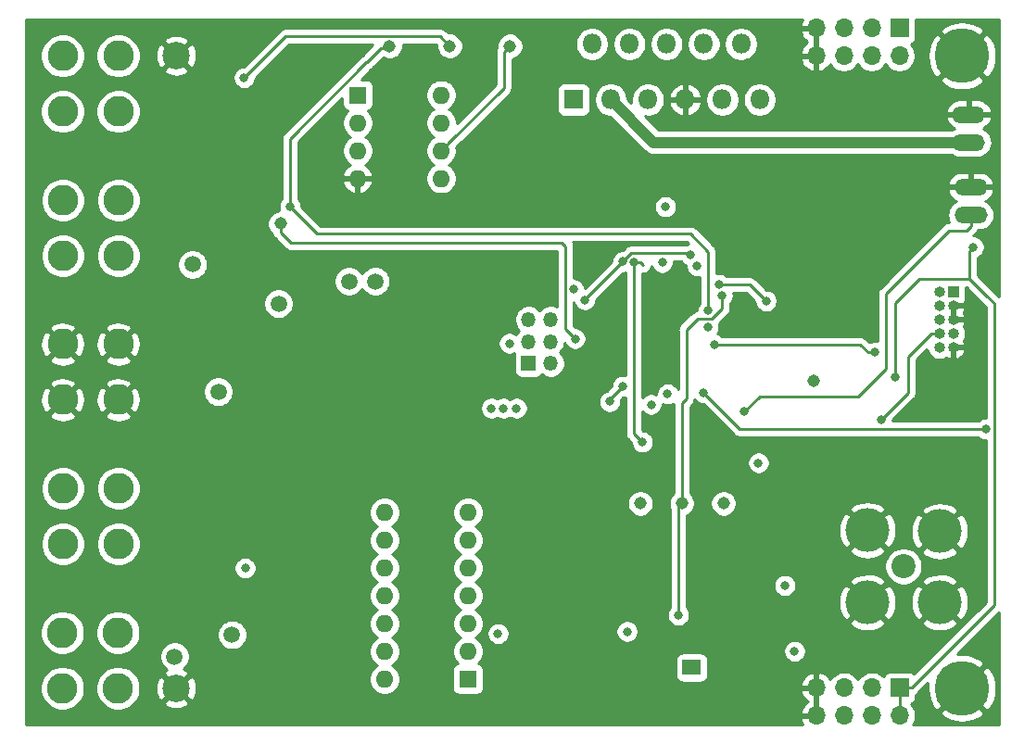
<source format=gbr>
G04 #@! TF.GenerationSoftware,KiCad,Pcbnew,(5.1.12-1-10_14)*
G04 #@! TF.CreationDate,2022-10-09T23:27:55+02:00*
G04 #@! TF.ProjectId,Boat Channel Board,426f6174-2043-4686-916e-6e656c20426f,rev?*
G04 #@! TF.SameCoordinates,Original*
G04 #@! TF.FileFunction,Copper,L4,Bot*
G04 #@! TF.FilePolarity,Positive*
%FSLAX46Y46*%
G04 Gerber Fmt 4.6, Leading zero omitted, Abs format (unit mm)*
G04 Created by KiCad (PCBNEW (5.1.12-1-10_14)) date 2022-10-09 23:27:55*
%MOMM*%
%LPD*%
G01*
G04 APERTURE LIST*
G04 #@! TA.AperFunction,ComponentPad*
%ADD10C,1.143000*%
G04 #@! TD*
G04 #@! TA.AperFunction,ComponentPad*
%ADD11R,1.000000X1.000000*%
G04 #@! TD*
G04 #@! TA.AperFunction,ComponentPad*
%ADD12O,1.000000X1.000000*%
G04 #@! TD*
G04 #@! TA.AperFunction,ComponentPad*
%ADD13C,4.000000*%
G04 #@! TD*
G04 #@! TA.AperFunction,ComponentPad*
%ADD14C,2.200000*%
G04 #@! TD*
G04 #@! TA.AperFunction,ComponentPad*
%ADD15R,1.700000X1.700000*%
G04 #@! TD*
G04 #@! TA.AperFunction,ComponentPad*
%ADD16O,1.700000X1.700000*%
G04 #@! TD*
G04 #@! TA.AperFunction,ComponentPad*
%ADD17R,1.350000X1.350000*%
G04 #@! TD*
G04 #@! TA.AperFunction,ComponentPad*
%ADD18O,1.350000X1.350000*%
G04 #@! TD*
G04 #@! TA.AperFunction,ComponentPad*
%ADD19C,2.500000*%
G04 #@! TD*
G04 #@! TA.AperFunction,ComponentPad*
%ADD20C,5.000000*%
G04 #@! TD*
G04 #@! TA.AperFunction,ComponentPad*
%ADD21R,1.800000X1.800000*%
G04 #@! TD*
G04 #@! TA.AperFunction,ComponentPad*
%ADD22O,1.800000X1.800000*%
G04 #@! TD*
G04 #@! TA.AperFunction,ComponentPad*
%ADD23C,2.800000*%
G04 #@! TD*
G04 #@! TA.AperFunction,ComponentPad*
%ADD24R,1.740000X1.450000*%
G04 #@! TD*
G04 #@! TA.AperFunction,ComponentPad*
%ADD25R,1.600000X1.600000*%
G04 #@! TD*
G04 #@! TA.AperFunction,ComponentPad*
%ADD26O,1.600000X1.600000*%
G04 #@! TD*
G04 #@! TA.AperFunction,ComponentPad*
%ADD27O,3.010000X1.510000*%
G04 #@! TD*
G04 #@! TA.AperFunction,ViaPad*
%ADD28C,0.800000*%
G04 #@! TD*
G04 #@! TA.AperFunction,ViaPad*
%ADD29C,1.500000*%
G04 #@! TD*
G04 #@! TA.AperFunction,Conductor*
%ADD30C,0.250000*%
G04 #@! TD*
G04 #@! TA.AperFunction,Conductor*
%ADD31C,1.000000*%
G04 #@! TD*
G04 #@! TA.AperFunction,Conductor*
%ADD32C,0.254000*%
G04 #@! TD*
G04 #@! TA.AperFunction,Conductor*
%ADD33C,0.025400*%
G04 #@! TD*
G04 APERTURE END LIST*
D10*
X82730000Y-66340000D03*
D11*
X144200000Y-72560000D03*
D12*
X142930000Y-72560000D03*
X144200000Y-73830000D03*
X142930000Y-73830000D03*
X144200000Y-75100000D03*
X142930000Y-75100000D03*
X144200000Y-76370000D03*
X142930000Y-76370000D03*
X144200000Y-77640000D03*
X142930000Y-77640000D03*
D13*
X136350000Y-94350000D03*
X142950000Y-94450000D03*
X142950000Y-100950000D03*
X136350000Y-100950000D03*
D14*
X139650000Y-97650000D03*
D15*
X139300000Y-108750000D03*
D16*
X139300000Y-111290000D03*
X136760000Y-108750000D03*
X136760000Y-111290000D03*
X134220000Y-108750000D03*
X134220000Y-111290000D03*
X131680000Y-108750000D03*
X131680000Y-111290000D03*
D17*
X105400000Y-79100000D03*
D18*
X107400000Y-79100000D03*
X105400000Y-77100000D03*
X107400000Y-77100000D03*
X105400000Y-75100000D03*
X107400000Y-75100000D03*
D15*
X139280000Y-48460000D03*
D16*
X139280000Y-51000000D03*
X136740000Y-48460000D03*
X136740000Y-51000000D03*
X134200000Y-48460000D03*
X134200000Y-51000000D03*
X131660000Y-48460000D03*
X131660000Y-51000000D03*
D19*
X73200000Y-51000000D03*
X73200000Y-108800000D03*
D20*
X145000000Y-108800000D03*
X145000000Y-51000000D03*
D10*
X119400000Y-91900000D03*
X131400000Y-80700000D03*
X123200000Y-91900000D03*
X115600000Y-91900000D03*
X103700000Y-50100000D03*
X98200000Y-50100000D03*
X92700000Y-50100000D03*
D21*
X109500000Y-55000000D03*
D22*
X111200000Y-49920000D03*
X112900000Y-55000000D03*
X114600000Y-49920000D03*
X116300000Y-55000000D03*
X118000000Y-49920000D03*
X119700000Y-55000000D03*
X121400000Y-49920000D03*
X123100000Y-55000000D03*
X124800000Y-49920000D03*
X126500000Y-55000000D03*
D23*
X62820000Y-56090000D03*
X67900000Y-56090000D03*
X67900000Y-51010000D03*
X62820000Y-51010000D03*
X62810000Y-108780000D03*
X67890000Y-108780000D03*
X67890000Y-103700000D03*
X62810000Y-103700000D03*
X62830000Y-95600000D03*
X67910000Y-95600000D03*
X67910000Y-90520000D03*
X62830000Y-90520000D03*
X62830000Y-82430000D03*
X67910000Y-82430000D03*
X67910000Y-77350000D03*
X62830000Y-77350000D03*
X62830000Y-69270000D03*
X67910000Y-69270000D03*
X67910000Y-64190000D03*
X62830000Y-64190000D03*
D24*
X120300000Y-106900000D03*
D25*
X89780000Y-54580000D03*
D26*
X97400000Y-62200000D03*
X89780000Y-57120000D03*
X97400000Y-59660000D03*
X89780000Y-59660000D03*
X97400000Y-57120000D03*
X89780000Y-62200000D03*
X97400000Y-54580000D03*
D27*
X145800000Y-65540000D03*
X145800000Y-63000000D03*
X145600000Y-58900000D03*
X145600000Y-56360000D03*
D25*
X99850000Y-107950000D03*
D26*
X92230000Y-92710000D03*
X99850000Y-105410000D03*
X92230000Y-95250000D03*
X99850000Y-102870000D03*
X92230000Y-97790000D03*
X99850000Y-100330000D03*
X92230000Y-100330000D03*
X99850000Y-97790000D03*
X92230000Y-102870000D03*
X99850000Y-95250000D03*
X92230000Y-105410000D03*
X99850000Y-92710000D03*
X92230000Y-107950000D03*
D28*
X116150000Y-75400000D03*
X119000000Y-75400000D03*
X113300000Y-75400000D03*
X116150000Y-78250000D03*
X116150000Y-72850000D03*
X113300000Y-78250000D03*
X113300000Y-72800000D03*
X78400000Y-58750000D03*
X85770000Y-52510000D03*
X93570000Y-55900000D03*
X72040000Y-101130000D03*
X72010000Y-102780000D03*
X87900000Y-89250000D03*
X117710000Y-90010000D03*
X112810000Y-60350000D03*
X106040000Y-62790000D03*
X71620000Y-78950000D03*
X75000000Y-76800000D03*
X77230000Y-75240000D03*
X73380000Y-74320000D03*
X70680000Y-71200000D03*
X77050000Y-68080000D03*
X79440000Y-68070000D03*
X73910000Y-66690000D03*
X72870000Y-96300000D03*
X71200000Y-94820000D03*
X75630000Y-90750000D03*
X73880000Y-92370000D03*
X83290000Y-92580000D03*
X83040000Y-101620000D03*
X81390000Y-109630000D03*
X71940000Y-82460000D03*
X104090000Y-109600000D03*
X107630000Y-109620000D03*
X128970000Y-107470000D03*
X123720000Y-95410000D03*
X116740000Y-95480000D03*
X125490000Y-62000000D03*
X134370000Y-56710000D03*
X118300000Y-109200000D03*
X83140000Y-108000000D03*
X103400000Y-59640000D03*
X111200000Y-61900000D03*
X77490000Y-110000000D03*
X115800000Y-100600000D03*
X83600000Y-52400000D03*
X98650000Y-64000000D03*
X132110000Y-105270000D03*
X125400000Y-76300000D03*
X122700000Y-102000000D03*
X102150000Y-106750000D03*
X129550000Y-73150000D03*
X120850000Y-94850000D03*
X110150000Y-71000000D03*
X118925000Y-72775000D03*
X118856250Y-78356250D03*
D29*
X91390000Y-71610000D03*
X82550000Y-73650000D03*
X89000000Y-71600000D03*
D28*
X102600000Y-103800000D03*
X114400000Y-103600000D03*
X120200000Y-69200000D03*
X114000000Y-69800000D03*
X110550000Y-73300000D03*
X115000000Y-69900000D03*
X115800000Y-86300000D03*
X122400000Y-77400000D03*
X137000000Y-78100000D03*
X125100000Y-83500000D03*
X137614999Y-84225001D03*
X109650000Y-76850000D03*
X117900000Y-64800000D03*
X129700000Y-105400000D03*
D29*
X78300000Y-103900000D03*
D28*
X128800000Y-99400000D03*
X79500000Y-97800000D03*
D29*
X77050000Y-81700000D03*
X74700000Y-70060000D03*
X73050000Y-105900000D03*
D28*
X79400000Y-53000000D03*
X123100000Y-72900000D03*
X119100000Y-102100000D03*
X127100000Y-73400000D03*
X122800000Y-71900000D03*
X121800000Y-74300000D03*
X83600000Y-64800000D03*
X116588385Y-82859218D03*
X138900000Y-80400000D03*
X146030000Y-68480000D03*
X121400000Y-81800000D03*
X147200000Y-85100000D03*
X114000000Y-81200000D03*
X112800000Y-82600000D03*
X109500000Y-72350000D03*
X126400000Y-88200000D03*
X118100000Y-81900000D03*
X120800000Y-70200000D03*
X117600000Y-69900000D03*
X103100000Y-83200000D03*
X102000000Y-83200000D03*
X104300000Y-83200000D03*
X121800000Y-75800000D03*
X103640000Y-77280000D03*
D30*
X110550000Y-73250000D02*
X114000000Y-69800000D01*
X114800000Y-69000000D02*
X114000000Y-69800000D01*
X120100000Y-69200000D02*
X119900000Y-69000000D01*
X119900000Y-69000000D02*
X114800000Y-69000000D01*
X120200000Y-69200000D02*
X120100000Y-69200000D01*
X115850000Y-86250000D02*
X115800000Y-86300000D01*
X115600000Y-69900000D02*
X115000000Y-69900000D01*
X115850000Y-70150000D02*
X115600000Y-69900000D01*
X115000000Y-85500000D02*
X115800000Y-86300000D01*
X115000000Y-69900000D02*
X115000000Y-85500000D01*
X135400000Y-77400000D02*
X122400000Y-77400000D01*
X135400000Y-77400000D02*
X135700000Y-77400000D01*
X136400000Y-78100000D02*
X137000000Y-78100000D01*
X135700000Y-77400000D02*
X136400000Y-78100000D01*
X143845000Y-66940000D02*
X145405000Y-66940000D01*
X125100000Y-83500000D02*
X126500000Y-82100000D01*
X138025001Y-79619999D02*
X138025001Y-72759999D01*
X145405000Y-66940000D02*
X145800000Y-66545000D01*
X135545000Y-82100000D02*
X138025001Y-79619999D01*
X126500000Y-82100000D02*
X135545000Y-82100000D01*
X145800000Y-66545000D02*
X145800000Y-65540000D01*
X138025001Y-72759999D02*
X143845000Y-66940000D01*
X142930000Y-76370000D02*
X142180000Y-76370000D01*
X140080000Y-78470000D02*
X140080000Y-81760000D01*
X142180000Y-76370000D02*
X140080000Y-78470000D01*
X140080000Y-81760000D02*
X137614999Y-84225001D01*
X82730000Y-67130000D02*
X82730000Y-66340000D01*
X83680000Y-68080000D02*
X82730000Y-67130000D01*
X108450000Y-68080000D02*
X83680000Y-68080000D01*
X108774999Y-68404999D02*
X108450000Y-68080000D01*
X108774999Y-75974999D02*
X108774999Y-68404999D01*
X109650000Y-76850000D02*
X108774999Y-75974999D01*
X103128501Y-53931499D02*
X98199999Y-58860001D01*
X103128501Y-50671499D02*
X103128501Y-53931499D01*
X98199999Y-58860001D02*
X97400000Y-59660000D01*
X103700000Y-50100000D02*
X103128501Y-50671499D01*
D31*
X116800000Y-58900000D02*
X112900000Y-55000000D01*
X145500000Y-58900000D02*
X116800000Y-58900000D01*
D30*
X81403499Y-50996501D02*
X79400000Y-53000000D01*
X97303499Y-49203499D02*
X83196501Y-49203499D01*
X83196501Y-49203499D02*
X81403499Y-50996501D01*
X98200000Y-50100000D02*
X97303499Y-49203499D01*
X119100000Y-92200000D02*
X119400000Y-91900000D01*
X119100000Y-102100000D02*
X119100000Y-92200000D01*
X123100000Y-74073002D02*
X123100000Y-72900000D01*
X122148001Y-75025001D02*
X123100000Y-74073002D01*
X119400000Y-91900000D02*
X119400000Y-82726998D01*
X119800001Y-76049999D02*
X120824999Y-75025001D01*
X120824999Y-75025001D02*
X122148001Y-75025001D01*
X119800001Y-82326997D02*
X119800001Y-76049999D01*
X119400000Y-82726998D02*
X119800001Y-82326997D01*
X125600000Y-71900000D02*
X122800000Y-71900000D01*
X127100000Y-73400000D02*
X125600000Y-71900000D01*
X83600000Y-64800000D02*
X83600000Y-64800000D01*
X86074999Y-67274999D02*
X83600000Y-64800000D01*
X120174999Y-67274999D02*
X86074999Y-67274999D01*
X121800000Y-68900000D02*
X120174999Y-67274999D01*
X121800000Y-74300000D02*
X121800000Y-68900000D01*
X83600000Y-58574998D02*
X90574998Y-51600000D01*
X83600000Y-64800000D02*
X83600000Y-58574998D01*
X90574998Y-51600000D02*
X90600000Y-51600000D01*
X90600000Y-51600000D02*
X91900000Y-50300000D01*
X92500000Y-50300000D02*
X92700000Y-50100000D01*
X91900000Y-50300000D02*
X92500000Y-50300000D01*
X141095999Y-71384999D02*
X145684999Y-71384999D01*
X138900000Y-73580998D02*
X141095999Y-71384999D01*
X138900000Y-80400000D02*
X138900000Y-73580998D01*
X145684999Y-71384999D02*
X147200000Y-72900000D01*
X139300000Y-111290000D02*
X139300000Y-108750000D01*
X147925001Y-101224999D02*
X147925001Y-73625001D01*
X147925001Y-73625001D02*
X147200000Y-72900000D01*
X140400000Y-108750000D02*
X147925001Y-101224999D01*
X139300000Y-108750000D02*
X140400000Y-108750000D01*
X145684999Y-68825001D02*
X146030000Y-68480000D01*
X145684999Y-71384999D02*
X145684999Y-68825001D01*
X124700000Y-85100000D02*
X121400000Y-81800000D01*
X147200000Y-85100000D02*
X124700000Y-85100000D01*
X112800000Y-82400000D02*
X114000000Y-81200000D01*
X112800000Y-82600000D02*
X112800000Y-82400000D01*
D32*
X148340001Y-112140000D02*
X140518042Y-112140000D01*
X140615990Y-111993411D01*
X140727932Y-111723158D01*
X140785000Y-111436260D01*
X140785000Y-111143740D01*
X140757035Y-111003148D01*
X142976457Y-111003148D01*
X143252627Y-111421118D01*
X143797557Y-111711649D01*
X144388696Y-111890287D01*
X145003328Y-111950168D01*
X145617831Y-111888990D01*
X146208592Y-111709103D01*
X146747373Y-111421118D01*
X147023543Y-111003148D01*
X145000000Y-108979605D01*
X142976457Y-111003148D01*
X140757035Y-111003148D01*
X140727932Y-110856842D01*
X140615990Y-110586589D01*
X140453475Y-110343368D01*
X140321620Y-110211513D01*
X140394180Y-110189502D01*
X140504494Y-110130537D01*
X140601185Y-110051185D01*
X140680537Y-109954494D01*
X140739502Y-109844180D01*
X140775812Y-109724482D01*
X140788072Y-109600000D01*
X140788072Y-109404326D01*
X140824276Y-109384974D01*
X140940001Y-109290001D01*
X140963804Y-109260997D01*
X141896070Y-108328731D01*
X141849832Y-108803328D01*
X141911010Y-109417831D01*
X142090897Y-110008592D01*
X142378882Y-110547373D01*
X142796852Y-110823543D01*
X144820395Y-108800000D01*
X145179605Y-108800000D01*
X147203148Y-110823543D01*
X147621118Y-110547373D01*
X147911649Y-110002443D01*
X148090287Y-109411304D01*
X148150168Y-108796672D01*
X148088990Y-108182169D01*
X147909103Y-107591408D01*
X147621118Y-107052627D01*
X147203148Y-106776457D01*
X145179605Y-108800000D01*
X144820395Y-108800000D01*
X144806253Y-108785858D01*
X144985858Y-108606253D01*
X145000000Y-108620395D01*
X147023543Y-106596852D01*
X146747373Y-106178882D01*
X146202443Y-105888351D01*
X145611304Y-105709713D01*
X144996672Y-105649832D01*
X144528345Y-105696457D01*
X148340001Y-101884802D01*
X148340001Y-112140000D01*
G04 #@! TA.AperFunction,Conductor*
D33*
G36*
X148340001Y-112140000D02*
G01*
X140518042Y-112140000D01*
X140615990Y-111993411D01*
X140727932Y-111723158D01*
X140785000Y-111436260D01*
X140785000Y-111143740D01*
X140757035Y-111003148D01*
X142976457Y-111003148D01*
X143252627Y-111421118D01*
X143797557Y-111711649D01*
X144388696Y-111890287D01*
X145003328Y-111950168D01*
X145617831Y-111888990D01*
X146208592Y-111709103D01*
X146747373Y-111421118D01*
X147023543Y-111003148D01*
X145000000Y-108979605D01*
X142976457Y-111003148D01*
X140757035Y-111003148D01*
X140727932Y-110856842D01*
X140615990Y-110586589D01*
X140453475Y-110343368D01*
X140321620Y-110211513D01*
X140394180Y-110189502D01*
X140504494Y-110130537D01*
X140601185Y-110051185D01*
X140680537Y-109954494D01*
X140739502Y-109844180D01*
X140775812Y-109724482D01*
X140788072Y-109600000D01*
X140788072Y-109404326D01*
X140824276Y-109384974D01*
X140940001Y-109290001D01*
X140963804Y-109260997D01*
X141896070Y-108328731D01*
X141849832Y-108803328D01*
X141911010Y-109417831D01*
X142090897Y-110008592D01*
X142378882Y-110547373D01*
X142796852Y-110823543D01*
X144820395Y-108800000D01*
X145179605Y-108800000D01*
X147203148Y-110823543D01*
X147621118Y-110547373D01*
X147911649Y-110002443D01*
X148090287Y-109411304D01*
X148150168Y-108796672D01*
X148088990Y-108182169D01*
X147909103Y-107591408D01*
X147621118Y-107052627D01*
X147203148Y-106776457D01*
X145179605Y-108800000D01*
X144820395Y-108800000D01*
X144806253Y-108785858D01*
X144985858Y-108606253D01*
X145000000Y-108620395D01*
X147023543Y-106596852D01*
X146747373Y-106178882D01*
X146202443Y-105888351D01*
X145611304Y-105709713D01*
X144996672Y-105649832D01*
X144528345Y-105696457D01*
X148340001Y-101884802D01*
X148340001Y-112140000D01*
G37*
G04 #@! TD.AperFunction*
D32*
X130315843Y-47828748D02*
X130218519Y-48103109D01*
X130339186Y-48333000D01*
X131533000Y-48333000D01*
X131533000Y-48313000D01*
X131787000Y-48313000D01*
X131787000Y-48333000D01*
X131807000Y-48333000D01*
X131807000Y-48587000D01*
X131787000Y-48587000D01*
X131787000Y-50873000D01*
X131807000Y-50873000D01*
X131807000Y-51127000D01*
X131787000Y-51127000D01*
X131787000Y-52320155D01*
X132016890Y-52441476D01*
X132164099Y-52396825D01*
X132426920Y-52271641D01*
X132660269Y-52097588D01*
X132855178Y-51881355D01*
X132924805Y-51764466D01*
X133046525Y-51946632D01*
X133253368Y-52153475D01*
X133496589Y-52315990D01*
X133766842Y-52427932D01*
X134053740Y-52485000D01*
X134346260Y-52485000D01*
X134633158Y-52427932D01*
X134903411Y-52315990D01*
X135146632Y-52153475D01*
X135353475Y-51946632D01*
X135470000Y-51772240D01*
X135586525Y-51946632D01*
X135793368Y-52153475D01*
X136036589Y-52315990D01*
X136306842Y-52427932D01*
X136593740Y-52485000D01*
X136886260Y-52485000D01*
X137173158Y-52427932D01*
X137443411Y-52315990D01*
X137686632Y-52153475D01*
X137893475Y-51946632D01*
X138010000Y-51772240D01*
X138126525Y-51946632D01*
X138333368Y-52153475D01*
X138576589Y-52315990D01*
X138846842Y-52427932D01*
X139133740Y-52485000D01*
X139426260Y-52485000D01*
X139713158Y-52427932D01*
X139983411Y-52315990D01*
X140226632Y-52153475D01*
X140433475Y-51946632D01*
X140595990Y-51703411D01*
X140707932Y-51433158D01*
X140765000Y-51146260D01*
X140765000Y-51003328D01*
X141849832Y-51003328D01*
X141911010Y-51617831D01*
X142090897Y-52208592D01*
X142378882Y-52747373D01*
X142796852Y-53023543D01*
X144820395Y-51000000D01*
X145179605Y-51000000D01*
X147203148Y-53023543D01*
X147621118Y-52747373D01*
X147911649Y-52202443D01*
X148090287Y-51611304D01*
X148150168Y-50996672D01*
X148088990Y-50382169D01*
X147909103Y-49791408D01*
X147621118Y-49252627D01*
X147203148Y-48976457D01*
X145179605Y-51000000D01*
X144820395Y-51000000D01*
X142796852Y-48976457D01*
X142378882Y-49252627D01*
X142088351Y-49797557D01*
X141909713Y-50388696D01*
X141849832Y-51003328D01*
X140765000Y-51003328D01*
X140765000Y-50853740D01*
X140707932Y-50566842D01*
X140595990Y-50296589D01*
X140433475Y-50053368D01*
X140301620Y-49921513D01*
X140374180Y-49899502D01*
X140484494Y-49840537D01*
X140581185Y-49761185D01*
X140660537Y-49664494D01*
X140719502Y-49554180D01*
X140755812Y-49434482D01*
X140768072Y-49310000D01*
X140768072Y-48796852D01*
X142976457Y-48796852D01*
X145000000Y-50820395D01*
X147023543Y-48796852D01*
X146747373Y-48378882D01*
X146202443Y-48088351D01*
X145611304Y-47909713D01*
X144996672Y-47849832D01*
X144382169Y-47911010D01*
X143791408Y-48090897D01*
X143252627Y-48378882D01*
X142976457Y-48796852D01*
X140768072Y-48796852D01*
X140768072Y-47660000D01*
X148340000Y-47660000D01*
X148340000Y-72965199D01*
X147763803Y-72389002D01*
X147763799Y-72388997D01*
X146444999Y-71070198D01*
X146444999Y-69428378D01*
X146520256Y-69397205D01*
X146689774Y-69283937D01*
X146833937Y-69139774D01*
X146947205Y-68970256D01*
X147025226Y-68781898D01*
X147065000Y-68581939D01*
X147065000Y-68378061D01*
X147025226Y-68178102D01*
X146947205Y-67989744D01*
X146833937Y-67820226D01*
X146689774Y-67676063D01*
X146520256Y-67562795D01*
X146331898Y-67484774D01*
X146131939Y-67445000D01*
X145974801Y-67445000D01*
X146310998Y-67108803D01*
X146340001Y-67085001D01*
X146434974Y-66969276D01*
X146455968Y-66930000D01*
X146618279Y-66930000D01*
X146822488Y-66909887D01*
X147084504Y-66830406D01*
X147325979Y-66701334D01*
X147537634Y-66527634D01*
X147711334Y-66315979D01*
X147840406Y-66074504D01*
X147919887Y-65812488D01*
X147946725Y-65540000D01*
X147919887Y-65267512D01*
X147840406Y-65005496D01*
X147711334Y-64764021D01*
X147537634Y-64552366D01*
X147325979Y-64378666D01*
X147119152Y-64268114D01*
X147199262Y-64235592D01*
X147427839Y-64085186D01*
X147622681Y-63893077D01*
X147776300Y-63666647D01*
X147882793Y-63414598D01*
X147897277Y-63341971D01*
X147774683Y-63127000D01*
X145927000Y-63127000D01*
X145927000Y-63147000D01*
X145673000Y-63147000D01*
X145673000Y-63127000D01*
X143825317Y-63127000D01*
X143702723Y-63341971D01*
X143717207Y-63414598D01*
X143823700Y-63666647D01*
X143977319Y-63893077D01*
X144172161Y-64085186D01*
X144400738Y-64235592D01*
X144480848Y-64268114D01*
X144274021Y-64378666D01*
X144062366Y-64552366D01*
X143888666Y-64764021D01*
X143759594Y-65005496D01*
X143680113Y-65267512D01*
X143653275Y-65540000D01*
X143680113Y-65812488D01*
X143759594Y-66074504D01*
X143815567Y-66179222D01*
X143807667Y-66180000D01*
X143696014Y-66190997D01*
X143552753Y-66234454D01*
X143420724Y-66305026D01*
X143304999Y-66399999D01*
X143281201Y-66428997D01*
X137513999Y-72196200D01*
X137485001Y-72219998D01*
X137461203Y-72248996D01*
X137461202Y-72248997D01*
X137390027Y-72335723D01*
X137319455Y-72467753D01*
X137310868Y-72496063D01*
X137277658Y-72605546D01*
X137275999Y-72611014D01*
X137261325Y-72759999D01*
X137265002Y-72797331D01*
X137265001Y-77097435D01*
X137101939Y-77065000D01*
X136898061Y-77065000D01*
X136698102Y-77104774D01*
X136543581Y-77168779D01*
X136263803Y-76889002D01*
X136240001Y-76859999D01*
X136124276Y-76765026D01*
X135992247Y-76694454D01*
X135848986Y-76650997D01*
X135737333Y-76640000D01*
X135737322Y-76640000D01*
X135700000Y-76636324D01*
X135662678Y-76640000D01*
X123103711Y-76640000D01*
X123059774Y-76596063D01*
X122890256Y-76482795D01*
X122701898Y-76404774D01*
X122647868Y-76394027D01*
X122717205Y-76290256D01*
X122795226Y-76101898D01*
X122835000Y-75901939D01*
X122835000Y-75698061D01*
X122795226Y-75498102D01*
X122781892Y-75465911D01*
X123611004Y-74636800D01*
X123640001Y-74613003D01*
X123673635Y-74572020D01*
X123734974Y-74497279D01*
X123805546Y-74365249D01*
X123814722Y-74335000D01*
X123849003Y-74221988D01*
X123860000Y-74110335D01*
X123860000Y-74110325D01*
X123863676Y-74073002D01*
X123860000Y-74035679D01*
X123860000Y-73603711D01*
X123903937Y-73559774D01*
X124017205Y-73390256D01*
X124095226Y-73201898D01*
X124135000Y-73001939D01*
X124135000Y-72798061D01*
X124107538Y-72660000D01*
X125285199Y-72660000D01*
X126065000Y-73439802D01*
X126065000Y-73501939D01*
X126104774Y-73701898D01*
X126182795Y-73890256D01*
X126296063Y-74059774D01*
X126440226Y-74203937D01*
X126609744Y-74317205D01*
X126798102Y-74395226D01*
X126998061Y-74435000D01*
X127201939Y-74435000D01*
X127401898Y-74395226D01*
X127590256Y-74317205D01*
X127759774Y-74203937D01*
X127903937Y-74059774D01*
X128017205Y-73890256D01*
X128095226Y-73701898D01*
X128135000Y-73501939D01*
X128135000Y-73298061D01*
X128095226Y-73098102D01*
X128017205Y-72909744D01*
X127903937Y-72740226D01*
X127759774Y-72596063D01*
X127590256Y-72482795D01*
X127401898Y-72404774D01*
X127201939Y-72365000D01*
X127139802Y-72365000D01*
X126163804Y-71389003D01*
X126140001Y-71359999D01*
X126024276Y-71265026D01*
X125892247Y-71194454D01*
X125748986Y-71150997D01*
X125637333Y-71140000D01*
X125637322Y-71140000D01*
X125600000Y-71136324D01*
X125562678Y-71140000D01*
X123503711Y-71140000D01*
X123459774Y-71096063D01*
X123290256Y-70982795D01*
X123101898Y-70904774D01*
X122901939Y-70865000D01*
X122698061Y-70865000D01*
X122560000Y-70892462D01*
X122560000Y-68937322D01*
X122563676Y-68899999D01*
X122560000Y-68862676D01*
X122560000Y-68862667D01*
X122549003Y-68751014D01*
X122505546Y-68607753D01*
X122434974Y-68475724D01*
X122405656Y-68440000D01*
X122363799Y-68388996D01*
X122363795Y-68388992D01*
X122340001Y-68359999D01*
X122311008Y-68336205D01*
X120738802Y-66764001D01*
X120715000Y-66734998D01*
X120599275Y-66640025D01*
X120467246Y-66569453D01*
X120323985Y-66525996D01*
X120212332Y-66514999D01*
X120212321Y-66514999D01*
X120174999Y-66511323D01*
X120137677Y-66514999D01*
X86389801Y-66514999D01*
X84635000Y-64760199D01*
X84635000Y-64698061D01*
X116865000Y-64698061D01*
X116865000Y-64901939D01*
X116904774Y-65101898D01*
X116982795Y-65290256D01*
X117096063Y-65459774D01*
X117240226Y-65603937D01*
X117409744Y-65717205D01*
X117598102Y-65795226D01*
X117798061Y-65835000D01*
X118001939Y-65835000D01*
X118201898Y-65795226D01*
X118390256Y-65717205D01*
X118559774Y-65603937D01*
X118703937Y-65459774D01*
X118817205Y-65290256D01*
X118895226Y-65101898D01*
X118935000Y-64901939D01*
X118935000Y-64698061D01*
X118895226Y-64498102D01*
X118817205Y-64309744D01*
X118703937Y-64140226D01*
X118559774Y-63996063D01*
X118390256Y-63882795D01*
X118201898Y-63804774D01*
X118001939Y-63765000D01*
X117798061Y-63765000D01*
X117598102Y-63804774D01*
X117409744Y-63882795D01*
X117240226Y-63996063D01*
X117096063Y-64140226D01*
X116982795Y-64309744D01*
X116904774Y-64498102D01*
X116865000Y-64698061D01*
X84635000Y-64698061D01*
X84595226Y-64498102D01*
X84517205Y-64309744D01*
X84403937Y-64140226D01*
X84360000Y-64096289D01*
X84360000Y-62549039D01*
X88388096Y-62549039D01*
X88428754Y-62683087D01*
X88548963Y-62937420D01*
X88716481Y-63163414D01*
X88924869Y-63352385D01*
X89166119Y-63497070D01*
X89430960Y-63591909D01*
X89653000Y-63470624D01*
X89653000Y-62327000D01*
X89907000Y-62327000D01*
X89907000Y-63470624D01*
X90129040Y-63591909D01*
X90393881Y-63497070D01*
X90635131Y-63352385D01*
X90843519Y-63163414D01*
X91011037Y-62937420D01*
X91131246Y-62683087D01*
X91171904Y-62549039D01*
X91049915Y-62327000D01*
X89907000Y-62327000D01*
X89653000Y-62327000D01*
X88510085Y-62327000D01*
X88388096Y-62549039D01*
X84360000Y-62549039D01*
X84360000Y-58889799D01*
X88341928Y-54907872D01*
X88341928Y-55380000D01*
X88354188Y-55504482D01*
X88390498Y-55624180D01*
X88449463Y-55734494D01*
X88528815Y-55831185D01*
X88625506Y-55910537D01*
X88735820Y-55969502D01*
X88855518Y-56005812D01*
X88863961Y-56006643D01*
X88665363Y-56205241D01*
X88508320Y-56440273D01*
X88400147Y-56701426D01*
X88345000Y-56978665D01*
X88345000Y-57261335D01*
X88400147Y-57538574D01*
X88508320Y-57799727D01*
X88665363Y-58034759D01*
X88865241Y-58234637D01*
X89097759Y-58390000D01*
X88865241Y-58545363D01*
X88665363Y-58745241D01*
X88508320Y-58980273D01*
X88400147Y-59241426D01*
X88345000Y-59518665D01*
X88345000Y-59801335D01*
X88400147Y-60078574D01*
X88508320Y-60339727D01*
X88665363Y-60574759D01*
X88865241Y-60774637D01*
X89100273Y-60931680D01*
X89110865Y-60936067D01*
X88924869Y-61047615D01*
X88716481Y-61236586D01*
X88548963Y-61462580D01*
X88428754Y-61716913D01*
X88388096Y-61850961D01*
X88510085Y-62073000D01*
X89653000Y-62073000D01*
X89653000Y-62053000D01*
X89907000Y-62053000D01*
X89907000Y-62073000D01*
X91049915Y-62073000D01*
X91171904Y-61850961D01*
X91131246Y-61716913D01*
X91011037Y-61462580D01*
X90843519Y-61236586D01*
X90635131Y-61047615D01*
X90449135Y-60936067D01*
X90459727Y-60931680D01*
X90694759Y-60774637D01*
X90894637Y-60574759D01*
X91051680Y-60339727D01*
X91159853Y-60078574D01*
X91215000Y-59801335D01*
X91215000Y-59518665D01*
X91159853Y-59241426D01*
X91051680Y-58980273D01*
X90894637Y-58745241D01*
X90694759Y-58545363D01*
X90462241Y-58390000D01*
X90694759Y-58234637D01*
X90894637Y-58034759D01*
X91051680Y-57799727D01*
X91159853Y-57538574D01*
X91215000Y-57261335D01*
X91215000Y-56978665D01*
X91159853Y-56701426D01*
X91051680Y-56440273D01*
X90894637Y-56205241D01*
X90696039Y-56006643D01*
X90704482Y-56005812D01*
X90824180Y-55969502D01*
X90934494Y-55910537D01*
X91031185Y-55831185D01*
X91110537Y-55734494D01*
X91169502Y-55624180D01*
X91205812Y-55504482D01*
X91218072Y-55380000D01*
X91218072Y-54438665D01*
X95965000Y-54438665D01*
X95965000Y-54721335D01*
X96020147Y-54998574D01*
X96128320Y-55259727D01*
X96285363Y-55494759D01*
X96485241Y-55694637D01*
X96717759Y-55850000D01*
X96485241Y-56005363D01*
X96285363Y-56205241D01*
X96128320Y-56440273D01*
X96020147Y-56701426D01*
X95965000Y-56978665D01*
X95965000Y-57261335D01*
X96020147Y-57538574D01*
X96128320Y-57799727D01*
X96285363Y-58034759D01*
X96485241Y-58234637D01*
X96717759Y-58390000D01*
X96485241Y-58545363D01*
X96285363Y-58745241D01*
X96128320Y-58980273D01*
X96020147Y-59241426D01*
X95965000Y-59518665D01*
X95965000Y-59801335D01*
X96020147Y-60078574D01*
X96128320Y-60339727D01*
X96285363Y-60574759D01*
X96485241Y-60774637D01*
X96717759Y-60930000D01*
X96485241Y-61085363D01*
X96285363Y-61285241D01*
X96128320Y-61520273D01*
X96020147Y-61781426D01*
X95965000Y-62058665D01*
X95965000Y-62341335D01*
X96020147Y-62618574D01*
X96128320Y-62879727D01*
X96285363Y-63114759D01*
X96485241Y-63314637D01*
X96720273Y-63471680D01*
X96981426Y-63579853D01*
X97258665Y-63635000D01*
X97541335Y-63635000D01*
X97818574Y-63579853D01*
X98079727Y-63471680D01*
X98314759Y-63314637D01*
X98514637Y-63114759D01*
X98671680Y-62879727D01*
X98763510Y-62658029D01*
X143702723Y-62658029D01*
X143825317Y-62873000D01*
X145673000Y-62873000D01*
X145673000Y-61610000D01*
X145927000Y-61610000D01*
X145927000Y-62873000D01*
X147774683Y-62873000D01*
X147897277Y-62658029D01*
X147882793Y-62585402D01*
X147776300Y-62333353D01*
X147622681Y-62106923D01*
X147427839Y-61914814D01*
X147199262Y-61764408D01*
X146945735Y-61661485D01*
X146677000Y-61610000D01*
X145927000Y-61610000D01*
X145673000Y-61610000D01*
X144923000Y-61610000D01*
X144654265Y-61661485D01*
X144400738Y-61764408D01*
X144172161Y-61914814D01*
X143977319Y-62106923D01*
X143823700Y-62333353D01*
X143717207Y-62585402D01*
X143702723Y-62658029D01*
X98763510Y-62658029D01*
X98779853Y-62618574D01*
X98835000Y-62341335D01*
X98835000Y-62058665D01*
X98779853Y-61781426D01*
X98671680Y-61520273D01*
X98514637Y-61285241D01*
X98314759Y-61085363D01*
X98082241Y-60930000D01*
X98314759Y-60774637D01*
X98514637Y-60574759D01*
X98671680Y-60339727D01*
X98779853Y-60078574D01*
X98835000Y-59801335D01*
X98835000Y-59518665D01*
X98798688Y-59336113D01*
X103639504Y-54495298D01*
X103668502Y-54471500D01*
X103763475Y-54355775D01*
X103834047Y-54223746D01*
X103871584Y-54100000D01*
X107961928Y-54100000D01*
X107961928Y-55900000D01*
X107974188Y-56024482D01*
X108010498Y-56144180D01*
X108069463Y-56254494D01*
X108148815Y-56351185D01*
X108245506Y-56430537D01*
X108355820Y-56489502D01*
X108475518Y-56525812D01*
X108600000Y-56538072D01*
X110400000Y-56538072D01*
X110524482Y-56525812D01*
X110644180Y-56489502D01*
X110754494Y-56430537D01*
X110851185Y-56351185D01*
X110930537Y-56254494D01*
X110989502Y-56144180D01*
X111025812Y-56024482D01*
X111038072Y-55900000D01*
X111038072Y-54848816D01*
X111365000Y-54848816D01*
X111365000Y-55151184D01*
X111423989Y-55447743D01*
X111539701Y-55727095D01*
X111707688Y-55978505D01*
X111921495Y-56192312D01*
X112172905Y-56360299D01*
X112452257Y-56476011D01*
X112748816Y-56535000D01*
X112829869Y-56535000D01*
X115958009Y-59663141D01*
X115993551Y-59706449D01*
X116109170Y-59801335D01*
X116166377Y-59848284D01*
X116363553Y-59953676D01*
X116577501Y-60018577D01*
X116800000Y-60040491D01*
X116855752Y-60035000D01*
X144041933Y-60035000D01*
X144074021Y-60061334D01*
X144315496Y-60190406D01*
X144577512Y-60269887D01*
X144781721Y-60290000D01*
X146418279Y-60290000D01*
X146622488Y-60269887D01*
X146884504Y-60190406D01*
X147125979Y-60061334D01*
X147337634Y-59887634D01*
X147511334Y-59675979D01*
X147640406Y-59434504D01*
X147719887Y-59172488D01*
X147746725Y-58900000D01*
X147719887Y-58627512D01*
X147640406Y-58365496D01*
X147511334Y-58124021D01*
X147337634Y-57912366D01*
X147125979Y-57738666D01*
X146919152Y-57628114D01*
X146999262Y-57595592D01*
X147227839Y-57445186D01*
X147422681Y-57253077D01*
X147576300Y-57026647D01*
X147682793Y-56774598D01*
X147697277Y-56701971D01*
X147574683Y-56487000D01*
X145727000Y-56487000D01*
X145727000Y-56507000D01*
X145473000Y-56507000D01*
X145473000Y-56487000D01*
X143625317Y-56487000D01*
X143502723Y-56701971D01*
X143517207Y-56774598D01*
X143623700Y-57026647D01*
X143777319Y-57253077D01*
X143972161Y-57445186D01*
X144200738Y-57595592D01*
X144280848Y-57628114D01*
X144074021Y-57738666D01*
X144041933Y-57765000D01*
X117270132Y-57765000D01*
X116013145Y-56508013D01*
X116148816Y-56535000D01*
X116451184Y-56535000D01*
X116747743Y-56476011D01*
X117027095Y-56360299D01*
X117278505Y-56192312D01*
X117492312Y-55978505D01*
X117660299Y-55727095D01*
X117776011Y-55447743D01*
X117792521Y-55364740D01*
X118208964Y-55364740D01*
X118257606Y-55525107D01*
X118387764Y-55796414D01*
X118568351Y-56037116D01*
X118792427Y-56237962D01*
X119051380Y-56391234D01*
X119335259Y-56491041D01*
X119573000Y-56370992D01*
X119573000Y-55127000D01*
X119827000Y-55127000D01*
X119827000Y-56370992D01*
X120064741Y-56491041D01*
X120348620Y-56391234D01*
X120607573Y-56237962D01*
X120831649Y-56037116D01*
X121012236Y-55796414D01*
X121142394Y-55525107D01*
X121191036Y-55364740D01*
X121070378Y-55127000D01*
X119827000Y-55127000D01*
X119573000Y-55127000D01*
X118329622Y-55127000D01*
X118208964Y-55364740D01*
X117792521Y-55364740D01*
X117835000Y-55151184D01*
X117835000Y-54848816D01*
X117792522Y-54635260D01*
X118208964Y-54635260D01*
X118329622Y-54873000D01*
X119573000Y-54873000D01*
X119573000Y-53629008D01*
X119827000Y-53629008D01*
X119827000Y-54873000D01*
X121070378Y-54873000D01*
X121082651Y-54848816D01*
X121565000Y-54848816D01*
X121565000Y-55151184D01*
X121623989Y-55447743D01*
X121739701Y-55727095D01*
X121907688Y-55978505D01*
X122121495Y-56192312D01*
X122372905Y-56360299D01*
X122652257Y-56476011D01*
X122948816Y-56535000D01*
X123251184Y-56535000D01*
X123547743Y-56476011D01*
X123827095Y-56360299D01*
X124078505Y-56192312D01*
X124292312Y-55978505D01*
X124460299Y-55727095D01*
X124576011Y-55447743D01*
X124635000Y-55151184D01*
X124635000Y-54848816D01*
X124965000Y-54848816D01*
X124965000Y-55151184D01*
X125023989Y-55447743D01*
X125139701Y-55727095D01*
X125307688Y-55978505D01*
X125521495Y-56192312D01*
X125772905Y-56360299D01*
X126052257Y-56476011D01*
X126348816Y-56535000D01*
X126651184Y-56535000D01*
X126947743Y-56476011D01*
X127227095Y-56360299D01*
X127478505Y-56192312D01*
X127652788Y-56018029D01*
X143502723Y-56018029D01*
X143625317Y-56233000D01*
X145473000Y-56233000D01*
X145473000Y-54970000D01*
X145727000Y-54970000D01*
X145727000Y-56233000D01*
X147574683Y-56233000D01*
X147697277Y-56018029D01*
X147682793Y-55945402D01*
X147576300Y-55693353D01*
X147422681Y-55466923D01*
X147227839Y-55274814D01*
X146999262Y-55124408D01*
X146745735Y-55021485D01*
X146477000Y-54970000D01*
X145727000Y-54970000D01*
X145473000Y-54970000D01*
X144723000Y-54970000D01*
X144454265Y-55021485D01*
X144200738Y-55124408D01*
X143972161Y-55274814D01*
X143777319Y-55466923D01*
X143623700Y-55693353D01*
X143517207Y-55945402D01*
X143502723Y-56018029D01*
X127652788Y-56018029D01*
X127692312Y-55978505D01*
X127860299Y-55727095D01*
X127976011Y-55447743D01*
X128035000Y-55151184D01*
X128035000Y-54848816D01*
X127976011Y-54552257D01*
X127860299Y-54272905D01*
X127692312Y-54021495D01*
X127478505Y-53807688D01*
X127227095Y-53639701D01*
X126947743Y-53523989D01*
X126651184Y-53465000D01*
X126348816Y-53465000D01*
X126052257Y-53523989D01*
X125772905Y-53639701D01*
X125521495Y-53807688D01*
X125307688Y-54021495D01*
X125139701Y-54272905D01*
X125023989Y-54552257D01*
X124965000Y-54848816D01*
X124635000Y-54848816D01*
X124576011Y-54552257D01*
X124460299Y-54272905D01*
X124292312Y-54021495D01*
X124078505Y-53807688D01*
X123827095Y-53639701D01*
X123547743Y-53523989D01*
X123251184Y-53465000D01*
X122948816Y-53465000D01*
X122652257Y-53523989D01*
X122372905Y-53639701D01*
X122121495Y-53807688D01*
X121907688Y-54021495D01*
X121739701Y-54272905D01*
X121623989Y-54552257D01*
X121565000Y-54848816D01*
X121082651Y-54848816D01*
X121191036Y-54635260D01*
X121142394Y-54474893D01*
X121012236Y-54203586D01*
X120831649Y-53962884D01*
X120607573Y-53762038D01*
X120348620Y-53608766D01*
X120064741Y-53508959D01*
X119827000Y-53629008D01*
X119573000Y-53629008D01*
X119335259Y-53508959D01*
X119051380Y-53608766D01*
X118792427Y-53762038D01*
X118568351Y-53962884D01*
X118387764Y-54203586D01*
X118257606Y-54474893D01*
X118208964Y-54635260D01*
X117792522Y-54635260D01*
X117776011Y-54552257D01*
X117660299Y-54272905D01*
X117492312Y-54021495D01*
X117278505Y-53807688D01*
X117027095Y-53639701D01*
X116747743Y-53523989D01*
X116451184Y-53465000D01*
X116148816Y-53465000D01*
X115852257Y-53523989D01*
X115572905Y-53639701D01*
X115321495Y-53807688D01*
X115107688Y-54021495D01*
X114939701Y-54272905D01*
X114823989Y-54552257D01*
X114765000Y-54848816D01*
X114765000Y-55151184D01*
X114791987Y-55286855D01*
X114435000Y-54929869D01*
X114435000Y-54848816D01*
X114376011Y-54552257D01*
X114260299Y-54272905D01*
X114092312Y-54021495D01*
X113878505Y-53807688D01*
X113627095Y-53639701D01*
X113347743Y-53523989D01*
X113051184Y-53465000D01*
X112748816Y-53465000D01*
X112452257Y-53523989D01*
X112172905Y-53639701D01*
X111921495Y-53807688D01*
X111707688Y-54021495D01*
X111539701Y-54272905D01*
X111423989Y-54552257D01*
X111365000Y-54848816D01*
X111038072Y-54848816D01*
X111038072Y-54100000D01*
X111025812Y-53975518D01*
X110989502Y-53855820D01*
X110930537Y-53745506D01*
X110851185Y-53648815D01*
X110754494Y-53569463D01*
X110644180Y-53510498D01*
X110524482Y-53474188D01*
X110400000Y-53461928D01*
X108600000Y-53461928D01*
X108475518Y-53474188D01*
X108355820Y-53510498D01*
X108245506Y-53569463D01*
X108148815Y-53648815D01*
X108069463Y-53745506D01*
X108010498Y-53855820D01*
X107974188Y-53975518D01*
X107961928Y-54100000D01*
X103871584Y-54100000D01*
X103877504Y-54080485D01*
X103888501Y-53968832D01*
X103888501Y-53968823D01*
X103892177Y-53931500D01*
X103888501Y-53894177D01*
X103888501Y-53203148D01*
X142976457Y-53203148D01*
X143252627Y-53621118D01*
X143797557Y-53911649D01*
X144388696Y-54090287D01*
X145003328Y-54150168D01*
X145617831Y-54088990D01*
X146208592Y-53909103D01*
X146747373Y-53621118D01*
X147023543Y-53203148D01*
X145000000Y-51179605D01*
X142976457Y-53203148D01*
X103888501Y-53203148D01*
X103888501Y-51292642D01*
X104051923Y-51260135D01*
X104271492Y-51169187D01*
X104469099Y-51037150D01*
X104637150Y-50869099D01*
X104769187Y-50671492D01*
X104860135Y-50451923D01*
X104906500Y-50218830D01*
X104906500Y-49981170D01*
X104864261Y-49768816D01*
X109665000Y-49768816D01*
X109665000Y-50071184D01*
X109723989Y-50367743D01*
X109839701Y-50647095D01*
X110007688Y-50898505D01*
X110221495Y-51112312D01*
X110472905Y-51280299D01*
X110752257Y-51396011D01*
X111048816Y-51455000D01*
X111351184Y-51455000D01*
X111647743Y-51396011D01*
X111927095Y-51280299D01*
X112178505Y-51112312D01*
X112392312Y-50898505D01*
X112560299Y-50647095D01*
X112676011Y-50367743D01*
X112735000Y-50071184D01*
X112735000Y-49768816D01*
X113065000Y-49768816D01*
X113065000Y-50071184D01*
X113123989Y-50367743D01*
X113239701Y-50647095D01*
X113407688Y-50898505D01*
X113621495Y-51112312D01*
X113872905Y-51280299D01*
X114152257Y-51396011D01*
X114448816Y-51455000D01*
X114751184Y-51455000D01*
X115047743Y-51396011D01*
X115327095Y-51280299D01*
X115578505Y-51112312D01*
X115792312Y-50898505D01*
X115960299Y-50647095D01*
X116076011Y-50367743D01*
X116135000Y-50071184D01*
X116135000Y-49768816D01*
X116465000Y-49768816D01*
X116465000Y-50071184D01*
X116523989Y-50367743D01*
X116639701Y-50647095D01*
X116807688Y-50898505D01*
X117021495Y-51112312D01*
X117272905Y-51280299D01*
X117552257Y-51396011D01*
X117848816Y-51455000D01*
X118151184Y-51455000D01*
X118447743Y-51396011D01*
X118727095Y-51280299D01*
X118978505Y-51112312D01*
X119192312Y-50898505D01*
X119360299Y-50647095D01*
X119476011Y-50367743D01*
X119535000Y-50071184D01*
X119535000Y-49768816D01*
X119865000Y-49768816D01*
X119865000Y-50071184D01*
X119923989Y-50367743D01*
X120039701Y-50647095D01*
X120207688Y-50898505D01*
X120421495Y-51112312D01*
X120672905Y-51280299D01*
X120952257Y-51396011D01*
X121248816Y-51455000D01*
X121551184Y-51455000D01*
X121847743Y-51396011D01*
X122127095Y-51280299D01*
X122378505Y-51112312D01*
X122592312Y-50898505D01*
X122760299Y-50647095D01*
X122876011Y-50367743D01*
X122935000Y-50071184D01*
X122935000Y-49768816D01*
X123265000Y-49768816D01*
X123265000Y-50071184D01*
X123323989Y-50367743D01*
X123439701Y-50647095D01*
X123607688Y-50898505D01*
X123821495Y-51112312D01*
X124072905Y-51280299D01*
X124352257Y-51396011D01*
X124648816Y-51455000D01*
X124951184Y-51455000D01*
X125247743Y-51396011D01*
X125342186Y-51356891D01*
X130218519Y-51356891D01*
X130315843Y-51631252D01*
X130464822Y-51881355D01*
X130659731Y-52097588D01*
X130893080Y-52271641D01*
X131155901Y-52396825D01*
X131303110Y-52441476D01*
X131533000Y-52320155D01*
X131533000Y-51127000D01*
X130339186Y-51127000D01*
X130218519Y-51356891D01*
X125342186Y-51356891D01*
X125527095Y-51280299D01*
X125778505Y-51112312D01*
X125992312Y-50898505D01*
X126160299Y-50647095D01*
X126276011Y-50367743D01*
X126335000Y-50071184D01*
X126335000Y-49768816D01*
X126276011Y-49472257D01*
X126160299Y-49192905D01*
X125992312Y-48941495D01*
X125867708Y-48816891D01*
X130218519Y-48816891D01*
X130315843Y-49091252D01*
X130464822Y-49341355D01*
X130659731Y-49557588D01*
X130890880Y-49730000D01*
X130659731Y-49902412D01*
X130464822Y-50118645D01*
X130315843Y-50368748D01*
X130218519Y-50643109D01*
X130339186Y-50873000D01*
X131533000Y-50873000D01*
X131533000Y-48587000D01*
X130339186Y-48587000D01*
X130218519Y-48816891D01*
X125867708Y-48816891D01*
X125778505Y-48727688D01*
X125527095Y-48559701D01*
X125247743Y-48443989D01*
X124951184Y-48385000D01*
X124648816Y-48385000D01*
X124352257Y-48443989D01*
X124072905Y-48559701D01*
X123821495Y-48727688D01*
X123607688Y-48941495D01*
X123439701Y-49192905D01*
X123323989Y-49472257D01*
X123265000Y-49768816D01*
X122935000Y-49768816D01*
X122876011Y-49472257D01*
X122760299Y-49192905D01*
X122592312Y-48941495D01*
X122378505Y-48727688D01*
X122127095Y-48559701D01*
X121847743Y-48443989D01*
X121551184Y-48385000D01*
X121248816Y-48385000D01*
X120952257Y-48443989D01*
X120672905Y-48559701D01*
X120421495Y-48727688D01*
X120207688Y-48941495D01*
X120039701Y-49192905D01*
X119923989Y-49472257D01*
X119865000Y-49768816D01*
X119535000Y-49768816D01*
X119476011Y-49472257D01*
X119360299Y-49192905D01*
X119192312Y-48941495D01*
X118978505Y-48727688D01*
X118727095Y-48559701D01*
X118447743Y-48443989D01*
X118151184Y-48385000D01*
X117848816Y-48385000D01*
X117552257Y-48443989D01*
X117272905Y-48559701D01*
X117021495Y-48727688D01*
X116807688Y-48941495D01*
X116639701Y-49192905D01*
X116523989Y-49472257D01*
X116465000Y-49768816D01*
X116135000Y-49768816D01*
X116076011Y-49472257D01*
X115960299Y-49192905D01*
X115792312Y-48941495D01*
X115578505Y-48727688D01*
X115327095Y-48559701D01*
X115047743Y-48443989D01*
X114751184Y-48385000D01*
X114448816Y-48385000D01*
X114152257Y-48443989D01*
X113872905Y-48559701D01*
X113621495Y-48727688D01*
X113407688Y-48941495D01*
X113239701Y-49192905D01*
X113123989Y-49472257D01*
X113065000Y-49768816D01*
X112735000Y-49768816D01*
X112676011Y-49472257D01*
X112560299Y-49192905D01*
X112392312Y-48941495D01*
X112178505Y-48727688D01*
X111927095Y-48559701D01*
X111647743Y-48443989D01*
X111351184Y-48385000D01*
X111048816Y-48385000D01*
X110752257Y-48443989D01*
X110472905Y-48559701D01*
X110221495Y-48727688D01*
X110007688Y-48941495D01*
X109839701Y-49192905D01*
X109723989Y-49472257D01*
X109665000Y-49768816D01*
X104864261Y-49768816D01*
X104860135Y-49748077D01*
X104769187Y-49528508D01*
X104637150Y-49330901D01*
X104469099Y-49162850D01*
X104271492Y-49030813D01*
X104051923Y-48939865D01*
X103818830Y-48893500D01*
X103581170Y-48893500D01*
X103348077Y-48939865D01*
X103128508Y-49030813D01*
X102930901Y-49162850D01*
X102762850Y-49330901D01*
X102630813Y-49528508D01*
X102539865Y-49748077D01*
X102493500Y-49981170D01*
X102493500Y-50218830D01*
X102498051Y-50241710D01*
X102493527Y-50247223D01*
X102492585Y-50248986D01*
X102422955Y-50379253D01*
X102379498Y-50522514D01*
X102368501Y-50634167D01*
X102368501Y-50634177D01*
X102364825Y-50671499D01*
X102368501Y-50708822D01*
X102368502Y-53616696D01*
X98835000Y-57150199D01*
X98835000Y-56978665D01*
X98779853Y-56701426D01*
X98671680Y-56440273D01*
X98514637Y-56205241D01*
X98314759Y-56005363D01*
X98082241Y-55850000D01*
X98314759Y-55694637D01*
X98514637Y-55494759D01*
X98671680Y-55259727D01*
X98779853Y-54998574D01*
X98835000Y-54721335D01*
X98835000Y-54438665D01*
X98779853Y-54161426D01*
X98671680Y-53900273D01*
X98514637Y-53665241D01*
X98314759Y-53465363D01*
X98079727Y-53308320D01*
X97818574Y-53200147D01*
X97541335Y-53145000D01*
X97258665Y-53145000D01*
X96981426Y-53200147D01*
X96720273Y-53308320D01*
X96485241Y-53465363D01*
X96285363Y-53665241D01*
X96128320Y-53900273D01*
X96020147Y-54161426D01*
X95965000Y-54438665D01*
X91218072Y-54438665D01*
X91218072Y-53780000D01*
X91205812Y-53655518D01*
X91169502Y-53535820D01*
X91110537Y-53425506D01*
X91031185Y-53328815D01*
X90934494Y-53249463D01*
X90824180Y-53190498D01*
X90704482Y-53154188D01*
X90580000Y-53141928D01*
X90107872Y-53141928D01*
X91003974Y-52245826D01*
X91024276Y-52234974D01*
X91140001Y-52140001D01*
X91163804Y-52110997D01*
X92114785Y-51160017D01*
X92128508Y-51169187D01*
X92348077Y-51260135D01*
X92581170Y-51306500D01*
X92818830Y-51306500D01*
X93051923Y-51260135D01*
X93271492Y-51169187D01*
X93469099Y-51037150D01*
X93637150Y-50869099D01*
X93769187Y-50671492D01*
X93860135Y-50451923D01*
X93906500Y-50218830D01*
X93906500Y-49981170D01*
X93902985Y-49963499D01*
X96988698Y-49963499D01*
X96995635Y-49970436D01*
X96993500Y-49981170D01*
X96993500Y-50218830D01*
X97039865Y-50451923D01*
X97130813Y-50671492D01*
X97262850Y-50869099D01*
X97430901Y-51037150D01*
X97628508Y-51169187D01*
X97848077Y-51260135D01*
X98081170Y-51306500D01*
X98318830Y-51306500D01*
X98551923Y-51260135D01*
X98771492Y-51169187D01*
X98969099Y-51037150D01*
X99137150Y-50869099D01*
X99269187Y-50671492D01*
X99360135Y-50451923D01*
X99406500Y-50218830D01*
X99406500Y-49981170D01*
X99360135Y-49748077D01*
X99269187Y-49528508D01*
X99137150Y-49330901D01*
X98969099Y-49162850D01*
X98771492Y-49030813D01*
X98551923Y-48939865D01*
X98318830Y-48893500D01*
X98081170Y-48893500D01*
X98070436Y-48895635D01*
X97867302Y-48692501D01*
X97843500Y-48663498D01*
X97727775Y-48568525D01*
X97595746Y-48497953D01*
X97452485Y-48454496D01*
X97340832Y-48443499D01*
X97340821Y-48443499D01*
X97303499Y-48439823D01*
X97266177Y-48443499D01*
X83233826Y-48443499D01*
X83196501Y-48439823D01*
X83159176Y-48443499D01*
X83159168Y-48443499D01*
X83047515Y-48454496D01*
X82904254Y-48497953D01*
X82772225Y-48568525D01*
X82656500Y-48663498D01*
X82632702Y-48692496D01*
X80892506Y-50432693D01*
X80892495Y-50432702D01*
X79360198Y-51965000D01*
X79298061Y-51965000D01*
X79098102Y-52004774D01*
X78909744Y-52082795D01*
X78740226Y-52196063D01*
X78596063Y-52340226D01*
X78482795Y-52509744D01*
X78404774Y-52698102D01*
X78365000Y-52898061D01*
X78365000Y-53101939D01*
X78404774Y-53301898D01*
X78482795Y-53490256D01*
X78596063Y-53659774D01*
X78740226Y-53803937D01*
X78909744Y-53917205D01*
X79098102Y-53995226D01*
X79298061Y-54035000D01*
X79501939Y-54035000D01*
X79701898Y-53995226D01*
X79890256Y-53917205D01*
X80059774Y-53803937D01*
X80203937Y-53659774D01*
X80317205Y-53490256D01*
X80395226Y-53301898D01*
X80435000Y-53101939D01*
X80435000Y-53039802D01*
X81967298Y-51507505D01*
X81967307Y-51507494D01*
X83511303Y-49963499D01*
X91161699Y-49963499D01*
X90171026Y-50954173D01*
X90150722Y-50965026D01*
X90034997Y-51059999D01*
X90011199Y-51088997D01*
X83088998Y-58011199D01*
X83060000Y-58034997D01*
X83036202Y-58063995D01*
X83036201Y-58063996D01*
X82965026Y-58150722D01*
X82894454Y-58282752D01*
X82874359Y-58348999D01*
X82850998Y-58426012D01*
X82843725Y-58499853D01*
X82836324Y-58574998D01*
X82840001Y-58612330D01*
X82840000Y-64096289D01*
X82796063Y-64140226D01*
X82682795Y-64309744D01*
X82604774Y-64498102D01*
X82565000Y-64698061D01*
X82565000Y-64901939D01*
X82604774Y-65101898D01*
X82617864Y-65133500D01*
X82611170Y-65133500D01*
X82378077Y-65179865D01*
X82158508Y-65270813D01*
X81960901Y-65402850D01*
X81792850Y-65570901D01*
X81660813Y-65768508D01*
X81569865Y-65988077D01*
X81523500Y-66221170D01*
X81523500Y-66458830D01*
X81569865Y-66691923D01*
X81660813Y-66911492D01*
X81792850Y-67109099D01*
X81960901Y-67277150D01*
X81985408Y-67293525D01*
X82009957Y-67374454D01*
X82024454Y-67422246D01*
X82095026Y-67554276D01*
X82112013Y-67574974D01*
X82189999Y-67670001D01*
X82219002Y-67693804D01*
X83116200Y-68591002D01*
X83139999Y-68620001D01*
X83168997Y-68643799D01*
X83255723Y-68714974D01*
X83369379Y-68775725D01*
X83387753Y-68785546D01*
X83531014Y-68829003D01*
X83642667Y-68840000D01*
X83642677Y-68840000D01*
X83680000Y-68843676D01*
X83717323Y-68840000D01*
X108015000Y-68840000D01*
X108014999Y-73936807D01*
X107782113Y-73840342D01*
X107529024Y-73790000D01*
X107270976Y-73790000D01*
X107017887Y-73840342D01*
X106779482Y-73939093D01*
X106564923Y-74082456D01*
X106400000Y-74247379D01*
X106235077Y-74082456D01*
X106020518Y-73939093D01*
X105782113Y-73840342D01*
X105529024Y-73790000D01*
X105270976Y-73790000D01*
X105017887Y-73840342D01*
X104779482Y-73939093D01*
X104564923Y-74082456D01*
X104382456Y-74264923D01*
X104239093Y-74479482D01*
X104140342Y-74717887D01*
X104090000Y-74970976D01*
X104090000Y-75229024D01*
X104140342Y-75482113D01*
X104239093Y-75720518D01*
X104382456Y-75935077D01*
X104547379Y-76100000D01*
X104382456Y-76264923D01*
X104259402Y-76449087D01*
X104130256Y-76362795D01*
X103941898Y-76284774D01*
X103741939Y-76245000D01*
X103538061Y-76245000D01*
X103338102Y-76284774D01*
X103149744Y-76362795D01*
X102980226Y-76476063D01*
X102836063Y-76620226D01*
X102722795Y-76789744D01*
X102644774Y-76978102D01*
X102605000Y-77178061D01*
X102605000Y-77381939D01*
X102644774Y-77581898D01*
X102722795Y-77770256D01*
X102836063Y-77939774D01*
X102980226Y-78083937D01*
X103149744Y-78197205D01*
X103338102Y-78275226D01*
X103538061Y-78315000D01*
X103741939Y-78315000D01*
X103941898Y-78275226D01*
X104130256Y-78197205D01*
X104130597Y-78196977D01*
X104099188Y-78300518D01*
X104086928Y-78425000D01*
X104086928Y-79775000D01*
X104099188Y-79899482D01*
X104135498Y-80019180D01*
X104194463Y-80129494D01*
X104273815Y-80226185D01*
X104370506Y-80305537D01*
X104480820Y-80364502D01*
X104600518Y-80400812D01*
X104725000Y-80413072D01*
X106075000Y-80413072D01*
X106199482Y-80400812D01*
X106319180Y-80364502D01*
X106429494Y-80305537D01*
X106526185Y-80226185D01*
X106597487Y-80139303D01*
X106779482Y-80260907D01*
X107017887Y-80359658D01*
X107270976Y-80410000D01*
X107529024Y-80410000D01*
X107782113Y-80359658D01*
X108020518Y-80260907D01*
X108235077Y-80117544D01*
X108417544Y-79935077D01*
X108560907Y-79720518D01*
X108659658Y-79482113D01*
X108710000Y-79229024D01*
X108710000Y-78970976D01*
X108659658Y-78717887D01*
X108560907Y-78479482D01*
X108417544Y-78264923D01*
X108252621Y-78100000D01*
X108417544Y-77935077D01*
X108560907Y-77720518D01*
X108659658Y-77482113D01*
X108702448Y-77266992D01*
X108732795Y-77340256D01*
X108846063Y-77509774D01*
X108990226Y-77653937D01*
X109159744Y-77767205D01*
X109348102Y-77845226D01*
X109548061Y-77885000D01*
X109751939Y-77885000D01*
X109951898Y-77845226D01*
X110140256Y-77767205D01*
X110309774Y-77653937D01*
X110453937Y-77509774D01*
X110567205Y-77340256D01*
X110645226Y-77151898D01*
X110685000Y-76951939D01*
X110685000Y-76748061D01*
X110645226Y-76548102D01*
X110567205Y-76359744D01*
X110453937Y-76190226D01*
X110309774Y-76046063D01*
X110140256Y-75932795D01*
X109951898Y-75854774D01*
X109751939Y-75815000D01*
X109689801Y-75815000D01*
X109534999Y-75660198D01*
X109534999Y-73502482D01*
X109554774Y-73601898D01*
X109632795Y-73790256D01*
X109746063Y-73959774D01*
X109890226Y-74103937D01*
X110059744Y-74217205D01*
X110248102Y-74295226D01*
X110448061Y-74335000D01*
X110651939Y-74335000D01*
X110851898Y-74295226D01*
X111040256Y-74217205D01*
X111209774Y-74103937D01*
X111353937Y-73959774D01*
X111467205Y-73790256D01*
X111545226Y-73601898D01*
X111585000Y-73401939D01*
X111585000Y-73289801D01*
X114039802Y-70835000D01*
X114101939Y-70835000D01*
X114240000Y-70807538D01*
X114240001Y-80192462D01*
X114101939Y-80165000D01*
X113898061Y-80165000D01*
X113698102Y-80204774D01*
X113509744Y-80282795D01*
X113340226Y-80396063D01*
X113196063Y-80540226D01*
X113082795Y-80709744D01*
X113004774Y-80898102D01*
X112965000Y-81098061D01*
X112965000Y-81160198D01*
X112525968Y-81599231D01*
X112498102Y-81604774D01*
X112309744Y-81682795D01*
X112140226Y-81796063D01*
X111996063Y-81940226D01*
X111882795Y-82109744D01*
X111804774Y-82298102D01*
X111765000Y-82498061D01*
X111765000Y-82701939D01*
X111804774Y-82901898D01*
X111882795Y-83090256D01*
X111996063Y-83259774D01*
X112140226Y-83403937D01*
X112309744Y-83517205D01*
X112498102Y-83595226D01*
X112698061Y-83635000D01*
X112901939Y-83635000D01*
X113101898Y-83595226D01*
X113290256Y-83517205D01*
X113459774Y-83403937D01*
X113603937Y-83259774D01*
X113717205Y-83090256D01*
X113795226Y-82901898D01*
X113835000Y-82701939D01*
X113835000Y-82498061D01*
X113825334Y-82449467D01*
X114039802Y-82235000D01*
X114101939Y-82235000D01*
X114240001Y-82207538D01*
X114240001Y-85462667D01*
X114236324Y-85500000D01*
X114240001Y-85537333D01*
X114250998Y-85648986D01*
X114262287Y-85686201D01*
X114294454Y-85792246D01*
X114365026Y-85924276D01*
X114436201Y-86011002D01*
X114460000Y-86040001D01*
X114488998Y-86063799D01*
X114765000Y-86339801D01*
X114765000Y-86401939D01*
X114804774Y-86601898D01*
X114882795Y-86790256D01*
X114996063Y-86959774D01*
X115140226Y-87103937D01*
X115309744Y-87217205D01*
X115498102Y-87295226D01*
X115698061Y-87335000D01*
X115901939Y-87335000D01*
X116101898Y-87295226D01*
X116290256Y-87217205D01*
X116459774Y-87103937D01*
X116603937Y-86959774D01*
X116717205Y-86790256D01*
X116795226Y-86601898D01*
X116835000Y-86401939D01*
X116835000Y-86198061D01*
X116795226Y-85998102D01*
X116717205Y-85809744D01*
X116603937Y-85640226D01*
X116459774Y-85496063D01*
X116290256Y-85382795D01*
X116101898Y-85304774D01*
X115901939Y-85265000D01*
X115839801Y-85265000D01*
X115760000Y-85185199D01*
X115760000Y-83482403D01*
X115784448Y-83518992D01*
X115928611Y-83663155D01*
X116098129Y-83776423D01*
X116286487Y-83854444D01*
X116486446Y-83894218D01*
X116690324Y-83894218D01*
X116890283Y-83854444D01*
X117078641Y-83776423D01*
X117248159Y-83663155D01*
X117392322Y-83518992D01*
X117505590Y-83349474D01*
X117583611Y-83161116D01*
X117623385Y-82961157D01*
X117623385Y-82822855D01*
X117798102Y-82895226D01*
X117998061Y-82935000D01*
X118201939Y-82935000D01*
X118401898Y-82895226D01*
X118590256Y-82817205D01*
X118640001Y-82783967D01*
X118640000Y-90956770D01*
X118630901Y-90962850D01*
X118462850Y-91130901D01*
X118330813Y-91328508D01*
X118239865Y-91548077D01*
X118193500Y-91781170D01*
X118193500Y-92018830D01*
X118239865Y-92251923D01*
X118330813Y-92471492D01*
X118340001Y-92485243D01*
X118340000Y-101396289D01*
X118296063Y-101440226D01*
X118182795Y-101609744D01*
X118104774Y-101798102D01*
X118065000Y-101998061D01*
X118065000Y-102201939D01*
X118104774Y-102401898D01*
X118182795Y-102590256D01*
X118296063Y-102759774D01*
X118440226Y-102903937D01*
X118609744Y-103017205D01*
X118798102Y-103095226D01*
X118998061Y-103135000D01*
X119201939Y-103135000D01*
X119401898Y-103095226D01*
X119590256Y-103017205D01*
X119759774Y-102903937D01*
X119866212Y-102797499D01*
X134682106Y-102797499D01*
X134898228Y-103164258D01*
X135358105Y-103404938D01*
X135856098Y-103551275D01*
X136373071Y-103597648D01*
X136889159Y-103542273D01*
X137384526Y-103387279D01*
X137801772Y-103164258D01*
X138017894Y-102797499D01*
X141282106Y-102797499D01*
X141498228Y-103164258D01*
X141958105Y-103404938D01*
X142456098Y-103551275D01*
X142973071Y-103597648D01*
X143489159Y-103542273D01*
X143984526Y-103387279D01*
X144401772Y-103164258D01*
X144617894Y-102797499D01*
X142950000Y-101129605D01*
X141282106Y-102797499D01*
X138017894Y-102797499D01*
X136350000Y-101129605D01*
X134682106Y-102797499D01*
X119866212Y-102797499D01*
X119903937Y-102759774D01*
X120017205Y-102590256D01*
X120095226Y-102401898D01*
X120135000Y-102201939D01*
X120135000Y-101998061D01*
X120095226Y-101798102D01*
X120017205Y-101609744D01*
X119903937Y-101440226D01*
X119860000Y-101396289D01*
X119860000Y-100973071D01*
X133702352Y-100973071D01*
X133757727Y-101489159D01*
X133912721Y-101984526D01*
X134135742Y-102401772D01*
X134502501Y-102617894D01*
X136170395Y-100950000D01*
X136529605Y-100950000D01*
X138197499Y-102617894D01*
X138564258Y-102401772D01*
X138804938Y-101941895D01*
X138951275Y-101443902D01*
X138993509Y-100973071D01*
X140302352Y-100973071D01*
X140357727Y-101489159D01*
X140512721Y-101984526D01*
X140735742Y-102401772D01*
X141102501Y-102617894D01*
X142770395Y-100950000D01*
X143129605Y-100950000D01*
X144797499Y-102617894D01*
X145164258Y-102401772D01*
X145404938Y-101941895D01*
X145551275Y-101443902D01*
X145597648Y-100926929D01*
X145542273Y-100410841D01*
X145387279Y-99915474D01*
X145164258Y-99498228D01*
X144797499Y-99282106D01*
X143129605Y-100950000D01*
X142770395Y-100950000D01*
X141102501Y-99282106D01*
X140735742Y-99498228D01*
X140495062Y-99958105D01*
X140348725Y-100456098D01*
X140302352Y-100973071D01*
X138993509Y-100973071D01*
X138997648Y-100926929D01*
X138942273Y-100410841D01*
X138787279Y-99915474D01*
X138564258Y-99498228D01*
X138197499Y-99282106D01*
X136529605Y-100950000D01*
X136170395Y-100950000D01*
X134502501Y-99282106D01*
X134135742Y-99498228D01*
X133895062Y-99958105D01*
X133748725Y-100456098D01*
X133702352Y-100973071D01*
X119860000Y-100973071D01*
X119860000Y-99298061D01*
X127765000Y-99298061D01*
X127765000Y-99501939D01*
X127804774Y-99701898D01*
X127882795Y-99890256D01*
X127996063Y-100059774D01*
X128140226Y-100203937D01*
X128309744Y-100317205D01*
X128498102Y-100395226D01*
X128698061Y-100435000D01*
X128901939Y-100435000D01*
X129101898Y-100395226D01*
X129290256Y-100317205D01*
X129459774Y-100203937D01*
X129603937Y-100059774D01*
X129717205Y-99890256D01*
X129795226Y-99701898D01*
X129835000Y-99501939D01*
X129835000Y-99298061D01*
X129796102Y-99102501D01*
X134682106Y-99102501D01*
X136350000Y-100770395D01*
X138017894Y-99102501D01*
X137801772Y-98735742D01*
X137341895Y-98495062D01*
X136843902Y-98348725D01*
X136326929Y-98302352D01*
X135810841Y-98357727D01*
X135315474Y-98512721D01*
X134898228Y-98735742D01*
X134682106Y-99102501D01*
X129796102Y-99102501D01*
X129795226Y-99098102D01*
X129717205Y-98909744D01*
X129603937Y-98740226D01*
X129459774Y-98596063D01*
X129290256Y-98482795D01*
X129101898Y-98404774D01*
X128901939Y-98365000D01*
X128698061Y-98365000D01*
X128498102Y-98404774D01*
X128309744Y-98482795D01*
X128140226Y-98596063D01*
X127996063Y-98740226D01*
X127882795Y-98909744D01*
X127804774Y-99098102D01*
X127765000Y-99298061D01*
X119860000Y-99298061D01*
X119860000Y-97479117D01*
X137915000Y-97479117D01*
X137915000Y-97820883D01*
X137981675Y-98156081D01*
X138112463Y-98471831D01*
X138302337Y-98755998D01*
X138544002Y-98997663D01*
X138828169Y-99187537D01*
X139143919Y-99318325D01*
X139479117Y-99385000D01*
X139820883Y-99385000D01*
X140156081Y-99318325D01*
X140471831Y-99187537D01*
X140599096Y-99102501D01*
X141282106Y-99102501D01*
X142950000Y-100770395D01*
X144617894Y-99102501D01*
X144401772Y-98735742D01*
X143941895Y-98495062D01*
X143443902Y-98348725D01*
X142926929Y-98302352D01*
X142410841Y-98357727D01*
X141915474Y-98512721D01*
X141498228Y-98735742D01*
X141282106Y-99102501D01*
X140599096Y-99102501D01*
X140755998Y-98997663D01*
X140997663Y-98755998D01*
X141187537Y-98471831D01*
X141318325Y-98156081D01*
X141385000Y-97820883D01*
X141385000Y-97479117D01*
X141318325Y-97143919D01*
X141187537Y-96828169D01*
X140997663Y-96544002D01*
X140755998Y-96302337D01*
X140748758Y-96297499D01*
X141282106Y-96297499D01*
X141498228Y-96664258D01*
X141958105Y-96904938D01*
X142456098Y-97051275D01*
X142973071Y-97097648D01*
X143489159Y-97042273D01*
X143984526Y-96887279D01*
X144401772Y-96664258D01*
X144617894Y-96297499D01*
X142950000Y-94629605D01*
X141282106Y-96297499D01*
X140748758Y-96297499D01*
X140471831Y-96112463D01*
X140156081Y-95981675D01*
X139820883Y-95915000D01*
X139479117Y-95915000D01*
X139143919Y-95981675D01*
X138828169Y-96112463D01*
X138544002Y-96302337D01*
X138302337Y-96544002D01*
X138112463Y-96828169D01*
X137981675Y-97143919D01*
X137915000Y-97479117D01*
X119860000Y-97479117D01*
X119860000Y-96197499D01*
X134682106Y-96197499D01*
X134898228Y-96564258D01*
X135358105Y-96804938D01*
X135856098Y-96951275D01*
X136373071Y-96997648D01*
X136889159Y-96942273D01*
X137384526Y-96787279D01*
X137801772Y-96564258D01*
X138017894Y-96197499D01*
X136350000Y-94529605D01*
X134682106Y-96197499D01*
X119860000Y-96197499D01*
X119860000Y-94373071D01*
X133702352Y-94373071D01*
X133757727Y-94889159D01*
X133912721Y-95384526D01*
X134135742Y-95801772D01*
X134502501Y-96017894D01*
X136170395Y-94350000D01*
X136529605Y-94350000D01*
X138197499Y-96017894D01*
X138564258Y-95801772D01*
X138804938Y-95341895D01*
X138951275Y-94843902D01*
X138984538Y-94473071D01*
X140302352Y-94473071D01*
X140357727Y-94989159D01*
X140512721Y-95484526D01*
X140735742Y-95901772D01*
X141102501Y-96117894D01*
X142770395Y-94450000D01*
X143129605Y-94450000D01*
X144797499Y-96117894D01*
X145164258Y-95901772D01*
X145404938Y-95441895D01*
X145551275Y-94943902D01*
X145597648Y-94426929D01*
X145542273Y-93910841D01*
X145387279Y-93415474D01*
X145164258Y-92998228D01*
X144797499Y-92782106D01*
X143129605Y-94450000D01*
X142770395Y-94450000D01*
X141102501Y-92782106D01*
X140735742Y-92998228D01*
X140495062Y-93458105D01*
X140348725Y-93956098D01*
X140302352Y-94473071D01*
X138984538Y-94473071D01*
X138997648Y-94326929D01*
X138942273Y-93810841D01*
X138787279Y-93315474D01*
X138564258Y-92898228D01*
X138197499Y-92682106D01*
X136529605Y-94350000D01*
X136170395Y-94350000D01*
X134502501Y-92682106D01*
X134135742Y-92898228D01*
X133895062Y-93358105D01*
X133748725Y-93856098D01*
X133702352Y-94373071D01*
X119860000Y-94373071D01*
X119860000Y-93015368D01*
X119971492Y-92969187D01*
X120169099Y-92837150D01*
X120337150Y-92669099D01*
X120469187Y-92471492D01*
X120560135Y-92251923D01*
X120606500Y-92018830D01*
X120606500Y-91781170D01*
X121993500Y-91781170D01*
X121993500Y-92018830D01*
X122039865Y-92251923D01*
X122130813Y-92471492D01*
X122262850Y-92669099D01*
X122430901Y-92837150D01*
X122628508Y-92969187D01*
X122848077Y-93060135D01*
X123081170Y-93106500D01*
X123318830Y-93106500D01*
X123551923Y-93060135D01*
X123771492Y-92969187D01*
X123969099Y-92837150D01*
X124137150Y-92669099D01*
X124248467Y-92502501D01*
X134682106Y-92502501D01*
X136350000Y-94170395D01*
X137917894Y-92602501D01*
X141282106Y-92602501D01*
X142950000Y-94270395D01*
X144617894Y-92602501D01*
X144401772Y-92235742D01*
X143941895Y-91995062D01*
X143443902Y-91848725D01*
X142926929Y-91802352D01*
X142410841Y-91857727D01*
X141915474Y-92012721D01*
X141498228Y-92235742D01*
X141282106Y-92602501D01*
X137917894Y-92602501D01*
X138017894Y-92502501D01*
X137801772Y-92135742D01*
X137341895Y-91895062D01*
X136843902Y-91748725D01*
X136326929Y-91702352D01*
X135810841Y-91757727D01*
X135315474Y-91912721D01*
X134898228Y-92135742D01*
X134682106Y-92502501D01*
X124248467Y-92502501D01*
X124269187Y-92471492D01*
X124360135Y-92251923D01*
X124406500Y-92018830D01*
X124406500Y-91781170D01*
X124360135Y-91548077D01*
X124269187Y-91328508D01*
X124137150Y-91130901D01*
X123969099Y-90962850D01*
X123771492Y-90830813D01*
X123551923Y-90739865D01*
X123318830Y-90693500D01*
X123081170Y-90693500D01*
X122848077Y-90739865D01*
X122628508Y-90830813D01*
X122430901Y-90962850D01*
X122262850Y-91130901D01*
X122130813Y-91328508D01*
X122039865Y-91548077D01*
X121993500Y-91781170D01*
X120606500Y-91781170D01*
X120560135Y-91548077D01*
X120469187Y-91328508D01*
X120337150Y-91130901D01*
X120169099Y-90962850D01*
X120160000Y-90956770D01*
X120160000Y-88098061D01*
X125365000Y-88098061D01*
X125365000Y-88301939D01*
X125404774Y-88501898D01*
X125482795Y-88690256D01*
X125596063Y-88859774D01*
X125740226Y-89003937D01*
X125909744Y-89117205D01*
X126098102Y-89195226D01*
X126298061Y-89235000D01*
X126501939Y-89235000D01*
X126701898Y-89195226D01*
X126890256Y-89117205D01*
X127059774Y-89003937D01*
X127203937Y-88859774D01*
X127317205Y-88690256D01*
X127395226Y-88501898D01*
X127435000Y-88301939D01*
X127435000Y-88098061D01*
X127395226Y-87898102D01*
X127317205Y-87709744D01*
X127203937Y-87540226D01*
X127059774Y-87396063D01*
X126890256Y-87282795D01*
X126701898Y-87204774D01*
X126501939Y-87165000D01*
X126298061Y-87165000D01*
X126098102Y-87204774D01*
X125909744Y-87282795D01*
X125740226Y-87396063D01*
X125596063Y-87540226D01*
X125482795Y-87709744D01*
X125404774Y-87898102D01*
X125365000Y-88098061D01*
X120160000Y-88098061D01*
X120160000Y-83041799D01*
X120310999Y-82890800D01*
X120340002Y-82866998D01*
X120434975Y-82751273D01*
X120505547Y-82619244D01*
X120549004Y-82475983D01*
X120556441Y-82400475D01*
X120596063Y-82459774D01*
X120740226Y-82603937D01*
X120909744Y-82717205D01*
X121098102Y-82795226D01*
X121298061Y-82835000D01*
X121360199Y-82835000D01*
X124136201Y-85611003D01*
X124159999Y-85640001D01*
X124275724Y-85734974D01*
X124407753Y-85805546D01*
X124551014Y-85849003D01*
X124662667Y-85860000D01*
X124662675Y-85860000D01*
X124700000Y-85863676D01*
X124737325Y-85860000D01*
X146496289Y-85860000D01*
X146540226Y-85903937D01*
X146709744Y-86017205D01*
X146898102Y-86095226D01*
X147098061Y-86135000D01*
X147165002Y-86135000D01*
X147165001Y-100910196D01*
X140612543Y-107462655D01*
X140601185Y-107448815D01*
X140504494Y-107369463D01*
X140394180Y-107310498D01*
X140274482Y-107274188D01*
X140150000Y-107261928D01*
X138450000Y-107261928D01*
X138325518Y-107274188D01*
X138205820Y-107310498D01*
X138095506Y-107369463D01*
X137998815Y-107448815D01*
X137919463Y-107545506D01*
X137860498Y-107655820D01*
X137838487Y-107728380D01*
X137706632Y-107596525D01*
X137463411Y-107434010D01*
X137193158Y-107322068D01*
X136906260Y-107265000D01*
X136613740Y-107265000D01*
X136326842Y-107322068D01*
X136056589Y-107434010D01*
X135813368Y-107596525D01*
X135606525Y-107803368D01*
X135490000Y-107977760D01*
X135373475Y-107803368D01*
X135166632Y-107596525D01*
X134923411Y-107434010D01*
X134653158Y-107322068D01*
X134366260Y-107265000D01*
X134073740Y-107265000D01*
X133786842Y-107322068D01*
X133516589Y-107434010D01*
X133273368Y-107596525D01*
X133066525Y-107803368D01*
X132944805Y-107985534D01*
X132875178Y-107868645D01*
X132680269Y-107652412D01*
X132446920Y-107478359D01*
X132184099Y-107353175D01*
X132036890Y-107308524D01*
X131807000Y-107429845D01*
X131807000Y-108623000D01*
X131827000Y-108623000D01*
X131827000Y-108877000D01*
X131807000Y-108877000D01*
X131807000Y-111163000D01*
X131827000Y-111163000D01*
X131827000Y-111417000D01*
X131807000Y-111417000D01*
X131807000Y-111437000D01*
X131553000Y-111437000D01*
X131553000Y-111417000D01*
X130359186Y-111417000D01*
X130238519Y-111646891D01*
X130335843Y-111921252D01*
X130466145Y-112140000D01*
X59460000Y-112140000D01*
X59460000Y-108579570D01*
X60775000Y-108579570D01*
X60775000Y-108980430D01*
X60853204Y-109373587D01*
X61006607Y-109743934D01*
X61229313Y-110077237D01*
X61512763Y-110360687D01*
X61846066Y-110583393D01*
X62216413Y-110736796D01*
X62609570Y-110815000D01*
X63010430Y-110815000D01*
X63403587Y-110736796D01*
X63773934Y-110583393D01*
X64107237Y-110360687D01*
X64390687Y-110077237D01*
X64613393Y-109743934D01*
X64766796Y-109373587D01*
X64845000Y-108980430D01*
X64845000Y-108579570D01*
X65855000Y-108579570D01*
X65855000Y-108980430D01*
X65933204Y-109373587D01*
X66086607Y-109743934D01*
X66309313Y-110077237D01*
X66592763Y-110360687D01*
X66926066Y-110583393D01*
X67296413Y-110736796D01*
X67689570Y-110815000D01*
X68090430Y-110815000D01*
X68483587Y-110736796D01*
X68853934Y-110583393D01*
X69187237Y-110360687D01*
X69434319Y-110113605D01*
X72066000Y-110113605D01*
X72191914Y-110403577D01*
X72524126Y-110569433D01*
X72882312Y-110667290D01*
X73252706Y-110693389D01*
X73621075Y-110646725D01*
X73973262Y-110529094D01*
X74208086Y-110403577D01*
X74334000Y-110113605D01*
X73200000Y-108979605D01*
X72066000Y-110113605D01*
X69434319Y-110113605D01*
X69470687Y-110077237D01*
X69693393Y-109743934D01*
X69846796Y-109373587D01*
X69925000Y-108980430D01*
X69925000Y-108852706D01*
X71306611Y-108852706D01*
X71353275Y-109221075D01*
X71470906Y-109573262D01*
X71596423Y-109808086D01*
X71886395Y-109934000D01*
X73020395Y-108800000D01*
X73379605Y-108800000D01*
X74513605Y-109934000D01*
X74803577Y-109808086D01*
X74969433Y-109475874D01*
X75067290Y-109117688D01*
X75093389Y-108747294D01*
X75046725Y-108378925D01*
X74929094Y-108026738D01*
X74803577Y-107791914D01*
X74513605Y-107666000D01*
X73379605Y-108800000D01*
X73020395Y-108800000D01*
X71886395Y-107666000D01*
X71596423Y-107791914D01*
X71430567Y-108124126D01*
X71332710Y-108482312D01*
X71306611Y-108852706D01*
X69925000Y-108852706D01*
X69925000Y-108579570D01*
X69846796Y-108186413D01*
X69693393Y-107816066D01*
X69470687Y-107482763D01*
X69187237Y-107199313D01*
X68853934Y-106976607D01*
X68483587Y-106823204D01*
X68090430Y-106745000D01*
X67689570Y-106745000D01*
X67296413Y-106823204D01*
X66926066Y-106976607D01*
X66592763Y-107199313D01*
X66309313Y-107482763D01*
X66086607Y-107816066D01*
X65933204Y-108186413D01*
X65855000Y-108579570D01*
X64845000Y-108579570D01*
X64766796Y-108186413D01*
X64613393Y-107816066D01*
X64390687Y-107482763D01*
X64107237Y-107199313D01*
X63773934Y-106976607D01*
X63403587Y-106823204D01*
X63010430Y-106745000D01*
X62609570Y-106745000D01*
X62216413Y-106823204D01*
X61846066Y-106976607D01*
X61512763Y-107199313D01*
X61229313Y-107482763D01*
X61006607Y-107816066D01*
X60853204Y-108186413D01*
X60775000Y-108579570D01*
X59460000Y-108579570D01*
X59460000Y-105763589D01*
X71665000Y-105763589D01*
X71665000Y-106036411D01*
X71718225Y-106303989D01*
X71822629Y-106556043D01*
X71974201Y-106782886D01*
X72167114Y-106975799D01*
X72361577Y-107105735D01*
X72191914Y-107196423D01*
X72066000Y-107486395D01*
X73200000Y-108620395D01*
X74334000Y-107486395D01*
X74208086Y-107196423D01*
X73875874Y-107030567D01*
X73858162Y-107025728D01*
X73932886Y-106975799D01*
X74125799Y-106782886D01*
X74277371Y-106556043D01*
X74381775Y-106303989D01*
X74435000Y-106036411D01*
X74435000Y-105763589D01*
X74381775Y-105496011D01*
X74277371Y-105243957D01*
X74125799Y-105017114D01*
X73932886Y-104824201D01*
X73706043Y-104672629D01*
X73453989Y-104568225D01*
X73186411Y-104515000D01*
X72913589Y-104515000D01*
X72646011Y-104568225D01*
X72393957Y-104672629D01*
X72167114Y-104824201D01*
X71974201Y-105017114D01*
X71822629Y-105243957D01*
X71718225Y-105496011D01*
X71665000Y-105763589D01*
X59460000Y-105763589D01*
X59460000Y-103499570D01*
X60775000Y-103499570D01*
X60775000Y-103900430D01*
X60853204Y-104293587D01*
X61006607Y-104663934D01*
X61229313Y-104997237D01*
X61512763Y-105280687D01*
X61846066Y-105503393D01*
X62216413Y-105656796D01*
X62609570Y-105735000D01*
X63010430Y-105735000D01*
X63403587Y-105656796D01*
X63773934Y-105503393D01*
X64107237Y-105280687D01*
X64390687Y-104997237D01*
X64613393Y-104663934D01*
X64766796Y-104293587D01*
X64845000Y-103900430D01*
X64845000Y-103499570D01*
X65855000Y-103499570D01*
X65855000Y-103900430D01*
X65933204Y-104293587D01*
X66086607Y-104663934D01*
X66309313Y-104997237D01*
X66592763Y-105280687D01*
X66926066Y-105503393D01*
X67296413Y-105656796D01*
X67689570Y-105735000D01*
X68090430Y-105735000D01*
X68483587Y-105656796D01*
X68853934Y-105503393D01*
X69187237Y-105280687D01*
X69470687Y-104997237D01*
X69693393Y-104663934D01*
X69846796Y-104293587D01*
X69925000Y-103900430D01*
X69925000Y-103763589D01*
X76915000Y-103763589D01*
X76915000Y-104036411D01*
X76968225Y-104303989D01*
X77072629Y-104556043D01*
X77224201Y-104782886D01*
X77417114Y-104975799D01*
X77643957Y-105127371D01*
X77896011Y-105231775D01*
X78163589Y-105285000D01*
X78436411Y-105285000D01*
X78703989Y-105231775D01*
X78956043Y-105127371D01*
X79182886Y-104975799D01*
X79375799Y-104782886D01*
X79527371Y-104556043D01*
X79631775Y-104303989D01*
X79685000Y-104036411D01*
X79685000Y-103763589D01*
X79631775Y-103496011D01*
X79527371Y-103243957D01*
X79375799Y-103017114D01*
X79182886Y-102824201D01*
X78956043Y-102672629D01*
X78703989Y-102568225D01*
X78436411Y-102515000D01*
X78163589Y-102515000D01*
X77896011Y-102568225D01*
X77643957Y-102672629D01*
X77417114Y-102824201D01*
X77224201Y-103017114D01*
X77072629Y-103243957D01*
X76968225Y-103496011D01*
X76915000Y-103763589D01*
X69925000Y-103763589D01*
X69925000Y-103499570D01*
X69846796Y-103106413D01*
X69693393Y-102736066D01*
X69470687Y-102402763D01*
X69187237Y-102119313D01*
X68853934Y-101896607D01*
X68483587Y-101743204D01*
X68090430Y-101665000D01*
X67689570Y-101665000D01*
X67296413Y-101743204D01*
X66926066Y-101896607D01*
X66592763Y-102119313D01*
X66309313Y-102402763D01*
X66086607Y-102736066D01*
X65933204Y-103106413D01*
X65855000Y-103499570D01*
X64845000Y-103499570D01*
X64766796Y-103106413D01*
X64613393Y-102736066D01*
X64390687Y-102402763D01*
X64107237Y-102119313D01*
X63773934Y-101896607D01*
X63403587Y-101743204D01*
X63010430Y-101665000D01*
X62609570Y-101665000D01*
X62216413Y-101743204D01*
X61846066Y-101896607D01*
X61512763Y-102119313D01*
X61229313Y-102402763D01*
X61006607Y-102736066D01*
X60853204Y-103106413D01*
X60775000Y-103499570D01*
X59460000Y-103499570D01*
X59460000Y-97698061D01*
X78465000Y-97698061D01*
X78465000Y-97901939D01*
X78504774Y-98101898D01*
X78582795Y-98290256D01*
X78696063Y-98459774D01*
X78840226Y-98603937D01*
X79009744Y-98717205D01*
X79198102Y-98795226D01*
X79398061Y-98835000D01*
X79601939Y-98835000D01*
X79801898Y-98795226D01*
X79990256Y-98717205D01*
X80159774Y-98603937D01*
X80303937Y-98459774D01*
X80417205Y-98290256D01*
X80495226Y-98101898D01*
X80535000Y-97901939D01*
X80535000Y-97698061D01*
X80495226Y-97498102D01*
X80417205Y-97309744D01*
X80303937Y-97140226D01*
X80159774Y-96996063D01*
X79990256Y-96882795D01*
X79801898Y-96804774D01*
X79601939Y-96765000D01*
X79398061Y-96765000D01*
X79198102Y-96804774D01*
X79009744Y-96882795D01*
X78840226Y-96996063D01*
X78696063Y-97140226D01*
X78582795Y-97309744D01*
X78504774Y-97498102D01*
X78465000Y-97698061D01*
X59460000Y-97698061D01*
X59460000Y-95399570D01*
X60795000Y-95399570D01*
X60795000Y-95800430D01*
X60873204Y-96193587D01*
X61026607Y-96563934D01*
X61249313Y-96897237D01*
X61532763Y-97180687D01*
X61866066Y-97403393D01*
X62236413Y-97556796D01*
X62629570Y-97635000D01*
X63030430Y-97635000D01*
X63423587Y-97556796D01*
X63793934Y-97403393D01*
X64127237Y-97180687D01*
X64410687Y-96897237D01*
X64633393Y-96563934D01*
X64786796Y-96193587D01*
X64865000Y-95800430D01*
X64865000Y-95399570D01*
X65875000Y-95399570D01*
X65875000Y-95800430D01*
X65953204Y-96193587D01*
X66106607Y-96563934D01*
X66329313Y-96897237D01*
X66612763Y-97180687D01*
X66946066Y-97403393D01*
X67316413Y-97556796D01*
X67709570Y-97635000D01*
X68110430Y-97635000D01*
X68503587Y-97556796D01*
X68873934Y-97403393D01*
X69207237Y-97180687D01*
X69490687Y-96897237D01*
X69713393Y-96563934D01*
X69866796Y-96193587D01*
X69945000Y-95800430D01*
X69945000Y-95399570D01*
X69866796Y-95006413D01*
X69713393Y-94636066D01*
X69490687Y-94302763D01*
X69207237Y-94019313D01*
X68873934Y-93796607D01*
X68503587Y-93643204D01*
X68110430Y-93565000D01*
X67709570Y-93565000D01*
X67316413Y-93643204D01*
X66946066Y-93796607D01*
X66612763Y-94019313D01*
X66329313Y-94302763D01*
X66106607Y-94636066D01*
X65953204Y-95006413D01*
X65875000Y-95399570D01*
X64865000Y-95399570D01*
X64786796Y-95006413D01*
X64633393Y-94636066D01*
X64410687Y-94302763D01*
X64127237Y-94019313D01*
X63793934Y-93796607D01*
X63423587Y-93643204D01*
X63030430Y-93565000D01*
X62629570Y-93565000D01*
X62236413Y-93643204D01*
X61866066Y-93796607D01*
X61532763Y-94019313D01*
X61249313Y-94302763D01*
X61026607Y-94636066D01*
X60873204Y-95006413D01*
X60795000Y-95399570D01*
X59460000Y-95399570D01*
X59460000Y-92568665D01*
X90795000Y-92568665D01*
X90795000Y-92851335D01*
X90850147Y-93128574D01*
X90958320Y-93389727D01*
X91115363Y-93624759D01*
X91315241Y-93824637D01*
X91547759Y-93980000D01*
X91315241Y-94135363D01*
X91115363Y-94335241D01*
X90958320Y-94570273D01*
X90850147Y-94831426D01*
X90795000Y-95108665D01*
X90795000Y-95391335D01*
X90850147Y-95668574D01*
X90958320Y-95929727D01*
X91115363Y-96164759D01*
X91315241Y-96364637D01*
X91547759Y-96520000D01*
X91315241Y-96675363D01*
X91115363Y-96875241D01*
X90958320Y-97110273D01*
X90850147Y-97371426D01*
X90795000Y-97648665D01*
X90795000Y-97931335D01*
X90850147Y-98208574D01*
X90958320Y-98469727D01*
X91115363Y-98704759D01*
X91315241Y-98904637D01*
X91547759Y-99060000D01*
X91315241Y-99215363D01*
X91115363Y-99415241D01*
X90958320Y-99650273D01*
X90850147Y-99911426D01*
X90795000Y-100188665D01*
X90795000Y-100471335D01*
X90850147Y-100748574D01*
X90958320Y-101009727D01*
X91115363Y-101244759D01*
X91315241Y-101444637D01*
X91547759Y-101600000D01*
X91315241Y-101755363D01*
X91115363Y-101955241D01*
X90958320Y-102190273D01*
X90850147Y-102451426D01*
X90795000Y-102728665D01*
X90795000Y-103011335D01*
X90850147Y-103288574D01*
X90958320Y-103549727D01*
X91115363Y-103784759D01*
X91315241Y-103984637D01*
X91547759Y-104140000D01*
X91315241Y-104295363D01*
X91115363Y-104495241D01*
X90958320Y-104730273D01*
X90850147Y-104991426D01*
X90795000Y-105268665D01*
X90795000Y-105551335D01*
X90850147Y-105828574D01*
X90958320Y-106089727D01*
X91115363Y-106324759D01*
X91315241Y-106524637D01*
X91547759Y-106680000D01*
X91315241Y-106835363D01*
X91115363Y-107035241D01*
X90958320Y-107270273D01*
X90850147Y-107531426D01*
X90795000Y-107808665D01*
X90795000Y-108091335D01*
X90850147Y-108368574D01*
X90958320Y-108629727D01*
X91115363Y-108864759D01*
X91315241Y-109064637D01*
X91550273Y-109221680D01*
X91811426Y-109329853D01*
X92088665Y-109385000D01*
X92371335Y-109385000D01*
X92648574Y-109329853D01*
X92909727Y-109221680D01*
X93144759Y-109064637D01*
X93344637Y-108864759D01*
X93501680Y-108629727D01*
X93609853Y-108368574D01*
X93665000Y-108091335D01*
X93665000Y-107808665D01*
X93609853Y-107531426D01*
X93501680Y-107270273D01*
X93421317Y-107150000D01*
X98411928Y-107150000D01*
X98411928Y-108750000D01*
X98424188Y-108874482D01*
X98460498Y-108994180D01*
X98519463Y-109104494D01*
X98598815Y-109201185D01*
X98695506Y-109280537D01*
X98805820Y-109339502D01*
X98925518Y-109375812D01*
X99050000Y-109388072D01*
X100650000Y-109388072D01*
X100774482Y-109375812D01*
X100894180Y-109339502D01*
X101004494Y-109280537D01*
X101101185Y-109201185D01*
X101178569Y-109106891D01*
X130238519Y-109106891D01*
X130335843Y-109381252D01*
X130484822Y-109631355D01*
X130679731Y-109847588D01*
X130910880Y-110020000D01*
X130679731Y-110192412D01*
X130484822Y-110408645D01*
X130335843Y-110658748D01*
X130238519Y-110933109D01*
X130359186Y-111163000D01*
X131553000Y-111163000D01*
X131553000Y-108877000D01*
X130359186Y-108877000D01*
X130238519Y-109106891D01*
X101178569Y-109106891D01*
X101180537Y-109104494D01*
X101239502Y-108994180D01*
X101275812Y-108874482D01*
X101288072Y-108750000D01*
X101288072Y-108393109D01*
X130238519Y-108393109D01*
X130359186Y-108623000D01*
X131553000Y-108623000D01*
X131553000Y-107429845D01*
X131323110Y-107308524D01*
X131175901Y-107353175D01*
X130913080Y-107478359D01*
X130679731Y-107652412D01*
X130484822Y-107868645D01*
X130335843Y-108118748D01*
X130238519Y-108393109D01*
X101288072Y-108393109D01*
X101288072Y-107150000D01*
X101275812Y-107025518D01*
X101239502Y-106905820D01*
X101180537Y-106795506D01*
X101101185Y-106698815D01*
X101004494Y-106619463D01*
X100894180Y-106560498D01*
X100774482Y-106524188D01*
X100766039Y-106523357D01*
X100964637Y-106324759D01*
X101064702Y-106175000D01*
X118791928Y-106175000D01*
X118791928Y-107625000D01*
X118804188Y-107749482D01*
X118840498Y-107869180D01*
X118899463Y-107979494D01*
X118978815Y-108076185D01*
X119075506Y-108155537D01*
X119185820Y-108214502D01*
X119305518Y-108250812D01*
X119430000Y-108263072D01*
X121170000Y-108263072D01*
X121294482Y-108250812D01*
X121414180Y-108214502D01*
X121524494Y-108155537D01*
X121621185Y-108076185D01*
X121700537Y-107979494D01*
X121759502Y-107869180D01*
X121795812Y-107749482D01*
X121808072Y-107625000D01*
X121808072Y-106175000D01*
X121795812Y-106050518D01*
X121759502Y-105930820D01*
X121700537Y-105820506D01*
X121621185Y-105723815D01*
X121524494Y-105644463D01*
X121414180Y-105585498D01*
X121294482Y-105549188D01*
X121170000Y-105536928D01*
X119430000Y-105536928D01*
X119305518Y-105549188D01*
X119185820Y-105585498D01*
X119075506Y-105644463D01*
X118978815Y-105723815D01*
X118899463Y-105820506D01*
X118840498Y-105930820D01*
X118804188Y-106050518D01*
X118791928Y-106175000D01*
X101064702Y-106175000D01*
X101121680Y-106089727D01*
X101229853Y-105828574D01*
X101285000Y-105551335D01*
X101285000Y-105298061D01*
X128665000Y-105298061D01*
X128665000Y-105501939D01*
X128704774Y-105701898D01*
X128782795Y-105890256D01*
X128896063Y-106059774D01*
X129040226Y-106203937D01*
X129209744Y-106317205D01*
X129398102Y-106395226D01*
X129598061Y-106435000D01*
X129801939Y-106435000D01*
X130001898Y-106395226D01*
X130190256Y-106317205D01*
X130359774Y-106203937D01*
X130503937Y-106059774D01*
X130617205Y-105890256D01*
X130695226Y-105701898D01*
X130735000Y-105501939D01*
X130735000Y-105298061D01*
X130695226Y-105098102D01*
X130617205Y-104909744D01*
X130503937Y-104740226D01*
X130359774Y-104596063D01*
X130190256Y-104482795D01*
X130001898Y-104404774D01*
X129801939Y-104365000D01*
X129598061Y-104365000D01*
X129398102Y-104404774D01*
X129209744Y-104482795D01*
X129040226Y-104596063D01*
X128896063Y-104740226D01*
X128782795Y-104909744D01*
X128704774Y-105098102D01*
X128665000Y-105298061D01*
X101285000Y-105298061D01*
X101285000Y-105268665D01*
X101229853Y-104991426D01*
X101121680Y-104730273D01*
X100964637Y-104495241D01*
X100764759Y-104295363D01*
X100532241Y-104140000D01*
X100764759Y-103984637D01*
X100964637Y-103784759D01*
X101022566Y-103698061D01*
X101565000Y-103698061D01*
X101565000Y-103901939D01*
X101604774Y-104101898D01*
X101682795Y-104290256D01*
X101796063Y-104459774D01*
X101940226Y-104603937D01*
X102109744Y-104717205D01*
X102298102Y-104795226D01*
X102498061Y-104835000D01*
X102701939Y-104835000D01*
X102901898Y-104795226D01*
X103090256Y-104717205D01*
X103259774Y-104603937D01*
X103403937Y-104459774D01*
X103517205Y-104290256D01*
X103595226Y-104101898D01*
X103635000Y-103901939D01*
X103635000Y-103698061D01*
X103595226Y-103498102D01*
X103595210Y-103498061D01*
X113365000Y-103498061D01*
X113365000Y-103701939D01*
X113404774Y-103901898D01*
X113482795Y-104090256D01*
X113596063Y-104259774D01*
X113740226Y-104403937D01*
X113909744Y-104517205D01*
X114098102Y-104595226D01*
X114298061Y-104635000D01*
X114501939Y-104635000D01*
X114701898Y-104595226D01*
X114890256Y-104517205D01*
X115059774Y-104403937D01*
X115203937Y-104259774D01*
X115317205Y-104090256D01*
X115395226Y-103901898D01*
X115435000Y-103701939D01*
X115435000Y-103498061D01*
X115395226Y-103298102D01*
X115317205Y-103109744D01*
X115203937Y-102940226D01*
X115059774Y-102796063D01*
X114890256Y-102682795D01*
X114701898Y-102604774D01*
X114501939Y-102565000D01*
X114298061Y-102565000D01*
X114098102Y-102604774D01*
X113909744Y-102682795D01*
X113740226Y-102796063D01*
X113596063Y-102940226D01*
X113482795Y-103109744D01*
X113404774Y-103298102D01*
X113365000Y-103498061D01*
X103595210Y-103498061D01*
X103517205Y-103309744D01*
X103403937Y-103140226D01*
X103259774Y-102996063D01*
X103090256Y-102882795D01*
X102901898Y-102804774D01*
X102701939Y-102765000D01*
X102498061Y-102765000D01*
X102298102Y-102804774D01*
X102109744Y-102882795D01*
X101940226Y-102996063D01*
X101796063Y-103140226D01*
X101682795Y-103309744D01*
X101604774Y-103498102D01*
X101565000Y-103698061D01*
X101022566Y-103698061D01*
X101121680Y-103549727D01*
X101229853Y-103288574D01*
X101285000Y-103011335D01*
X101285000Y-102728665D01*
X101229853Y-102451426D01*
X101121680Y-102190273D01*
X100964637Y-101955241D01*
X100764759Y-101755363D01*
X100532241Y-101600000D01*
X100764759Y-101444637D01*
X100964637Y-101244759D01*
X101121680Y-101009727D01*
X101229853Y-100748574D01*
X101285000Y-100471335D01*
X101285000Y-100188665D01*
X101229853Y-99911426D01*
X101121680Y-99650273D01*
X100964637Y-99415241D01*
X100764759Y-99215363D01*
X100532241Y-99060000D01*
X100764759Y-98904637D01*
X100964637Y-98704759D01*
X101121680Y-98469727D01*
X101229853Y-98208574D01*
X101285000Y-97931335D01*
X101285000Y-97648665D01*
X101229853Y-97371426D01*
X101121680Y-97110273D01*
X100964637Y-96875241D01*
X100764759Y-96675363D01*
X100532241Y-96520000D01*
X100764759Y-96364637D01*
X100964637Y-96164759D01*
X101121680Y-95929727D01*
X101229853Y-95668574D01*
X101285000Y-95391335D01*
X101285000Y-95108665D01*
X101229853Y-94831426D01*
X101121680Y-94570273D01*
X100964637Y-94335241D01*
X100764759Y-94135363D01*
X100532241Y-93980000D01*
X100764759Y-93824637D01*
X100964637Y-93624759D01*
X101121680Y-93389727D01*
X101229853Y-93128574D01*
X101285000Y-92851335D01*
X101285000Y-92568665D01*
X101229853Y-92291426D01*
X101121680Y-92030273D01*
X100964637Y-91795241D01*
X100950566Y-91781170D01*
X114393500Y-91781170D01*
X114393500Y-92018830D01*
X114439865Y-92251923D01*
X114530813Y-92471492D01*
X114662850Y-92669099D01*
X114830901Y-92837150D01*
X115028508Y-92969187D01*
X115248077Y-93060135D01*
X115481170Y-93106500D01*
X115718830Y-93106500D01*
X115951923Y-93060135D01*
X116171492Y-92969187D01*
X116369099Y-92837150D01*
X116537150Y-92669099D01*
X116669187Y-92471492D01*
X116760135Y-92251923D01*
X116806500Y-92018830D01*
X116806500Y-91781170D01*
X116760135Y-91548077D01*
X116669187Y-91328508D01*
X116537150Y-91130901D01*
X116369099Y-90962850D01*
X116171492Y-90830813D01*
X115951923Y-90739865D01*
X115718830Y-90693500D01*
X115481170Y-90693500D01*
X115248077Y-90739865D01*
X115028508Y-90830813D01*
X114830901Y-90962850D01*
X114662850Y-91130901D01*
X114530813Y-91328508D01*
X114439865Y-91548077D01*
X114393500Y-91781170D01*
X100950566Y-91781170D01*
X100764759Y-91595363D01*
X100529727Y-91438320D01*
X100268574Y-91330147D01*
X99991335Y-91275000D01*
X99708665Y-91275000D01*
X99431426Y-91330147D01*
X99170273Y-91438320D01*
X98935241Y-91595363D01*
X98735363Y-91795241D01*
X98578320Y-92030273D01*
X98470147Y-92291426D01*
X98415000Y-92568665D01*
X98415000Y-92851335D01*
X98470147Y-93128574D01*
X98578320Y-93389727D01*
X98735363Y-93624759D01*
X98935241Y-93824637D01*
X99167759Y-93980000D01*
X98935241Y-94135363D01*
X98735363Y-94335241D01*
X98578320Y-94570273D01*
X98470147Y-94831426D01*
X98415000Y-95108665D01*
X98415000Y-95391335D01*
X98470147Y-95668574D01*
X98578320Y-95929727D01*
X98735363Y-96164759D01*
X98935241Y-96364637D01*
X99167759Y-96520000D01*
X98935241Y-96675363D01*
X98735363Y-96875241D01*
X98578320Y-97110273D01*
X98470147Y-97371426D01*
X98415000Y-97648665D01*
X98415000Y-97931335D01*
X98470147Y-98208574D01*
X98578320Y-98469727D01*
X98735363Y-98704759D01*
X98935241Y-98904637D01*
X99167759Y-99060000D01*
X98935241Y-99215363D01*
X98735363Y-99415241D01*
X98578320Y-99650273D01*
X98470147Y-99911426D01*
X98415000Y-100188665D01*
X98415000Y-100471335D01*
X98470147Y-100748574D01*
X98578320Y-101009727D01*
X98735363Y-101244759D01*
X98935241Y-101444637D01*
X99167759Y-101600000D01*
X98935241Y-101755363D01*
X98735363Y-101955241D01*
X98578320Y-102190273D01*
X98470147Y-102451426D01*
X98415000Y-102728665D01*
X98415000Y-103011335D01*
X98470147Y-103288574D01*
X98578320Y-103549727D01*
X98735363Y-103784759D01*
X98935241Y-103984637D01*
X99167759Y-104140000D01*
X98935241Y-104295363D01*
X98735363Y-104495241D01*
X98578320Y-104730273D01*
X98470147Y-104991426D01*
X98415000Y-105268665D01*
X98415000Y-105551335D01*
X98470147Y-105828574D01*
X98578320Y-106089727D01*
X98735363Y-106324759D01*
X98933961Y-106523357D01*
X98925518Y-106524188D01*
X98805820Y-106560498D01*
X98695506Y-106619463D01*
X98598815Y-106698815D01*
X98519463Y-106795506D01*
X98460498Y-106905820D01*
X98424188Y-107025518D01*
X98411928Y-107150000D01*
X93421317Y-107150000D01*
X93344637Y-107035241D01*
X93144759Y-106835363D01*
X92912241Y-106680000D01*
X93144759Y-106524637D01*
X93344637Y-106324759D01*
X93501680Y-106089727D01*
X93609853Y-105828574D01*
X93665000Y-105551335D01*
X93665000Y-105268665D01*
X93609853Y-104991426D01*
X93501680Y-104730273D01*
X93344637Y-104495241D01*
X93144759Y-104295363D01*
X92912241Y-104140000D01*
X93144759Y-103984637D01*
X93344637Y-103784759D01*
X93501680Y-103549727D01*
X93609853Y-103288574D01*
X93665000Y-103011335D01*
X93665000Y-102728665D01*
X93609853Y-102451426D01*
X93501680Y-102190273D01*
X93344637Y-101955241D01*
X93144759Y-101755363D01*
X92912241Y-101600000D01*
X93144759Y-101444637D01*
X93344637Y-101244759D01*
X93501680Y-101009727D01*
X93609853Y-100748574D01*
X93665000Y-100471335D01*
X93665000Y-100188665D01*
X93609853Y-99911426D01*
X93501680Y-99650273D01*
X93344637Y-99415241D01*
X93144759Y-99215363D01*
X92912241Y-99060000D01*
X93144759Y-98904637D01*
X93344637Y-98704759D01*
X93501680Y-98469727D01*
X93609853Y-98208574D01*
X93665000Y-97931335D01*
X93665000Y-97648665D01*
X93609853Y-97371426D01*
X93501680Y-97110273D01*
X93344637Y-96875241D01*
X93144759Y-96675363D01*
X92912241Y-96520000D01*
X93144759Y-96364637D01*
X93344637Y-96164759D01*
X93501680Y-95929727D01*
X93609853Y-95668574D01*
X93665000Y-95391335D01*
X93665000Y-95108665D01*
X93609853Y-94831426D01*
X93501680Y-94570273D01*
X93344637Y-94335241D01*
X93144759Y-94135363D01*
X92912241Y-93980000D01*
X93144759Y-93824637D01*
X93344637Y-93624759D01*
X93501680Y-93389727D01*
X93609853Y-93128574D01*
X93665000Y-92851335D01*
X93665000Y-92568665D01*
X93609853Y-92291426D01*
X93501680Y-92030273D01*
X93344637Y-91795241D01*
X93144759Y-91595363D01*
X92909727Y-91438320D01*
X92648574Y-91330147D01*
X92371335Y-91275000D01*
X92088665Y-91275000D01*
X91811426Y-91330147D01*
X91550273Y-91438320D01*
X91315241Y-91595363D01*
X91115363Y-91795241D01*
X90958320Y-92030273D01*
X90850147Y-92291426D01*
X90795000Y-92568665D01*
X59460000Y-92568665D01*
X59460000Y-90319570D01*
X60795000Y-90319570D01*
X60795000Y-90720430D01*
X60873204Y-91113587D01*
X61026607Y-91483934D01*
X61249313Y-91817237D01*
X61532763Y-92100687D01*
X61866066Y-92323393D01*
X62236413Y-92476796D01*
X62629570Y-92555000D01*
X63030430Y-92555000D01*
X63423587Y-92476796D01*
X63793934Y-92323393D01*
X64127237Y-92100687D01*
X64410687Y-91817237D01*
X64633393Y-91483934D01*
X64786796Y-91113587D01*
X64865000Y-90720430D01*
X64865000Y-90319570D01*
X65875000Y-90319570D01*
X65875000Y-90720430D01*
X65953204Y-91113587D01*
X66106607Y-91483934D01*
X66329313Y-91817237D01*
X66612763Y-92100687D01*
X66946066Y-92323393D01*
X67316413Y-92476796D01*
X67709570Y-92555000D01*
X68110430Y-92555000D01*
X68503587Y-92476796D01*
X68873934Y-92323393D01*
X69207237Y-92100687D01*
X69490687Y-91817237D01*
X69713393Y-91483934D01*
X69866796Y-91113587D01*
X69945000Y-90720430D01*
X69945000Y-90319570D01*
X69866796Y-89926413D01*
X69713393Y-89556066D01*
X69490687Y-89222763D01*
X69207237Y-88939313D01*
X68873934Y-88716607D01*
X68503587Y-88563204D01*
X68110430Y-88485000D01*
X67709570Y-88485000D01*
X67316413Y-88563204D01*
X66946066Y-88716607D01*
X66612763Y-88939313D01*
X66329313Y-89222763D01*
X66106607Y-89556066D01*
X65953204Y-89926413D01*
X65875000Y-90319570D01*
X64865000Y-90319570D01*
X64786796Y-89926413D01*
X64633393Y-89556066D01*
X64410687Y-89222763D01*
X64127237Y-88939313D01*
X63793934Y-88716607D01*
X63423587Y-88563204D01*
X63030430Y-88485000D01*
X62629570Y-88485000D01*
X62236413Y-88563204D01*
X61866066Y-88716607D01*
X61532763Y-88939313D01*
X61249313Y-89222763D01*
X61026607Y-89556066D01*
X60873204Y-89926413D01*
X60795000Y-90319570D01*
X59460000Y-90319570D01*
X59460000Y-83850447D01*
X61589158Y-83850447D01*
X61733135Y-84155770D01*
X62090892Y-84336597D01*
X62477053Y-84444155D01*
X62876777Y-84474310D01*
X63274704Y-84425904D01*
X63655540Y-84300795D01*
X63926865Y-84155770D01*
X64070842Y-83850447D01*
X66669158Y-83850447D01*
X66813135Y-84155770D01*
X67170892Y-84336597D01*
X67557053Y-84444155D01*
X67956777Y-84474310D01*
X68354704Y-84425904D01*
X68735540Y-84300795D01*
X69006865Y-84155770D01*
X69150842Y-83850447D01*
X67910000Y-82609605D01*
X66669158Y-83850447D01*
X64070842Y-83850447D01*
X62830000Y-82609605D01*
X61589158Y-83850447D01*
X59460000Y-83850447D01*
X59460000Y-82476777D01*
X60785690Y-82476777D01*
X60834096Y-82874704D01*
X60959205Y-83255540D01*
X61104230Y-83526865D01*
X61409553Y-83670842D01*
X62650395Y-82430000D01*
X63009605Y-82430000D01*
X64250447Y-83670842D01*
X64555770Y-83526865D01*
X64736597Y-83169108D01*
X64844155Y-82782947D01*
X64867252Y-82476777D01*
X65865690Y-82476777D01*
X65914096Y-82874704D01*
X66039205Y-83255540D01*
X66184230Y-83526865D01*
X66489553Y-83670842D01*
X67730395Y-82430000D01*
X68089605Y-82430000D01*
X69330447Y-83670842D01*
X69635770Y-83526865D01*
X69816597Y-83169108D01*
X69836385Y-83098061D01*
X100965000Y-83098061D01*
X100965000Y-83301939D01*
X101004774Y-83501898D01*
X101082795Y-83690256D01*
X101196063Y-83859774D01*
X101340226Y-84003937D01*
X101509744Y-84117205D01*
X101698102Y-84195226D01*
X101898061Y-84235000D01*
X102101939Y-84235000D01*
X102301898Y-84195226D01*
X102490256Y-84117205D01*
X102550000Y-84077285D01*
X102609744Y-84117205D01*
X102798102Y-84195226D01*
X102998061Y-84235000D01*
X103201939Y-84235000D01*
X103401898Y-84195226D01*
X103590256Y-84117205D01*
X103700000Y-84043877D01*
X103809744Y-84117205D01*
X103998102Y-84195226D01*
X104198061Y-84235000D01*
X104401939Y-84235000D01*
X104601898Y-84195226D01*
X104790256Y-84117205D01*
X104959774Y-84003937D01*
X105103937Y-83859774D01*
X105217205Y-83690256D01*
X105295226Y-83501898D01*
X105335000Y-83301939D01*
X105335000Y-83098061D01*
X105295226Y-82898102D01*
X105217205Y-82709744D01*
X105103937Y-82540226D01*
X104959774Y-82396063D01*
X104790256Y-82282795D01*
X104601898Y-82204774D01*
X104401939Y-82165000D01*
X104198061Y-82165000D01*
X103998102Y-82204774D01*
X103809744Y-82282795D01*
X103700000Y-82356123D01*
X103590256Y-82282795D01*
X103401898Y-82204774D01*
X103201939Y-82165000D01*
X102998061Y-82165000D01*
X102798102Y-82204774D01*
X102609744Y-82282795D01*
X102550000Y-82322715D01*
X102490256Y-82282795D01*
X102301898Y-82204774D01*
X102101939Y-82165000D01*
X101898061Y-82165000D01*
X101698102Y-82204774D01*
X101509744Y-82282795D01*
X101340226Y-82396063D01*
X101196063Y-82540226D01*
X101082795Y-82709744D01*
X101004774Y-82898102D01*
X100965000Y-83098061D01*
X69836385Y-83098061D01*
X69924155Y-82782947D01*
X69954310Y-82383223D01*
X69905904Y-81985296D01*
X69780795Y-81604460D01*
X69758950Y-81563589D01*
X75665000Y-81563589D01*
X75665000Y-81836411D01*
X75718225Y-82103989D01*
X75822629Y-82356043D01*
X75974201Y-82582886D01*
X76167114Y-82775799D01*
X76393957Y-82927371D01*
X76646011Y-83031775D01*
X76913589Y-83085000D01*
X77186411Y-83085000D01*
X77453989Y-83031775D01*
X77706043Y-82927371D01*
X77932886Y-82775799D01*
X78125799Y-82582886D01*
X78277371Y-82356043D01*
X78381775Y-82103989D01*
X78435000Y-81836411D01*
X78435000Y-81563589D01*
X78381775Y-81296011D01*
X78277371Y-81043957D01*
X78125799Y-80817114D01*
X77932886Y-80624201D01*
X77706043Y-80472629D01*
X77453989Y-80368225D01*
X77186411Y-80315000D01*
X76913589Y-80315000D01*
X76646011Y-80368225D01*
X76393957Y-80472629D01*
X76167114Y-80624201D01*
X75974201Y-80817114D01*
X75822629Y-81043957D01*
X75718225Y-81296011D01*
X75665000Y-81563589D01*
X69758950Y-81563589D01*
X69635770Y-81333135D01*
X69330447Y-81189158D01*
X68089605Y-82430000D01*
X67730395Y-82430000D01*
X66489553Y-81189158D01*
X66184230Y-81333135D01*
X66003403Y-81690892D01*
X65895845Y-82077053D01*
X65865690Y-82476777D01*
X64867252Y-82476777D01*
X64874310Y-82383223D01*
X64825904Y-81985296D01*
X64700795Y-81604460D01*
X64555770Y-81333135D01*
X64250447Y-81189158D01*
X63009605Y-82430000D01*
X62650395Y-82430000D01*
X61409553Y-81189158D01*
X61104230Y-81333135D01*
X60923403Y-81690892D01*
X60815845Y-82077053D01*
X60785690Y-82476777D01*
X59460000Y-82476777D01*
X59460000Y-81009553D01*
X61589158Y-81009553D01*
X62830000Y-82250395D01*
X64070842Y-81009553D01*
X66669158Y-81009553D01*
X67910000Y-82250395D01*
X69150842Y-81009553D01*
X69006865Y-80704230D01*
X68649108Y-80523403D01*
X68262947Y-80415845D01*
X67863223Y-80385690D01*
X67465296Y-80434096D01*
X67084460Y-80559205D01*
X66813135Y-80704230D01*
X66669158Y-81009553D01*
X64070842Y-81009553D01*
X63926865Y-80704230D01*
X63569108Y-80523403D01*
X63182947Y-80415845D01*
X62783223Y-80385690D01*
X62385296Y-80434096D01*
X62004460Y-80559205D01*
X61733135Y-80704230D01*
X61589158Y-81009553D01*
X59460000Y-81009553D01*
X59460000Y-78770447D01*
X61589158Y-78770447D01*
X61733135Y-79075770D01*
X62090892Y-79256597D01*
X62477053Y-79364155D01*
X62876777Y-79394310D01*
X63274704Y-79345904D01*
X63655540Y-79220795D01*
X63926865Y-79075770D01*
X64070842Y-78770447D01*
X66669158Y-78770447D01*
X66813135Y-79075770D01*
X67170892Y-79256597D01*
X67557053Y-79364155D01*
X67956777Y-79394310D01*
X68354704Y-79345904D01*
X68735540Y-79220795D01*
X69006865Y-79075770D01*
X69150842Y-78770447D01*
X67910000Y-77529605D01*
X66669158Y-78770447D01*
X64070842Y-78770447D01*
X62830000Y-77529605D01*
X61589158Y-78770447D01*
X59460000Y-78770447D01*
X59460000Y-77396777D01*
X60785690Y-77396777D01*
X60834096Y-77794704D01*
X60959205Y-78175540D01*
X61104230Y-78446865D01*
X61409553Y-78590842D01*
X62650395Y-77350000D01*
X63009605Y-77350000D01*
X64250447Y-78590842D01*
X64555770Y-78446865D01*
X64736597Y-78089108D01*
X64844155Y-77702947D01*
X64867252Y-77396777D01*
X65865690Y-77396777D01*
X65914096Y-77794704D01*
X66039205Y-78175540D01*
X66184230Y-78446865D01*
X66489553Y-78590842D01*
X67730395Y-77350000D01*
X68089605Y-77350000D01*
X69330447Y-78590842D01*
X69635770Y-78446865D01*
X69816597Y-78089108D01*
X69924155Y-77702947D01*
X69954310Y-77303223D01*
X69905904Y-76905296D01*
X69780795Y-76524460D01*
X69635770Y-76253135D01*
X69330447Y-76109158D01*
X68089605Y-77350000D01*
X67730395Y-77350000D01*
X66489553Y-76109158D01*
X66184230Y-76253135D01*
X66003403Y-76610892D01*
X65895845Y-76997053D01*
X65865690Y-77396777D01*
X64867252Y-77396777D01*
X64874310Y-77303223D01*
X64825904Y-76905296D01*
X64700795Y-76524460D01*
X64555770Y-76253135D01*
X64250447Y-76109158D01*
X63009605Y-77350000D01*
X62650395Y-77350000D01*
X61409553Y-76109158D01*
X61104230Y-76253135D01*
X60923403Y-76610892D01*
X60815845Y-76997053D01*
X60785690Y-77396777D01*
X59460000Y-77396777D01*
X59460000Y-75929553D01*
X61589158Y-75929553D01*
X62830000Y-77170395D01*
X64070842Y-75929553D01*
X66669158Y-75929553D01*
X67910000Y-77170395D01*
X69150842Y-75929553D01*
X69006865Y-75624230D01*
X68649108Y-75443403D01*
X68262947Y-75335845D01*
X67863223Y-75305690D01*
X67465296Y-75354096D01*
X67084460Y-75479205D01*
X66813135Y-75624230D01*
X66669158Y-75929553D01*
X64070842Y-75929553D01*
X63926865Y-75624230D01*
X63569108Y-75443403D01*
X63182947Y-75335845D01*
X62783223Y-75305690D01*
X62385296Y-75354096D01*
X62004460Y-75479205D01*
X61733135Y-75624230D01*
X61589158Y-75929553D01*
X59460000Y-75929553D01*
X59460000Y-73513589D01*
X81165000Y-73513589D01*
X81165000Y-73786411D01*
X81218225Y-74053989D01*
X81322629Y-74306043D01*
X81474201Y-74532886D01*
X81667114Y-74725799D01*
X81893957Y-74877371D01*
X82146011Y-74981775D01*
X82413589Y-75035000D01*
X82686411Y-75035000D01*
X82953989Y-74981775D01*
X83206043Y-74877371D01*
X83432886Y-74725799D01*
X83625799Y-74532886D01*
X83777371Y-74306043D01*
X83881775Y-74053989D01*
X83935000Y-73786411D01*
X83935000Y-73513589D01*
X83881775Y-73246011D01*
X83777371Y-72993957D01*
X83625799Y-72767114D01*
X83432886Y-72574201D01*
X83206043Y-72422629D01*
X82953989Y-72318225D01*
X82686411Y-72265000D01*
X82413589Y-72265000D01*
X82146011Y-72318225D01*
X81893957Y-72422629D01*
X81667114Y-72574201D01*
X81474201Y-72767114D01*
X81322629Y-72993957D01*
X81218225Y-73246011D01*
X81165000Y-73513589D01*
X59460000Y-73513589D01*
X59460000Y-71463589D01*
X87615000Y-71463589D01*
X87615000Y-71736411D01*
X87668225Y-72003989D01*
X87772629Y-72256043D01*
X87924201Y-72482886D01*
X88117114Y-72675799D01*
X88343957Y-72827371D01*
X88596011Y-72931775D01*
X88863589Y-72985000D01*
X89136411Y-72985000D01*
X89403989Y-72931775D01*
X89656043Y-72827371D01*
X89882886Y-72675799D01*
X90075799Y-72482886D01*
X90191659Y-72309490D01*
X90314201Y-72492886D01*
X90507114Y-72685799D01*
X90733957Y-72837371D01*
X90986011Y-72941775D01*
X91253589Y-72995000D01*
X91526411Y-72995000D01*
X91793989Y-72941775D01*
X92046043Y-72837371D01*
X92272886Y-72685799D01*
X92465799Y-72492886D01*
X92617371Y-72266043D01*
X92721775Y-72013989D01*
X92775000Y-71746411D01*
X92775000Y-71473589D01*
X92721775Y-71206011D01*
X92617371Y-70953957D01*
X92465799Y-70727114D01*
X92272886Y-70534201D01*
X92046043Y-70382629D01*
X91793989Y-70278225D01*
X91526411Y-70225000D01*
X91253589Y-70225000D01*
X90986011Y-70278225D01*
X90733957Y-70382629D01*
X90507114Y-70534201D01*
X90314201Y-70727114D01*
X90198341Y-70900510D01*
X90075799Y-70717114D01*
X89882886Y-70524201D01*
X89656043Y-70372629D01*
X89403989Y-70268225D01*
X89136411Y-70215000D01*
X88863589Y-70215000D01*
X88596011Y-70268225D01*
X88343957Y-70372629D01*
X88117114Y-70524201D01*
X87924201Y-70717114D01*
X87772629Y-70943957D01*
X87668225Y-71196011D01*
X87615000Y-71463589D01*
X59460000Y-71463589D01*
X59460000Y-69069570D01*
X60795000Y-69069570D01*
X60795000Y-69470430D01*
X60873204Y-69863587D01*
X61026607Y-70233934D01*
X61249313Y-70567237D01*
X61532763Y-70850687D01*
X61866066Y-71073393D01*
X62236413Y-71226796D01*
X62629570Y-71305000D01*
X63030430Y-71305000D01*
X63423587Y-71226796D01*
X63793934Y-71073393D01*
X64127237Y-70850687D01*
X64410687Y-70567237D01*
X64633393Y-70233934D01*
X64786796Y-69863587D01*
X64865000Y-69470430D01*
X64865000Y-69069570D01*
X65875000Y-69069570D01*
X65875000Y-69470430D01*
X65953204Y-69863587D01*
X66106607Y-70233934D01*
X66329313Y-70567237D01*
X66612763Y-70850687D01*
X66946066Y-71073393D01*
X67316413Y-71226796D01*
X67709570Y-71305000D01*
X68110430Y-71305000D01*
X68503587Y-71226796D01*
X68873934Y-71073393D01*
X69207237Y-70850687D01*
X69490687Y-70567237D01*
X69713393Y-70233934D01*
X69841942Y-69923589D01*
X73315000Y-69923589D01*
X73315000Y-70196411D01*
X73368225Y-70463989D01*
X73472629Y-70716043D01*
X73624201Y-70942886D01*
X73817114Y-71135799D01*
X74043957Y-71287371D01*
X74296011Y-71391775D01*
X74563589Y-71445000D01*
X74836411Y-71445000D01*
X75103989Y-71391775D01*
X75356043Y-71287371D01*
X75582886Y-71135799D01*
X75775799Y-70942886D01*
X75927371Y-70716043D01*
X76031775Y-70463989D01*
X76085000Y-70196411D01*
X76085000Y-69923589D01*
X76031775Y-69656011D01*
X75927371Y-69403957D01*
X75775799Y-69177114D01*
X75582886Y-68984201D01*
X75356043Y-68832629D01*
X75103989Y-68728225D01*
X74836411Y-68675000D01*
X74563589Y-68675000D01*
X74296011Y-68728225D01*
X74043957Y-68832629D01*
X73817114Y-68984201D01*
X73624201Y-69177114D01*
X73472629Y-69403957D01*
X73368225Y-69656011D01*
X73315000Y-69923589D01*
X69841942Y-69923589D01*
X69866796Y-69863587D01*
X69945000Y-69470430D01*
X69945000Y-69069570D01*
X69866796Y-68676413D01*
X69713393Y-68306066D01*
X69490687Y-67972763D01*
X69207237Y-67689313D01*
X68873934Y-67466607D01*
X68503587Y-67313204D01*
X68110430Y-67235000D01*
X67709570Y-67235000D01*
X67316413Y-67313204D01*
X66946066Y-67466607D01*
X66612763Y-67689313D01*
X66329313Y-67972763D01*
X66106607Y-68306066D01*
X65953204Y-68676413D01*
X65875000Y-69069570D01*
X64865000Y-69069570D01*
X64786796Y-68676413D01*
X64633393Y-68306066D01*
X64410687Y-67972763D01*
X64127237Y-67689313D01*
X63793934Y-67466607D01*
X63423587Y-67313204D01*
X63030430Y-67235000D01*
X62629570Y-67235000D01*
X62236413Y-67313204D01*
X61866066Y-67466607D01*
X61532763Y-67689313D01*
X61249313Y-67972763D01*
X61026607Y-68306066D01*
X60873204Y-68676413D01*
X60795000Y-69069570D01*
X59460000Y-69069570D01*
X59460000Y-63989570D01*
X60795000Y-63989570D01*
X60795000Y-64390430D01*
X60873204Y-64783587D01*
X61026607Y-65153934D01*
X61249313Y-65487237D01*
X61532763Y-65770687D01*
X61866066Y-65993393D01*
X62236413Y-66146796D01*
X62629570Y-66225000D01*
X63030430Y-66225000D01*
X63423587Y-66146796D01*
X63793934Y-65993393D01*
X64127237Y-65770687D01*
X64410687Y-65487237D01*
X64633393Y-65153934D01*
X64786796Y-64783587D01*
X64865000Y-64390430D01*
X64865000Y-63989570D01*
X65875000Y-63989570D01*
X65875000Y-64390430D01*
X65953204Y-64783587D01*
X66106607Y-65153934D01*
X66329313Y-65487237D01*
X66612763Y-65770687D01*
X66946066Y-65993393D01*
X67316413Y-66146796D01*
X67709570Y-66225000D01*
X68110430Y-66225000D01*
X68503587Y-66146796D01*
X68873934Y-65993393D01*
X69207237Y-65770687D01*
X69490687Y-65487237D01*
X69713393Y-65153934D01*
X69866796Y-64783587D01*
X69945000Y-64390430D01*
X69945000Y-63989570D01*
X69866796Y-63596413D01*
X69713393Y-63226066D01*
X69490687Y-62892763D01*
X69207237Y-62609313D01*
X68873934Y-62386607D01*
X68503587Y-62233204D01*
X68110430Y-62155000D01*
X67709570Y-62155000D01*
X67316413Y-62233204D01*
X66946066Y-62386607D01*
X66612763Y-62609313D01*
X66329313Y-62892763D01*
X66106607Y-63226066D01*
X65953204Y-63596413D01*
X65875000Y-63989570D01*
X64865000Y-63989570D01*
X64786796Y-63596413D01*
X64633393Y-63226066D01*
X64410687Y-62892763D01*
X64127237Y-62609313D01*
X63793934Y-62386607D01*
X63423587Y-62233204D01*
X63030430Y-62155000D01*
X62629570Y-62155000D01*
X62236413Y-62233204D01*
X61866066Y-62386607D01*
X61532763Y-62609313D01*
X61249313Y-62892763D01*
X61026607Y-63226066D01*
X60873204Y-63596413D01*
X60795000Y-63989570D01*
X59460000Y-63989570D01*
X59460000Y-55889570D01*
X60785000Y-55889570D01*
X60785000Y-56290430D01*
X60863204Y-56683587D01*
X61016607Y-57053934D01*
X61239313Y-57387237D01*
X61522763Y-57670687D01*
X61856066Y-57893393D01*
X62226413Y-58046796D01*
X62619570Y-58125000D01*
X63020430Y-58125000D01*
X63413587Y-58046796D01*
X63783934Y-57893393D01*
X64117237Y-57670687D01*
X64400687Y-57387237D01*
X64623393Y-57053934D01*
X64776796Y-56683587D01*
X64855000Y-56290430D01*
X64855000Y-55889570D01*
X65865000Y-55889570D01*
X65865000Y-56290430D01*
X65943204Y-56683587D01*
X66096607Y-57053934D01*
X66319313Y-57387237D01*
X66602763Y-57670687D01*
X66936066Y-57893393D01*
X67306413Y-58046796D01*
X67699570Y-58125000D01*
X68100430Y-58125000D01*
X68493587Y-58046796D01*
X68863934Y-57893393D01*
X69197237Y-57670687D01*
X69480687Y-57387237D01*
X69703393Y-57053934D01*
X69856796Y-56683587D01*
X69935000Y-56290430D01*
X69935000Y-55889570D01*
X69856796Y-55496413D01*
X69703393Y-55126066D01*
X69480687Y-54792763D01*
X69197237Y-54509313D01*
X68863934Y-54286607D01*
X68493587Y-54133204D01*
X68100430Y-54055000D01*
X67699570Y-54055000D01*
X67306413Y-54133204D01*
X66936066Y-54286607D01*
X66602763Y-54509313D01*
X66319313Y-54792763D01*
X66096607Y-55126066D01*
X65943204Y-55496413D01*
X65865000Y-55889570D01*
X64855000Y-55889570D01*
X64776796Y-55496413D01*
X64623393Y-55126066D01*
X64400687Y-54792763D01*
X64117237Y-54509313D01*
X63783934Y-54286607D01*
X63413587Y-54133204D01*
X63020430Y-54055000D01*
X62619570Y-54055000D01*
X62226413Y-54133204D01*
X61856066Y-54286607D01*
X61522763Y-54509313D01*
X61239313Y-54792763D01*
X61016607Y-55126066D01*
X60863204Y-55496413D01*
X60785000Y-55889570D01*
X59460000Y-55889570D01*
X59460000Y-50809570D01*
X60785000Y-50809570D01*
X60785000Y-51210430D01*
X60863204Y-51603587D01*
X61016607Y-51973934D01*
X61239313Y-52307237D01*
X61522763Y-52590687D01*
X61856066Y-52813393D01*
X62226413Y-52966796D01*
X62619570Y-53045000D01*
X63020430Y-53045000D01*
X63413587Y-52966796D01*
X63783934Y-52813393D01*
X64117237Y-52590687D01*
X64400687Y-52307237D01*
X64623393Y-51973934D01*
X64776796Y-51603587D01*
X64855000Y-51210430D01*
X64855000Y-50809570D01*
X65865000Y-50809570D01*
X65865000Y-51210430D01*
X65943204Y-51603587D01*
X66096607Y-51973934D01*
X66319313Y-52307237D01*
X66602763Y-52590687D01*
X66936066Y-52813393D01*
X67306413Y-52966796D01*
X67699570Y-53045000D01*
X68100430Y-53045000D01*
X68493587Y-52966796D01*
X68863934Y-52813393D01*
X69197237Y-52590687D01*
X69474319Y-52313605D01*
X72066000Y-52313605D01*
X72191914Y-52603577D01*
X72524126Y-52769433D01*
X72882312Y-52867290D01*
X73252706Y-52893389D01*
X73621075Y-52846725D01*
X73973262Y-52729094D01*
X74208086Y-52603577D01*
X74334000Y-52313605D01*
X73200000Y-51179605D01*
X72066000Y-52313605D01*
X69474319Y-52313605D01*
X69480687Y-52307237D01*
X69703393Y-51973934D01*
X69856796Y-51603587D01*
X69935000Y-51210430D01*
X69935000Y-51052706D01*
X71306611Y-51052706D01*
X71353275Y-51421075D01*
X71470906Y-51773262D01*
X71596423Y-52008086D01*
X71886395Y-52134000D01*
X73020395Y-51000000D01*
X73379605Y-51000000D01*
X74513605Y-52134000D01*
X74803577Y-52008086D01*
X74969433Y-51675874D01*
X75067290Y-51317688D01*
X75093389Y-50947294D01*
X75046725Y-50578925D01*
X74929094Y-50226738D01*
X74803577Y-49991914D01*
X74513605Y-49866000D01*
X73379605Y-51000000D01*
X73020395Y-51000000D01*
X71886395Y-49866000D01*
X71596423Y-49991914D01*
X71430567Y-50324126D01*
X71332710Y-50682312D01*
X71306611Y-51052706D01*
X69935000Y-51052706D01*
X69935000Y-50809570D01*
X69856796Y-50416413D01*
X69703393Y-50046066D01*
X69480687Y-49712763D01*
X69454319Y-49686395D01*
X72066000Y-49686395D01*
X73200000Y-50820395D01*
X74334000Y-49686395D01*
X74208086Y-49396423D01*
X73875874Y-49230567D01*
X73517688Y-49132710D01*
X73147294Y-49106611D01*
X72778925Y-49153275D01*
X72426738Y-49270906D01*
X72191914Y-49396423D01*
X72066000Y-49686395D01*
X69454319Y-49686395D01*
X69197237Y-49429313D01*
X68863934Y-49206607D01*
X68493587Y-49053204D01*
X68100430Y-48975000D01*
X67699570Y-48975000D01*
X67306413Y-49053204D01*
X66936066Y-49206607D01*
X66602763Y-49429313D01*
X66319313Y-49712763D01*
X66096607Y-50046066D01*
X65943204Y-50416413D01*
X65865000Y-50809570D01*
X64855000Y-50809570D01*
X64776796Y-50416413D01*
X64623393Y-50046066D01*
X64400687Y-49712763D01*
X64117237Y-49429313D01*
X63783934Y-49206607D01*
X63413587Y-49053204D01*
X63020430Y-48975000D01*
X62619570Y-48975000D01*
X62226413Y-49053204D01*
X61856066Y-49206607D01*
X61522763Y-49429313D01*
X61239313Y-49712763D01*
X61016607Y-50046066D01*
X60863204Y-50416413D01*
X60785000Y-50809570D01*
X59460000Y-50809570D01*
X59460000Y-47660000D01*
X130416361Y-47660000D01*
X130315843Y-47828748D01*
G04 #@! TA.AperFunction,Conductor*
D33*
G36*
X130315843Y-47828748D02*
G01*
X130218519Y-48103109D01*
X130339186Y-48333000D01*
X131533000Y-48333000D01*
X131533000Y-48313000D01*
X131787000Y-48313000D01*
X131787000Y-48333000D01*
X131807000Y-48333000D01*
X131807000Y-48587000D01*
X131787000Y-48587000D01*
X131787000Y-50873000D01*
X131807000Y-50873000D01*
X131807000Y-51127000D01*
X131787000Y-51127000D01*
X131787000Y-52320155D01*
X132016890Y-52441476D01*
X132164099Y-52396825D01*
X132426920Y-52271641D01*
X132660269Y-52097588D01*
X132855178Y-51881355D01*
X132924805Y-51764466D01*
X133046525Y-51946632D01*
X133253368Y-52153475D01*
X133496589Y-52315990D01*
X133766842Y-52427932D01*
X134053740Y-52485000D01*
X134346260Y-52485000D01*
X134633158Y-52427932D01*
X134903411Y-52315990D01*
X135146632Y-52153475D01*
X135353475Y-51946632D01*
X135470000Y-51772240D01*
X135586525Y-51946632D01*
X135793368Y-52153475D01*
X136036589Y-52315990D01*
X136306842Y-52427932D01*
X136593740Y-52485000D01*
X136886260Y-52485000D01*
X137173158Y-52427932D01*
X137443411Y-52315990D01*
X137686632Y-52153475D01*
X137893475Y-51946632D01*
X138010000Y-51772240D01*
X138126525Y-51946632D01*
X138333368Y-52153475D01*
X138576589Y-52315990D01*
X138846842Y-52427932D01*
X139133740Y-52485000D01*
X139426260Y-52485000D01*
X139713158Y-52427932D01*
X139983411Y-52315990D01*
X140226632Y-52153475D01*
X140433475Y-51946632D01*
X140595990Y-51703411D01*
X140707932Y-51433158D01*
X140765000Y-51146260D01*
X140765000Y-51003328D01*
X141849832Y-51003328D01*
X141911010Y-51617831D01*
X142090897Y-52208592D01*
X142378882Y-52747373D01*
X142796852Y-53023543D01*
X144820395Y-51000000D01*
X145179605Y-51000000D01*
X147203148Y-53023543D01*
X147621118Y-52747373D01*
X147911649Y-52202443D01*
X148090287Y-51611304D01*
X148150168Y-50996672D01*
X148088990Y-50382169D01*
X147909103Y-49791408D01*
X147621118Y-49252627D01*
X147203148Y-48976457D01*
X145179605Y-51000000D01*
X144820395Y-51000000D01*
X142796852Y-48976457D01*
X142378882Y-49252627D01*
X142088351Y-49797557D01*
X141909713Y-50388696D01*
X141849832Y-51003328D01*
X140765000Y-51003328D01*
X140765000Y-50853740D01*
X140707932Y-50566842D01*
X140595990Y-50296589D01*
X140433475Y-50053368D01*
X140301620Y-49921513D01*
X140374180Y-49899502D01*
X140484494Y-49840537D01*
X140581185Y-49761185D01*
X140660537Y-49664494D01*
X140719502Y-49554180D01*
X140755812Y-49434482D01*
X140768072Y-49310000D01*
X140768072Y-48796852D01*
X142976457Y-48796852D01*
X145000000Y-50820395D01*
X147023543Y-48796852D01*
X146747373Y-48378882D01*
X146202443Y-48088351D01*
X145611304Y-47909713D01*
X144996672Y-47849832D01*
X144382169Y-47911010D01*
X143791408Y-48090897D01*
X143252627Y-48378882D01*
X142976457Y-48796852D01*
X140768072Y-48796852D01*
X140768072Y-47660000D01*
X148340000Y-47660000D01*
X148340000Y-72965199D01*
X147763803Y-72389002D01*
X147763799Y-72388997D01*
X146444999Y-71070198D01*
X146444999Y-69428378D01*
X146520256Y-69397205D01*
X146689774Y-69283937D01*
X146833937Y-69139774D01*
X146947205Y-68970256D01*
X147025226Y-68781898D01*
X147065000Y-68581939D01*
X147065000Y-68378061D01*
X147025226Y-68178102D01*
X146947205Y-67989744D01*
X146833937Y-67820226D01*
X146689774Y-67676063D01*
X146520256Y-67562795D01*
X146331898Y-67484774D01*
X146131939Y-67445000D01*
X145974801Y-67445000D01*
X146310998Y-67108803D01*
X146340001Y-67085001D01*
X146434974Y-66969276D01*
X146455968Y-66930000D01*
X146618279Y-66930000D01*
X146822488Y-66909887D01*
X147084504Y-66830406D01*
X147325979Y-66701334D01*
X147537634Y-66527634D01*
X147711334Y-66315979D01*
X147840406Y-66074504D01*
X147919887Y-65812488D01*
X147946725Y-65540000D01*
X147919887Y-65267512D01*
X147840406Y-65005496D01*
X147711334Y-64764021D01*
X147537634Y-64552366D01*
X147325979Y-64378666D01*
X147119152Y-64268114D01*
X147199262Y-64235592D01*
X147427839Y-64085186D01*
X147622681Y-63893077D01*
X147776300Y-63666647D01*
X147882793Y-63414598D01*
X147897277Y-63341971D01*
X147774683Y-63127000D01*
X145927000Y-63127000D01*
X145927000Y-63147000D01*
X145673000Y-63147000D01*
X145673000Y-63127000D01*
X143825317Y-63127000D01*
X143702723Y-63341971D01*
X143717207Y-63414598D01*
X143823700Y-63666647D01*
X143977319Y-63893077D01*
X144172161Y-64085186D01*
X144400738Y-64235592D01*
X144480848Y-64268114D01*
X144274021Y-64378666D01*
X144062366Y-64552366D01*
X143888666Y-64764021D01*
X143759594Y-65005496D01*
X143680113Y-65267512D01*
X143653275Y-65540000D01*
X143680113Y-65812488D01*
X143759594Y-66074504D01*
X143815567Y-66179222D01*
X143807667Y-66180000D01*
X143696014Y-66190997D01*
X143552753Y-66234454D01*
X143420724Y-66305026D01*
X143304999Y-66399999D01*
X143281201Y-66428997D01*
X137513999Y-72196200D01*
X137485001Y-72219998D01*
X137461203Y-72248996D01*
X137461202Y-72248997D01*
X137390027Y-72335723D01*
X137319455Y-72467753D01*
X137310868Y-72496063D01*
X137277658Y-72605546D01*
X137275999Y-72611014D01*
X137261325Y-72759999D01*
X137265002Y-72797331D01*
X137265001Y-77097435D01*
X137101939Y-77065000D01*
X136898061Y-77065000D01*
X136698102Y-77104774D01*
X136543581Y-77168779D01*
X136263803Y-76889002D01*
X136240001Y-76859999D01*
X136124276Y-76765026D01*
X135992247Y-76694454D01*
X135848986Y-76650997D01*
X135737333Y-76640000D01*
X135737322Y-76640000D01*
X135700000Y-76636324D01*
X135662678Y-76640000D01*
X123103711Y-76640000D01*
X123059774Y-76596063D01*
X122890256Y-76482795D01*
X122701898Y-76404774D01*
X122647868Y-76394027D01*
X122717205Y-76290256D01*
X122795226Y-76101898D01*
X122835000Y-75901939D01*
X122835000Y-75698061D01*
X122795226Y-75498102D01*
X122781892Y-75465911D01*
X123611004Y-74636800D01*
X123640001Y-74613003D01*
X123673635Y-74572020D01*
X123734974Y-74497279D01*
X123805546Y-74365249D01*
X123814722Y-74335000D01*
X123849003Y-74221988D01*
X123860000Y-74110335D01*
X123860000Y-74110325D01*
X123863676Y-74073002D01*
X123860000Y-74035679D01*
X123860000Y-73603711D01*
X123903937Y-73559774D01*
X124017205Y-73390256D01*
X124095226Y-73201898D01*
X124135000Y-73001939D01*
X124135000Y-72798061D01*
X124107538Y-72660000D01*
X125285199Y-72660000D01*
X126065000Y-73439802D01*
X126065000Y-73501939D01*
X126104774Y-73701898D01*
X126182795Y-73890256D01*
X126296063Y-74059774D01*
X126440226Y-74203937D01*
X126609744Y-74317205D01*
X126798102Y-74395226D01*
X126998061Y-74435000D01*
X127201939Y-74435000D01*
X127401898Y-74395226D01*
X127590256Y-74317205D01*
X127759774Y-74203937D01*
X127903937Y-74059774D01*
X128017205Y-73890256D01*
X128095226Y-73701898D01*
X128135000Y-73501939D01*
X128135000Y-73298061D01*
X128095226Y-73098102D01*
X128017205Y-72909744D01*
X127903937Y-72740226D01*
X127759774Y-72596063D01*
X127590256Y-72482795D01*
X127401898Y-72404774D01*
X127201939Y-72365000D01*
X127139802Y-72365000D01*
X126163804Y-71389003D01*
X126140001Y-71359999D01*
X126024276Y-71265026D01*
X125892247Y-71194454D01*
X125748986Y-71150997D01*
X125637333Y-71140000D01*
X125637322Y-71140000D01*
X125600000Y-71136324D01*
X125562678Y-71140000D01*
X123503711Y-71140000D01*
X123459774Y-71096063D01*
X123290256Y-70982795D01*
X123101898Y-70904774D01*
X122901939Y-70865000D01*
X122698061Y-70865000D01*
X122560000Y-70892462D01*
X122560000Y-68937322D01*
X122563676Y-68899999D01*
X122560000Y-68862676D01*
X122560000Y-68862667D01*
X122549003Y-68751014D01*
X122505546Y-68607753D01*
X122434974Y-68475724D01*
X122405656Y-68440000D01*
X122363799Y-68388996D01*
X122363795Y-68388992D01*
X122340001Y-68359999D01*
X122311008Y-68336205D01*
X120738802Y-66764001D01*
X120715000Y-66734998D01*
X120599275Y-66640025D01*
X120467246Y-66569453D01*
X120323985Y-66525996D01*
X120212332Y-66514999D01*
X120212321Y-66514999D01*
X120174999Y-66511323D01*
X120137677Y-66514999D01*
X86389801Y-66514999D01*
X84635000Y-64760199D01*
X84635000Y-64698061D01*
X116865000Y-64698061D01*
X116865000Y-64901939D01*
X116904774Y-65101898D01*
X116982795Y-65290256D01*
X117096063Y-65459774D01*
X117240226Y-65603937D01*
X117409744Y-65717205D01*
X117598102Y-65795226D01*
X117798061Y-65835000D01*
X118001939Y-65835000D01*
X118201898Y-65795226D01*
X118390256Y-65717205D01*
X118559774Y-65603937D01*
X118703937Y-65459774D01*
X118817205Y-65290256D01*
X118895226Y-65101898D01*
X118935000Y-64901939D01*
X118935000Y-64698061D01*
X118895226Y-64498102D01*
X118817205Y-64309744D01*
X118703937Y-64140226D01*
X118559774Y-63996063D01*
X118390256Y-63882795D01*
X118201898Y-63804774D01*
X118001939Y-63765000D01*
X117798061Y-63765000D01*
X117598102Y-63804774D01*
X117409744Y-63882795D01*
X117240226Y-63996063D01*
X117096063Y-64140226D01*
X116982795Y-64309744D01*
X116904774Y-64498102D01*
X116865000Y-64698061D01*
X84635000Y-64698061D01*
X84595226Y-64498102D01*
X84517205Y-64309744D01*
X84403937Y-64140226D01*
X84360000Y-64096289D01*
X84360000Y-62549039D01*
X88388096Y-62549039D01*
X88428754Y-62683087D01*
X88548963Y-62937420D01*
X88716481Y-63163414D01*
X88924869Y-63352385D01*
X89166119Y-63497070D01*
X89430960Y-63591909D01*
X89653000Y-63470624D01*
X89653000Y-62327000D01*
X89907000Y-62327000D01*
X89907000Y-63470624D01*
X90129040Y-63591909D01*
X90393881Y-63497070D01*
X90635131Y-63352385D01*
X90843519Y-63163414D01*
X91011037Y-62937420D01*
X91131246Y-62683087D01*
X91171904Y-62549039D01*
X91049915Y-62327000D01*
X89907000Y-62327000D01*
X89653000Y-62327000D01*
X88510085Y-62327000D01*
X88388096Y-62549039D01*
X84360000Y-62549039D01*
X84360000Y-58889799D01*
X88341928Y-54907872D01*
X88341928Y-55380000D01*
X88354188Y-55504482D01*
X88390498Y-55624180D01*
X88449463Y-55734494D01*
X88528815Y-55831185D01*
X88625506Y-55910537D01*
X88735820Y-55969502D01*
X88855518Y-56005812D01*
X88863961Y-56006643D01*
X88665363Y-56205241D01*
X88508320Y-56440273D01*
X88400147Y-56701426D01*
X88345000Y-56978665D01*
X88345000Y-57261335D01*
X88400147Y-57538574D01*
X88508320Y-57799727D01*
X88665363Y-58034759D01*
X88865241Y-58234637D01*
X89097759Y-58390000D01*
X88865241Y-58545363D01*
X88665363Y-58745241D01*
X88508320Y-58980273D01*
X88400147Y-59241426D01*
X88345000Y-59518665D01*
X88345000Y-59801335D01*
X88400147Y-60078574D01*
X88508320Y-60339727D01*
X88665363Y-60574759D01*
X88865241Y-60774637D01*
X89100273Y-60931680D01*
X89110865Y-60936067D01*
X88924869Y-61047615D01*
X88716481Y-61236586D01*
X88548963Y-61462580D01*
X88428754Y-61716913D01*
X88388096Y-61850961D01*
X88510085Y-62073000D01*
X89653000Y-62073000D01*
X89653000Y-62053000D01*
X89907000Y-62053000D01*
X89907000Y-62073000D01*
X91049915Y-62073000D01*
X91171904Y-61850961D01*
X91131246Y-61716913D01*
X91011037Y-61462580D01*
X90843519Y-61236586D01*
X90635131Y-61047615D01*
X90449135Y-60936067D01*
X90459727Y-60931680D01*
X90694759Y-60774637D01*
X90894637Y-60574759D01*
X91051680Y-60339727D01*
X91159853Y-60078574D01*
X91215000Y-59801335D01*
X91215000Y-59518665D01*
X91159853Y-59241426D01*
X91051680Y-58980273D01*
X90894637Y-58745241D01*
X90694759Y-58545363D01*
X90462241Y-58390000D01*
X90694759Y-58234637D01*
X90894637Y-58034759D01*
X91051680Y-57799727D01*
X91159853Y-57538574D01*
X91215000Y-57261335D01*
X91215000Y-56978665D01*
X91159853Y-56701426D01*
X91051680Y-56440273D01*
X90894637Y-56205241D01*
X90696039Y-56006643D01*
X90704482Y-56005812D01*
X90824180Y-55969502D01*
X90934494Y-55910537D01*
X91031185Y-55831185D01*
X91110537Y-55734494D01*
X91169502Y-55624180D01*
X91205812Y-55504482D01*
X91218072Y-55380000D01*
X91218072Y-54438665D01*
X95965000Y-54438665D01*
X95965000Y-54721335D01*
X96020147Y-54998574D01*
X96128320Y-55259727D01*
X96285363Y-55494759D01*
X96485241Y-55694637D01*
X96717759Y-55850000D01*
X96485241Y-56005363D01*
X96285363Y-56205241D01*
X96128320Y-56440273D01*
X96020147Y-56701426D01*
X95965000Y-56978665D01*
X95965000Y-57261335D01*
X96020147Y-57538574D01*
X96128320Y-57799727D01*
X96285363Y-58034759D01*
X96485241Y-58234637D01*
X96717759Y-58390000D01*
X96485241Y-58545363D01*
X96285363Y-58745241D01*
X96128320Y-58980273D01*
X96020147Y-59241426D01*
X95965000Y-59518665D01*
X95965000Y-59801335D01*
X96020147Y-60078574D01*
X96128320Y-60339727D01*
X96285363Y-60574759D01*
X96485241Y-60774637D01*
X96717759Y-60930000D01*
X96485241Y-61085363D01*
X96285363Y-61285241D01*
X96128320Y-61520273D01*
X96020147Y-61781426D01*
X95965000Y-62058665D01*
X95965000Y-62341335D01*
X96020147Y-62618574D01*
X96128320Y-62879727D01*
X96285363Y-63114759D01*
X96485241Y-63314637D01*
X96720273Y-63471680D01*
X96981426Y-63579853D01*
X97258665Y-63635000D01*
X97541335Y-63635000D01*
X97818574Y-63579853D01*
X98079727Y-63471680D01*
X98314759Y-63314637D01*
X98514637Y-63114759D01*
X98671680Y-62879727D01*
X98763510Y-62658029D01*
X143702723Y-62658029D01*
X143825317Y-62873000D01*
X145673000Y-62873000D01*
X145673000Y-61610000D01*
X145927000Y-61610000D01*
X145927000Y-62873000D01*
X147774683Y-62873000D01*
X147897277Y-62658029D01*
X147882793Y-62585402D01*
X147776300Y-62333353D01*
X147622681Y-62106923D01*
X147427839Y-61914814D01*
X147199262Y-61764408D01*
X146945735Y-61661485D01*
X146677000Y-61610000D01*
X145927000Y-61610000D01*
X145673000Y-61610000D01*
X144923000Y-61610000D01*
X144654265Y-61661485D01*
X144400738Y-61764408D01*
X144172161Y-61914814D01*
X143977319Y-62106923D01*
X143823700Y-62333353D01*
X143717207Y-62585402D01*
X143702723Y-62658029D01*
X98763510Y-62658029D01*
X98779853Y-62618574D01*
X98835000Y-62341335D01*
X98835000Y-62058665D01*
X98779853Y-61781426D01*
X98671680Y-61520273D01*
X98514637Y-61285241D01*
X98314759Y-61085363D01*
X98082241Y-60930000D01*
X98314759Y-60774637D01*
X98514637Y-60574759D01*
X98671680Y-60339727D01*
X98779853Y-60078574D01*
X98835000Y-59801335D01*
X98835000Y-59518665D01*
X98798688Y-59336113D01*
X103639504Y-54495298D01*
X103668502Y-54471500D01*
X103763475Y-54355775D01*
X103834047Y-54223746D01*
X103871584Y-54100000D01*
X107961928Y-54100000D01*
X107961928Y-55900000D01*
X107974188Y-56024482D01*
X108010498Y-56144180D01*
X108069463Y-56254494D01*
X108148815Y-56351185D01*
X108245506Y-56430537D01*
X108355820Y-56489502D01*
X108475518Y-56525812D01*
X108600000Y-56538072D01*
X110400000Y-56538072D01*
X110524482Y-56525812D01*
X110644180Y-56489502D01*
X110754494Y-56430537D01*
X110851185Y-56351185D01*
X110930537Y-56254494D01*
X110989502Y-56144180D01*
X111025812Y-56024482D01*
X111038072Y-55900000D01*
X111038072Y-54848816D01*
X111365000Y-54848816D01*
X111365000Y-55151184D01*
X111423989Y-55447743D01*
X111539701Y-55727095D01*
X111707688Y-55978505D01*
X111921495Y-56192312D01*
X112172905Y-56360299D01*
X112452257Y-56476011D01*
X112748816Y-56535000D01*
X112829869Y-56535000D01*
X115958009Y-59663141D01*
X115993551Y-59706449D01*
X116109170Y-59801335D01*
X116166377Y-59848284D01*
X116363553Y-59953676D01*
X116577501Y-60018577D01*
X116800000Y-60040491D01*
X116855752Y-60035000D01*
X144041933Y-60035000D01*
X144074021Y-60061334D01*
X144315496Y-60190406D01*
X144577512Y-60269887D01*
X144781721Y-60290000D01*
X146418279Y-60290000D01*
X146622488Y-60269887D01*
X146884504Y-60190406D01*
X147125979Y-60061334D01*
X147337634Y-59887634D01*
X147511334Y-59675979D01*
X147640406Y-59434504D01*
X147719887Y-59172488D01*
X147746725Y-58900000D01*
X147719887Y-58627512D01*
X147640406Y-58365496D01*
X147511334Y-58124021D01*
X147337634Y-57912366D01*
X147125979Y-57738666D01*
X146919152Y-57628114D01*
X146999262Y-57595592D01*
X147227839Y-57445186D01*
X147422681Y-57253077D01*
X147576300Y-57026647D01*
X147682793Y-56774598D01*
X147697277Y-56701971D01*
X147574683Y-56487000D01*
X145727000Y-56487000D01*
X145727000Y-56507000D01*
X145473000Y-56507000D01*
X145473000Y-56487000D01*
X143625317Y-56487000D01*
X143502723Y-56701971D01*
X143517207Y-56774598D01*
X143623700Y-57026647D01*
X143777319Y-57253077D01*
X143972161Y-57445186D01*
X144200738Y-57595592D01*
X144280848Y-57628114D01*
X144074021Y-57738666D01*
X144041933Y-57765000D01*
X117270132Y-57765000D01*
X116013145Y-56508013D01*
X116148816Y-56535000D01*
X116451184Y-56535000D01*
X116747743Y-56476011D01*
X117027095Y-56360299D01*
X117278505Y-56192312D01*
X117492312Y-55978505D01*
X117660299Y-55727095D01*
X117776011Y-55447743D01*
X117792521Y-55364740D01*
X118208964Y-55364740D01*
X118257606Y-55525107D01*
X118387764Y-55796414D01*
X118568351Y-56037116D01*
X118792427Y-56237962D01*
X119051380Y-56391234D01*
X119335259Y-56491041D01*
X119573000Y-56370992D01*
X119573000Y-55127000D01*
X119827000Y-55127000D01*
X119827000Y-56370992D01*
X120064741Y-56491041D01*
X120348620Y-56391234D01*
X120607573Y-56237962D01*
X120831649Y-56037116D01*
X121012236Y-55796414D01*
X121142394Y-55525107D01*
X121191036Y-55364740D01*
X121070378Y-55127000D01*
X119827000Y-55127000D01*
X119573000Y-55127000D01*
X118329622Y-55127000D01*
X118208964Y-55364740D01*
X117792521Y-55364740D01*
X117835000Y-55151184D01*
X117835000Y-54848816D01*
X117792522Y-54635260D01*
X118208964Y-54635260D01*
X118329622Y-54873000D01*
X119573000Y-54873000D01*
X119573000Y-53629008D01*
X119827000Y-53629008D01*
X119827000Y-54873000D01*
X121070378Y-54873000D01*
X121082651Y-54848816D01*
X121565000Y-54848816D01*
X121565000Y-55151184D01*
X121623989Y-55447743D01*
X121739701Y-55727095D01*
X121907688Y-55978505D01*
X122121495Y-56192312D01*
X122372905Y-56360299D01*
X122652257Y-56476011D01*
X122948816Y-56535000D01*
X123251184Y-56535000D01*
X123547743Y-56476011D01*
X123827095Y-56360299D01*
X124078505Y-56192312D01*
X124292312Y-55978505D01*
X124460299Y-55727095D01*
X124576011Y-55447743D01*
X124635000Y-55151184D01*
X124635000Y-54848816D01*
X124965000Y-54848816D01*
X124965000Y-55151184D01*
X125023989Y-55447743D01*
X125139701Y-55727095D01*
X125307688Y-55978505D01*
X125521495Y-56192312D01*
X125772905Y-56360299D01*
X126052257Y-56476011D01*
X126348816Y-56535000D01*
X126651184Y-56535000D01*
X126947743Y-56476011D01*
X127227095Y-56360299D01*
X127478505Y-56192312D01*
X127652788Y-56018029D01*
X143502723Y-56018029D01*
X143625317Y-56233000D01*
X145473000Y-56233000D01*
X145473000Y-54970000D01*
X145727000Y-54970000D01*
X145727000Y-56233000D01*
X147574683Y-56233000D01*
X147697277Y-56018029D01*
X147682793Y-55945402D01*
X147576300Y-55693353D01*
X147422681Y-55466923D01*
X147227839Y-55274814D01*
X146999262Y-55124408D01*
X146745735Y-55021485D01*
X146477000Y-54970000D01*
X145727000Y-54970000D01*
X145473000Y-54970000D01*
X144723000Y-54970000D01*
X144454265Y-55021485D01*
X144200738Y-55124408D01*
X143972161Y-55274814D01*
X143777319Y-55466923D01*
X143623700Y-55693353D01*
X143517207Y-55945402D01*
X143502723Y-56018029D01*
X127652788Y-56018029D01*
X127692312Y-55978505D01*
X127860299Y-55727095D01*
X127976011Y-55447743D01*
X128035000Y-55151184D01*
X128035000Y-54848816D01*
X127976011Y-54552257D01*
X127860299Y-54272905D01*
X127692312Y-54021495D01*
X127478505Y-53807688D01*
X127227095Y-53639701D01*
X126947743Y-53523989D01*
X126651184Y-53465000D01*
X126348816Y-53465000D01*
X126052257Y-53523989D01*
X125772905Y-53639701D01*
X125521495Y-53807688D01*
X125307688Y-54021495D01*
X125139701Y-54272905D01*
X125023989Y-54552257D01*
X124965000Y-54848816D01*
X124635000Y-54848816D01*
X124576011Y-54552257D01*
X124460299Y-54272905D01*
X124292312Y-54021495D01*
X124078505Y-53807688D01*
X123827095Y-53639701D01*
X123547743Y-53523989D01*
X123251184Y-53465000D01*
X122948816Y-53465000D01*
X122652257Y-53523989D01*
X122372905Y-53639701D01*
X122121495Y-53807688D01*
X121907688Y-54021495D01*
X121739701Y-54272905D01*
X121623989Y-54552257D01*
X121565000Y-54848816D01*
X121082651Y-54848816D01*
X121191036Y-54635260D01*
X121142394Y-54474893D01*
X121012236Y-54203586D01*
X120831649Y-53962884D01*
X120607573Y-53762038D01*
X120348620Y-53608766D01*
X120064741Y-53508959D01*
X119827000Y-53629008D01*
X119573000Y-53629008D01*
X119335259Y-53508959D01*
X119051380Y-53608766D01*
X118792427Y-53762038D01*
X118568351Y-53962884D01*
X118387764Y-54203586D01*
X118257606Y-54474893D01*
X118208964Y-54635260D01*
X117792522Y-54635260D01*
X117776011Y-54552257D01*
X117660299Y-54272905D01*
X117492312Y-54021495D01*
X117278505Y-53807688D01*
X117027095Y-53639701D01*
X116747743Y-53523989D01*
X116451184Y-53465000D01*
X116148816Y-53465000D01*
X115852257Y-53523989D01*
X115572905Y-53639701D01*
X115321495Y-53807688D01*
X115107688Y-54021495D01*
X114939701Y-54272905D01*
X114823989Y-54552257D01*
X114765000Y-54848816D01*
X114765000Y-55151184D01*
X114791987Y-55286855D01*
X114435000Y-54929869D01*
X114435000Y-54848816D01*
X114376011Y-54552257D01*
X114260299Y-54272905D01*
X114092312Y-54021495D01*
X113878505Y-53807688D01*
X113627095Y-53639701D01*
X113347743Y-53523989D01*
X113051184Y-53465000D01*
X112748816Y-53465000D01*
X112452257Y-53523989D01*
X112172905Y-53639701D01*
X111921495Y-53807688D01*
X111707688Y-54021495D01*
X111539701Y-54272905D01*
X111423989Y-54552257D01*
X111365000Y-54848816D01*
X111038072Y-54848816D01*
X111038072Y-54100000D01*
X111025812Y-53975518D01*
X110989502Y-53855820D01*
X110930537Y-53745506D01*
X110851185Y-53648815D01*
X110754494Y-53569463D01*
X110644180Y-53510498D01*
X110524482Y-53474188D01*
X110400000Y-53461928D01*
X108600000Y-53461928D01*
X108475518Y-53474188D01*
X108355820Y-53510498D01*
X108245506Y-53569463D01*
X108148815Y-53648815D01*
X108069463Y-53745506D01*
X108010498Y-53855820D01*
X107974188Y-53975518D01*
X107961928Y-54100000D01*
X103871584Y-54100000D01*
X103877504Y-54080485D01*
X103888501Y-53968832D01*
X103888501Y-53968823D01*
X103892177Y-53931500D01*
X103888501Y-53894177D01*
X103888501Y-53203148D01*
X142976457Y-53203148D01*
X143252627Y-53621118D01*
X143797557Y-53911649D01*
X144388696Y-54090287D01*
X145003328Y-54150168D01*
X145617831Y-54088990D01*
X146208592Y-53909103D01*
X146747373Y-53621118D01*
X147023543Y-53203148D01*
X145000000Y-51179605D01*
X142976457Y-53203148D01*
X103888501Y-53203148D01*
X103888501Y-51292642D01*
X104051923Y-51260135D01*
X104271492Y-51169187D01*
X104469099Y-51037150D01*
X104637150Y-50869099D01*
X104769187Y-50671492D01*
X104860135Y-50451923D01*
X104906500Y-50218830D01*
X104906500Y-49981170D01*
X104864261Y-49768816D01*
X109665000Y-49768816D01*
X109665000Y-50071184D01*
X109723989Y-50367743D01*
X109839701Y-50647095D01*
X110007688Y-50898505D01*
X110221495Y-51112312D01*
X110472905Y-51280299D01*
X110752257Y-51396011D01*
X111048816Y-51455000D01*
X111351184Y-51455000D01*
X111647743Y-51396011D01*
X111927095Y-51280299D01*
X112178505Y-51112312D01*
X112392312Y-50898505D01*
X112560299Y-50647095D01*
X112676011Y-50367743D01*
X112735000Y-50071184D01*
X112735000Y-49768816D01*
X113065000Y-49768816D01*
X113065000Y-50071184D01*
X113123989Y-50367743D01*
X113239701Y-50647095D01*
X113407688Y-50898505D01*
X113621495Y-51112312D01*
X113872905Y-51280299D01*
X114152257Y-51396011D01*
X114448816Y-51455000D01*
X114751184Y-51455000D01*
X115047743Y-51396011D01*
X115327095Y-51280299D01*
X115578505Y-51112312D01*
X115792312Y-50898505D01*
X115960299Y-50647095D01*
X116076011Y-50367743D01*
X116135000Y-50071184D01*
X116135000Y-49768816D01*
X116465000Y-49768816D01*
X116465000Y-50071184D01*
X116523989Y-50367743D01*
X116639701Y-50647095D01*
X116807688Y-50898505D01*
X117021495Y-51112312D01*
X117272905Y-51280299D01*
X117552257Y-51396011D01*
X117848816Y-51455000D01*
X118151184Y-51455000D01*
X118447743Y-51396011D01*
X118727095Y-51280299D01*
X118978505Y-51112312D01*
X119192312Y-50898505D01*
X119360299Y-50647095D01*
X119476011Y-50367743D01*
X119535000Y-50071184D01*
X119535000Y-49768816D01*
X119865000Y-49768816D01*
X119865000Y-50071184D01*
X119923989Y-50367743D01*
X120039701Y-50647095D01*
X120207688Y-50898505D01*
X120421495Y-51112312D01*
X120672905Y-51280299D01*
X120952257Y-51396011D01*
X121248816Y-51455000D01*
X121551184Y-51455000D01*
X121847743Y-51396011D01*
X122127095Y-51280299D01*
X122378505Y-51112312D01*
X122592312Y-50898505D01*
X122760299Y-50647095D01*
X122876011Y-50367743D01*
X122935000Y-50071184D01*
X122935000Y-49768816D01*
X123265000Y-49768816D01*
X123265000Y-50071184D01*
X123323989Y-50367743D01*
X123439701Y-50647095D01*
X123607688Y-50898505D01*
X123821495Y-51112312D01*
X124072905Y-51280299D01*
X124352257Y-51396011D01*
X124648816Y-51455000D01*
X124951184Y-51455000D01*
X125247743Y-51396011D01*
X125342186Y-51356891D01*
X130218519Y-51356891D01*
X130315843Y-51631252D01*
X130464822Y-51881355D01*
X130659731Y-52097588D01*
X130893080Y-52271641D01*
X131155901Y-52396825D01*
X131303110Y-52441476D01*
X131533000Y-52320155D01*
X131533000Y-51127000D01*
X130339186Y-51127000D01*
X130218519Y-51356891D01*
X125342186Y-51356891D01*
X125527095Y-51280299D01*
X125778505Y-51112312D01*
X125992312Y-50898505D01*
X126160299Y-50647095D01*
X126276011Y-50367743D01*
X126335000Y-50071184D01*
X126335000Y-49768816D01*
X126276011Y-49472257D01*
X126160299Y-49192905D01*
X125992312Y-48941495D01*
X125867708Y-48816891D01*
X130218519Y-48816891D01*
X130315843Y-49091252D01*
X130464822Y-49341355D01*
X130659731Y-49557588D01*
X130890880Y-49730000D01*
X130659731Y-49902412D01*
X130464822Y-50118645D01*
X130315843Y-50368748D01*
X130218519Y-50643109D01*
X130339186Y-50873000D01*
X131533000Y-50873000D01*
X131533000Y-48587000D01*
X130339186Y-48587000D01*
X130218519Y-48816891D01*
X125867708Y-48816891D01*
X125778505Y-48727688D01*
X125527095Y-48559701D01*
X125247743Y-48443989D01*
X124951184Y-48385000D01*
X124648816Y-48385000D01*
X124352257Y-48443989D01*
X124072905Y-48559701D01*
X123821495Y-48727688D01*
X123607688Y-48941495D01*
X123439701Y-49192905D01*
X123323989Y-49472257D01*
X123265000Y-49768816D01*
X122935000Y-49768816D01*
X122876011Y-49472257D01*
X122760299Y-49192905D01*
X122592312Y-48941495D01*
X122378505Y-48727688D01*
X122127095Y-48559701D01*
X121847743Y-48443989D01*
X121551184Y-48385000D01*
X121248816Y-48385000D01*
X120952257Y-48443989D01*
X120672905Y-48559701D01*
X120421495Y-48727688D01*
X120207688Y-48941495D01*
X120039701Y-49192905D01*
X119923989Y-49472257D01*
X119865000Y-49768816D01*
X119535000Y-49768816D01*
X119476011Y-49472257D01*
X119360299Y-49192905D01*
X119192312Y-48941495D01*
X118978505Y-48727688D01*
X118727095Y-48559701D01*
X118447743Y-48443989D01*
X118151184Y-48385000D01*
X117848816Y-48385000D01*
X117552257Y-48443989D01*
X117272905Y-48559701D01*
X117021495Y-48727688D01*
X116807688Y-48941495D01*
X116639701Y-49192905D01*
X116523989Y-49472257D01*
X116465000Y-49768816D01*
X116135000Y-49768816D01*
X116076011Y-49472257D01*
X115960299Y-49192905D01*
X115792312Y-48941495D01*
X115578505Y-48727688D01*
X115327095Y-48559701D01*
X115047743Y-48443989D01*
X114751184Y-48385000D01*
X114448816Y-48385000D01*
X114152257Y-48443989D01*
X113872905Y-48559701D01*
X113621495Y-48727688D01*
X113407688Y-48941495D01*
X113239701Y-49192905D01*
X113123989Y-49472257D01*
X113065000Y-49768816D01*
X112735000Y-49768816D01*
X112676011Y-49472257D01*
X112560299Y-49192905D01*
X112392312Y-48941495D01*
X112178505Y-48727688D01*
X111927095Y-48559701D01*
X111647743Y-48443989D01*
X111351184Y-48385000D01*
X111048816Y-48385000D01*
X110752257Y-48443989D01*
X110472905Y-48559701D01*
X110221495Y-48727688D01*
X110007688Y-48941495D01*
X109839701Y-49192905D01*
X109723989Y-49472257D01*
X109665000Y-49768816D01*
X104864261Y-49768816D01*
X104860135Y-49748077D01*
X104769187Y-49528508D01*
X104637150Y-49330901D01*
X104469099Y-49162850D01*
X104271492Y-49030813D01*
X104051923Y-48939865D01*
X103818830Y-48893500D01*
X103581170Y-48893500D01*
X103348077Y-48939865D01*
X103128508Y-49030813D01*
X102930901Y-49162850D01*
X102762850Y-49330901D01*
X102630813Y-49528508D01*
X102539865Y-49748077D01*
X102493500Y-49981170D01*
X102493500Y-50218830D01*
X102498051Y-50241710D01*
X102493527Y-50247223D01*
X102492585Y-50248986D01*
X102422955Y-50379253D01*
X102379498Y-50522514D01*
X102368501Y-50634167D01*
X102368501Y-50634177D01*
X102364825Y-50671499D01*
X102368501Y-50708822D01*
X102368502Y-53616696D01*
X98835000Y-57150199D01*
X98835000Y-56978665D01*
X98779853Y-56701426D01*
X98671680Y-56440273D01*
X98514637Y-56205241D01*
X98314759Y-56005363D01*
X98082241Y-55850000D01*
X98314759Y-55694637D01*
X98514637Y-55494759D01*
X98671680Y-55259727D01*
X98779853Y-54998574D01*
X98835000Y-54721335D01*
X98835000Y-54438665D01*
X98779853Y-54161426D01*
X98671680Y-53900273D01*
X98514637Y-53665241D01*
X98314759Y-53465363D01*
X98079727Y-53308320D01*
X97818574Y-53200147D01*
X97541335Y-53145000D01*
X97258665Y-53145000D01*
X96981426Y-53200147D01*
X96720273Y-53308320D01*
X96485241Y-53465363D01*
X96285363Y-53665241D01*
X96128320Y-53900273D01*
X96020147Y-54161426D01*
X95965000Y-54438665D01*
X91218072Y-54438665D01*
X91218072Y-53780000D01*
X91205812Y-53655518D01*
X91169502Y-53535820D01*
X91110537Y-53425506D01*
X91031185Y-53328815D01*
X90934494Y-53249463D01*
X90824180Y-53190498D01*
X90704482Y-53154188D01*
X90580000Y-53141928D01*
X90107872Y-53141928D01*
X91003974Y-52245826D01*
X91024276Y-52234974D01*
X91140001Y-52140001D01*
X91163804Y-52110997D01*
X92114785Y-51160017D01*
X92128508Y-51169187D01*
X92348077Y-51260135D01*
X92581170Y-51306500D01*
X92818830Y-51306500D01*
X93051923Y-51260135D01*
X93271492Y-51169187D01*
X93469099Y-51037150D01*
X93637150Y-50869099D01*
X93769187Y-50671492D01*
X93860135Y-50451923D01*
X93906500Y-50218830D01*
X93906500Y-49981170D01*
X93902985Y-49963499D01*
X96988698Y-49963499D01*
X96995635Y-49970436D01*
X96993500Y-49981170D01*
X96993500Y-50218830D01*
X97039865Y-50451923D01*
X97130813Y-50671492D01*
X97262850Y-50869099D01*
X97430901Y-51037150D01*
X97628508Y-51169187D01*
X97848077Y-51260135D01*
X98081170Y-51306500D01*
X98318830Y-51306500D01*
X98551923Y-51260135D01*
X98771492Y-51169187D01*
X98969099Y-51037150D01*
X99137150Y-50869099D01*
X99269187Y-50671492D01*
X99360135Y-50451923D01*
X99406500Y-50218830D01*
X99406500Y-49981170D01*
X99360135Y-49748077D01*
X99269187Y-49528508D01*
X99137150Y-49330901D01*
X98969099Y-49162850D01*
X98771492Y-49030813D01*
X98551923Y-48939865D01*
X98318830Y-48893500D01*
X98081170Y-48893500D01*
X98070436Y-48895635D01*
X97867302Y-48692501D01*
X97843500Y-48663498D01*
X97727775Y-48568525D01*
X97595746Y-48497953D01*
X97452485Y-48454496D01*
X97340832Y-48443499D01*
X97340821Y-48443499D01*
X97303499Y-48439823D01*
X97266177Y-48443499D01*
X83233826Y-48443499D01*
X83196501Y-48439823D01*
X83159176Y-48443499D01*
X83159168Y-48443499D01*
X83047515Y-48454496D01*
X82904254Y-48497953D01*
X82772225Y-48568525D01*
X82656500Y-48663498D01*
X82632702Y-48692496D01*
X80892506Y-50432693D01*
X80892495Y-50432702D01*
X79360198Y-51965000D01*
X79298061Y-51965000D01*
X79098102Y-52004774D01*
X78909744Y-52082795D01*
X78740226Y-52196063D01*
X78596063Y-52340226D01*
X78482795Y-52509744D01*
X78404774Y-52698102D01*
X78365000Y-52898061D01*
X78365000Y-53101939D01*
X78404774Y-53301898D01*
X78482795Y-53490256D01*
X78596063Y-53659774D01*
X78740226Y-53803937D01*
X78909744Y-53917205D01*
X79098102Y-53995226D01*
X79298061Y-54035000D01*
X79501939Y-54035000D01*
X79701898Y-53995226D01*
X79890256Y-53917205D01*
X80059774Y-53803937D01*
X80203937Y-53659774D01*
X80317205Y-53490256D01*
X80395226Y-53301898D01*
X80435000Y-53101939D01*
X80435000Y-53039802D01*
X81967298Y-51507505D01*
X81967307Y-51507494D01*
X83511303Y-49963499D01*
X91161699Y-49963499D01*
X90171026Y-50954173D01*
X90150722Y-50965026D01*
X90034997Y-51059999D01*
X90011199Y-51088997D01*
X83088998Y-58011199D01*
X83060000Y-58034997D01*
X83036202Y-58063995D01*
X83036201Y-58063996D01*
X82965026Y-58150722D01*
X82894454Y-58282752D01*
X82874359Y-58348999D01*
X82850998Y-58426012D01*
X82843725Y-58499853D01*
X82836324Y-58574998D01*
X82840001Y-58612330D01*
X82840000Y-64096289D01*
X82796063Y-64140226D01*
X82682795Y-64309744D01*
X82604774Y-64498102D01*
X82565000Y-64698061D01*
X82565000Y-64901939D01*
X82604774Y-65101898D01*
X82617864Y-65133500D01*
X82611170Y-65133500D01*
X82378077Y-65179865D01*
X82158508Y-65270813D01*
X81960901Y-65402850D01*
X81792850Y-65570901D01*
X81660813Y-65768508D01*
X81569865Y-65988077D01*
X81523500Y-66221170D01*
X81523500Y-66458830D01*
X81569865Y-66691923D01*
X81660813Y-66911492D01*
X81792850Y-67109099D01*
X81960901Y-67277150D01*
X81985408Y-67293525D01*
X82009957Y-67374454D01*
X82024454Y-67422246D01*
X82095026Y-67554276D01*
X82112013Y-67574974D01*
X82189999Y-67670001D01*
X82219002Y-67693804D01*
X83116200Y-68591002D01*
X83139999Y-68620001D01*
X83168997Y-68643799D01*
X83255723Y-68714974D01*
X83369379Y-68775725D01*
X83387753Y-68785546D01*
X83531014Y-68829003D01*
X83642667Y-68840000D01*
X83642677Y-68840000D01*
X83680000Y-68843676D01*
X83717323Y-68840000D01*
X108015000Y-68840000D01*
X108014999Y-73936807D01*
X107782113Y-73840342D01*
X107529024Y-73790000D01*
X107270976Y-73790000D01*
X107017887Y-73840342D01*
X106779482Y-73939093D01*
X106564923Y-74082456D01*
X106400000Y-74247379D01*
X106235077Y-74082456D01*
X106020518Y-73939093D01*
X105782113Y-73840342D01*
X105529024Y-73790000D01*
X105270976Y-73790000D01*
X105017887Y-73840342D01*
X104779482Y-73939093D01*
X104564923Y-74082456D01*
X104382456Y-74264923D01*
X104239093Y-74479482D01*
X104140342Y-74717887D01*
X104090000Y-74970976D01*
X104090000Y-75229024D01*
X104140342Y-75482113D01*
X104239093Y-75720518D01*
X104382456Y-75935077D01*
X104547379Y-76100000D01*
X104382456Y-76264923D01*
X104259402Y-76449087D01*
X104130256Y-76362795D01*
X103941898Y-76284774D01*
X103741939Y-76245000D01*
X103538061Y-76245000D01*
X103338102Y-76284774D01*
X103149744Y-76362795D01*
X102980226Y-76476063D01*
X102836063Y-76620226D01*
X102722795Y-76789744D01*
X102644774Y-76978102D01*
X102605000Y-77178061D01*
X102605000Y-77381939D01*
X102644774Y-77581898D01*
X102722795Y-77770256D01*
X102836063Y-77939774D01*
X102980226Y-78083937D01*
X103149744Y-78197205D01*
X103338102Y-78275226D01*
X103538061Y-78315000D01*
X103741939Y-78315000D01*
X103941898Y-78275226D01*
X104130256Y-78197205D01*
X104130597Y-78196977D01*
X104099188Y-78300518D01*
X104086928Y-78425000D01*
X104086928Y-79775000D01*
X104099188Y-79899482D01*
X104135498Y-80019180D01*
X104194463Y-80129494D01*
X104273815Y-80226185D01*
X104370506Y-80305537D01*
X104480820Y-80364502D01*
X104600518Y-80400812D01*
X104725000Y-80413072D01*
X106075000Y-80413072D01*
X106199482Y-80400812D01*
X106319180Y-80364502D01*
X106429494Y-80305537D01*
X106526185Y-80226185D01*
X106597487Y-80139303D01*
X106779482Y-80260907D01*
X107017887Y-80359658D01*
X107270976Y-80410000D01*
X107529024Y-80410000D01*
X107782113Y-80359658D01*
X108020518Y-80260907D01*
X108235077Y-80117544D01*
X108417544Y-79935077D01*
X108560907Y-79720518D01*
X108659658Y-79482113D01*
X108710000Y-79229024D01*
X108710000Y-78970976D01*
X108659658Y-78717887D01*
X108560907Y-78479482D01*
X108417544Y-78264923D01*
X108252621Y-78100000D01*
X108417544Y-77935077D01*
X108560907Y-77720518D01*
X108659658Y-77482113D01*
X108702448Y-77266992D01*
X108732795Y-77340256D01*
X108846063Y-77509774D01*
X108990226Y-77653937D01*
X109159744Y-77767205D01*
X109348102Y-77845226D01*
X109548061Y-77885000D01*
X109751939Y-77885000D01*
X109951898Y-77845226D01*
X110140256Y-77767205D01*
X110309774Y-77653937D01*
X110453937Y-77509774D01*
X110567205Y-77340256D01*
X110645226Y-77151898D01*
X110685000Y-76951939D01*
X110685000Y-76748061D01*
X110645226Y-76548102D01*
X110567205Y-76359744D01*
X110453937Y-76190226D01*
X110309774Y-76046063D01*
X110140256Y-75932795D01*
X109951898Y-75854774D01*
X109751939Y-75815000D01*
X109689801Y-75815000D01*
X109534999Y-75660198D01*
X109534999Y-73502482D01*
X109554774Y-73601898D01*
X109632795Y-73790256D01*
X109746063Y-73959774D01*
X109890226Y-74103937D01*
X110059744Y-74217205D01*
X110248102Y-74295226D01*
X110448061Y-74335000D01*
X110651939Y-74335000D01*
X110851898Y-74295226D01*
X111040256Y-74217205D01*
X111209774Y-74103937D01*
X111353937Y-73959774D01*
X111467205Y-73790256D01*
X111545226Y-73601898D01*
X111585000Y-73401939D01*
X111585000Y-73289801D01*
X114039802Y-70835000D01*
X114101939Y-70835000D01*
X114240000Y-70807538D01*
X114240001Y-80192462D01*
X114101939Y-80165000D01*
X113898061Y-80165000D01*
X113698102Y-80204774D01*
X113509744Y-80282795D01*
X113340226Y-80396063D01*
X113196063Y-80540226D01*
X113082795Y-80709744D01*
X113004774Y-80898102D01*
X112965000Y-81098061D01*
X112965000Y-81160198D01*
X112525968Y-81599231D01*
X112498102Y-81604774D01*
X112309744Y-81682795D01*
X112140226Y-81796063D01*
X111996063Y-81940226D01*
X111882795Y-82109744D01*
X111804774Y-82298102D01*
X111765000Y-82498061D01*
X111765000Y-82701939D01*
X111804774Y-82901898D01*
X111882795Y-83090256D01*
X111996063Y-83259774D01*
X112140226Y-83403937D01*
X112309744Y-83517205D01*
X112498102Y-83595226D01*
X112698061Y-83635000D01*
X112901939Y-83635000D01*
X113101898Y-83595226D01*
X113290256Y-83517205D01*
X113459774Y-83403937D01*
X113603937Y-83259774D01*
X113717205Y-83090256D01*
X113795226Y-82901898D01*
X113835000Y-82701939D01*
X113835000Y-82498061D01*
X113825334Y-82449467D01*
X114039802Y-82235000D01*
X114101939Y-82235000D01*
X114240001Y-82207538D01*
X114240001Y-85462667D01*
X114236324Y-85500000D01*
X114240001Y-85537333D01*
X114250998Y-85648986D01*
X114262287Y-85686201D01*
X114294454Y-85792246D01*
X114365026Y-85924276D01*
X114436201Y-86011002D01*
X114460000Y-86040001D01*
X114488998Y-86063799D01*
X114765000Y-86339801D01*
X114765000Y-86401939D01*
X114804774Y-86601898D01*
X114882795Y-86790256D01*
X114996063Y-86959774D01*
X115140226Y-87103937D01*
X115309744Y-87217205D01*
X115498102Y-87295226D01*
X115698061Y-87335000D01*
X115901939Y-87335000D01*
X116101898Y-87295226D01*
X116290256Y-87217205D01*
X116459774Y-87103937D01*
X116603937Y-86959774D01*
X116717205Y-86790256D01*
X116795226Y-86601898D01*
X116835000Y-86401939D01*
X116835000Y-86198061D01*
X116795226Y-85998102D01*
X116717205Y-85809744D01*
X116603937Y-85640226D01*
X116459774Y-85496063D01*
X116290256Y-85382795D01*
X116101898Y-85304774D01*
X115901939Y-85265000D01*
X115839801Y-85265000D01*
X115760000Y-85185199D01*
X115760000Y-83482403D01*
X115784448Y-83518992D01*
X115928611Y-83663155D01*
X116098129Y-83776423D01*
X116286487Y-83854444D01*
X116486446Y-83894218D01*
X116690324Y-83894218D01*
X116890283Y-83854444D01*
X117078641Y-83776423D01*
X117248159Y-83663155D01*
X117392322Y-83518992D01*
X117505590Y-83349474D01*
X117583611Y-83161116D01*
X117623385Y-82961157D01*
X117623385Y-82822855D01*
X117798102Y-82895226D01*
X117998061Y-82935000D01*
X118201939Y-82935000D01*
X118401898Y-82895226D01*
X118590256Y-82817205D01*
X118640001Y-82783967D01*
X118640000Y-90956770D01*
X118630901Y-90962850D01*
X118462850Y-91130901D01*
X118330813Y-91328508D01*
X118239865Y-91548077D01*
X118193500Y-91781170D01*
X118193500Y-92018830D01*
X118239865Y-92251923D01*
X118330813Y-92471492D01*
X118340001Y-92485243D01*
X118340000Y-101396289D01*
X118296063Y-101440226D01*
X118182795Y-101609744D01*
X118104774Y-101798102D01*
X118065000Y-101998061D01*
X118065000Y-102201939D01*
X118104774Y-102401898D01*
X118182795Y-102590256D01*
X118296063Y-102759774D01*
X118440226Y-102903937D01*
X118609744Y-103017205D01*
X118798102Y-103095226D01*
X118998061Y-103135000D01*
X119201939Y-103135000D01*
X119401898Y-103095226D01*
X119590256Y-103017205D01*
X119759774Y-102903937D01*
X119866212Y-102797499D01*
X134682106Y-102797499D01*
X134898228Y-103164258D01*
X135358105Y-103404938D01*
X135856098Y-103551275D01*
X136373071Y-103597648D01*
X136889159Y-103542273D01*
X137384526Y-103387279D01*
X137801772Y-103164258D01*
X138017894Y-102797499D01*
X141282106Y-102797499D01*
X141498228Y-103164258D01*
X141958105Y-103404938D01*
X142456098Y-103551275D01*
X142973071Y-103597648D01*
X143489159Y-103542273D01*
X143984526Y-103387279D01*
X144401772Y-103164258D01*
X144617894Y-102797499D01*
X142950000Y-101129605D01*
X141282106Y-102797499D01*
X138017894Y-102797499D01*
X136350000Y-101129605D01*
X134682106Y-102797499D01*
X119866212Y-102797499D01*
X119903937Y-102759774D01*
X120017205Y-102590256D01*
X120095226Y-102401898D01*
X120135000Y-102201939D01*
X120135000Y-101998061D01*
X120095226Y-101798102D01*
X120017205Y-101609744D01*
X119903937Y-101440226D01*
X119860000Y-101396289D01*
X119860000Y-100973071D01*
X133702352Y-100973071D01*
X133757727Y-101489159D01*
X133912721Y-101984526D01*
X134135742Y-102401772D01*
X134502501Y-102617894D01*
X136170395Y-100950000D01*
X136529605Y-100950000D01*
X138197499Y-102617894D01*
X138564258Y-102401772D01*
X138804938Y-101941895D01*
X138951275Y-101443902D01*
X138993509Y-100973071D01*
X140302352Y-100973071D01*
X140357727Y-101489159D01*
X140512721Y-101984526D01*
X140735742Y-102401772D01*
X141102501Y-102617894D01*
X142770395Y-100950000D01*
X143129605Y-100950000D01*
X144797499Y-102617894D01*
X145164258Y-102401772D01*
X145404938Y-101941895D01*
X145551275Y-101443902D01*
X145597648Y-100926929D01*
X145542273Y-100410841D01*
X145387279Y-99915474D01*
X145164258Y-99498228D01*
X144797499Y-99282106D01*
X143129605Y-100950000D01*
X142770395Y-100950000D01*
X141102501Y-99282106D01*
X140735742Y-99498228D01*
X140495062Y-99958105D01*
X140348725Y-100456098D01*
X140302352Y-100973071D01*
X138993509Y-100973071D01*
X138997648Y-100926929D01*
X138942273Y-100410841D01*
X138787279Y-99915474D01*
X138564258Y-99498228D01*
X138197499Y-99282106D01*
X136529605Y-100950000D01*
X136170395Y-100950000D01*
X134502501Y-99282106D01*
X134135742Y-99498228D01*
X133895062Y-99958105D01*
X133748725Y-100456098D01*
X133702352Y-100973071D01*
X119860000Y-100973071D01*
X119860000Y-99298061D01*
X127765000Y-99298061D01*
X127765000Y-99501939D01*
X127804774Y-99701898D01*
X127882795Y-99890256D01*
X127996063Y-100059774D01*
X128140226Y-100203937D01*
X128309744Y-100317205D01*
X128498102Y-100395226D01*
X128698061Y-100435000D01*
X128901939Y-100435000D01*
X129101898Y-100395226D01*
X129290256Y-100317205D01*
X129459774Y-100203937D01*
X129603937Y-100059774D01*
X129717205Y-99890256D01*
X129795226Y-99701898D01*
X129835000Y-99501939D01*
X129835000Y-99298061D01*
X129796102Y-99102501D01*
X134682106Y-99102501D01*
X136350000Y-100770395D01*
X138017894Y-99102501D01*
X137801772Y-98735742D01*
X137341895Y-98495062D01*
X136843902Y-98348725D01*
X136326929Y-98302352D01*
X135810841Y-98357727D01*
X135315474Y-98512721D01*
X134898228Y-98735742D01*
X134682106Y-99102501D01*
X129796102Y-99102501D01*
X129795226Y-99098102D01*
X129717205Y-98909744D01*
X129603937Y-98740226D01*
X129459774Y-98596063D01*
X129290256Y-98482795D01*
X129101898Y-98404774D01*
X128901939Y-98365000D01*
X128698061Y-98365000D01*
X128498102Y-98404774D01*
X128309744Y-98482795D01*
X128140226Y-98596063D01*
X127996063Y-98740226D01*
X127882795Y-98909744D01*
X127804774Y-99098102D01*
X127765000Y-99298061D01*
X119860000Y-99298061D01*
X119860000Y-97479117D01*
X137915000Y-97479117D01*
X137915000Y-97820883D01*
X137981675Y-98156081D01*
X138112463Y-98471831D01*
X138302337Y-98755998D01*
X138544002Y-98997663D01*
X138828169Y-99187537D01*
X139143919Y-99318325D01*
X139479117Y-99385000D01*
X139820883Y-99385000D01*
X140156081Y-99318325D01*
X140471831Y-99187537D01*
X140599096Y-99102501D01*
X141282106Y-99102501D01*
X142950000Y-100770395D01*
X144617894Y-99102501D01*
X144401772Y-98735742D01*
X143941895Y-98495062D01*
X143443902Y-98348725D01*
X142926929Y-98302352D01*
X142410841Y-98357727D01*
X141915474Y-98512721D01*
X141498228Y-98735742D01*
X141282106Y-99102501D01*
X140599096Y-99102501D01*
X140755998Y-98997663D01*
X140997663Y-98755998D01*
X141187537Y-98471831D01*
X141318325Y-98156081D01*
X141385000Y-97820883D01*
X141385000Y-97479117D01*
X141318325Y-97143919D01*
X141187537Y-96828169D01*
X140997663Y-96544002D01*
X140755998Y-96302337D01*
X140748758Y-96297499D01*
X141282106Y-96297499D01*
X141498228Y-96664258D01*
X141958105Y-96904938D01*
X142456098Y-97051275D01*
X142973071Y-97097648D01*
X143489159Y-97042273D01*
X143984526Y-96887279D01*
X144401772Y-96664258D01*
X144617894Y-96297499D01*
X142950000Y-94629605D01*
X141282106Y-96297499D01*
X140748758Y-96297499D01*
X140471831Y-96112463D01*
X140156081Y-95981675D01*
X139820883Y-95915000D01*
X139479117Y-95915000D01*
X139143919Y-95981675D01*
X138828169Y-96112463D01*
X138544002Y-96302337D01*
X138302337Y-96544002D01*
X138112463Y-96828169D01*
X137981675Y-97143919D01*
X137915000Y-97479117D01*
X119860000Y-97479117D01*
X119860000Y-96197499D01*
X134682106Y-96197499D01*
X134898228Y-96564258D01*
X135358105Y-96804938D01*
X135856098Y-96951275D01*
X136373071Y-96997648D01*
X136889159Y-96942273D01*
X137384526Y-96787279D01*
X137801772Y-96564258D01*
X138017894Y-96197499D01*
X136350000Y-94529605D01*
X134682106Y-96197499D01*
X119860000Y-96197499D01*
X119860000Y-94373071D01*
X133702352Y-94373071D01*
X133757727Y-94889159D01*
X133912721Y-95384526D01*
X134135742Y-95801772D01*
X134502501Y-96017894D01*
X136170395Y-94350000D01*
X136529605Y-94350000D01*
X138197499Y-96017894D01*
X138564258Y-95801772D01*
X138804938Y-95341895D01*
X138951275Y-94843902D01*
X138984538Y-94473071D01*
X140302352Y-94473071D01*
X140357727Y-94989159D01*
X140512721Y-95484526D01*
X140735742Y-95901772D01*
X141102501Y-96117894D01*
X142770395Y-94450000D01*
X143129605Y-94450000D01*
X144797499Y-96117894D01*
X145164258Y-95901772D01*
X145404938Y-95441895D01*
X145551275Y-94943902D01*
X145597648Y-94426929D01*
X145542273Y-93910841D01*
X145387279Y-93415474D01*
X145164258Y-92998228D01*
X144797499Y-92782106D01*
X143129605Y-94450000D01*
X142770395Y-94450000D01*
X141102501Y-92782106D01*
X140735742Y-92998228D01*
X140495062Y-93458105D01*
X140348725Y-93956098D01*
X140302352Y-94473071D01*
X138984538Y-94473071D01*
X138997648Y-94326929D01*
X138942273Y-93810841D01*
X138787279Y-93315474D01*
X138564258Y-92898228D01*
X138197499Y-92682106D01*
X136529605Y-94350000D01*
X136170395Y-94350000D01*
X134502501Y-92682106D01*
X134135742Y-92898228D01*
X133895062Y-93358105D01*
X133748725Y-93856098D01*
X133702352Y-94373071D01*
X119860000Y-94373071D01*
X119860000Y-93015368D01*
X119971492Y-92969187D01*
X120169099Y-92837150D01*
X120337150Y-92669099D01*
X120469187Y-92471492D01*
X120560135Y-92251923D01*
X120606500Y-92018830D01*
X120606500Y-91781170D01*
X121993500Y-91781170D01*
X121993500Y-92018830D01*
X122039865Y-92251923D01*
X122130813Y-92471492D01*
X122262850Y-92669099D01*
X122430901Y-92837150D01*
X122628508Y-92969187D01*
X122848077Y-93060135D01*
X123081170Y-93106500D01*
X123318830Y-93106500D01*
X123551923Y-93060135D01*
X123771492Y-92969187D01*
X123969099Y-92837150D01*
X124137150Y-92669099D01*
X124248467Y-92502501D01*
X134682106Y-92502501D01*
X136350000Y-94170395D01*
X137917894Y-92602501D01*
X141282106Y-92602501D01*
X142950000Y-94270395D01*
X144617894Y-92602501D01*
X144401772Y-92235742D01*
X143941895Y-91995062D01*
X143443902Y-91848725D01*
X142926929Y-91802352D01*
X142410841Y-91857727D01*
X141915474Y-92012721D01*
X141498228Y-92235742D01*
X141282106Y-92602501D01*
X137917894Y-92602501D01*
X138017894Y-92502501D01*
X137801772Y-92135742D01*
X137341895Y-91895062D01*
X136843902Y-91748725D01*
X136326929Y-91702352D01*
X135810841Y-91757727D01*
X135315474Y-91912721D01*
X134898228Y-92135742D01*
X134682106Y-92502501D01*
X124248467Y-92502501D01*
X124269187Y-92471492D01*
X124360135Y-92251923D01*
X124406500Y-92018830D01*
X124406500Y-91781170D01*
X124360135Y-91548077D01*
X124269187Y-91328508D01*
X124137150Y-91130901D01*
X123969099Y-90962850D01*
X123771492Y-90830813D01*
X123551923Y-90739865D01*
X123318830Y-90693500D01*
X123081170Y-90693500D01*
X122848077Y-90739865D01*
X122628508Y-90830813D01*
X122430901Y-90962850D01*
X122262850Y-91130901D01*
X122130813Y-91328508D01*
X122039865Y-91548077D01*
X121993500Y-91781170D01*
X120606500Y-91781170D01*
X120560135Y-91548077D01*
X120469187Y-91328508D01*
X120337150Y-91130901D01*
X120169099Y-90962850D01*
X120160000Y-90956770D01*
X120160000Y-88098061D01*
X125365000Y-88098061D01*
X125365000Y-88301939D01*
X125404774Y-88501898D01*
X125482795Y-88690256D01*
X125596063Y-88859774D01*
X125740226Y-89003937D01*
X125909744Y-89117205D01*
X126098102Y-89195226D01*
X126298061Y-89235000D01*
X126501939Y-89235000D01*
X126701898Y-89195226D01*
X126890256Y-89117205D01*
X127059774Y-89003937D01*
X127203937Y-88859774D01*
X127317205Y-88690256D01*
X127395226Y-88501898D01*
X127435000Y-88301939D01*
X127435000Y-88098061D01*
X127395226Y-87898102D01*
X127317205Y-87709744D01*
X127203937Y-87540226D01*
X127059774Y-87396063D01*
X126890256Y-87282795D01*
X126701898Y-87204774D01*
X126501939Y-87165000D01*
X126298061Y-87165000D01*
X126098102Y-87204774D01*
X125909744Y-87282795D01*
X125740226Y-87396063D01*
X125596063Y-87540226D01*
X125482795Y-87709744D01*
X125404774Y-87898102D01*
X125365000Y-88098061D01*
X120160000Y-88098061D01*
X120160000Y-83041799D01*
X120310999Y-82890800D01*
X120340002Y-82866998D01*
X120434975Y-82751273D01*
X120505547Y-82619244D01*
X120549004Y-82475983D01*
X120556441Y-82400475D01*
X120596063Y-82459774D01*
X120740226Y-82603937D01*
X120909744Y-82717205D01*
X121098102Y-82795226D01*
X121298061Y-82835000D01*
X121360199Y-82835000D01*
X124136201Y-85611003D01*
X124159999Y-85640001D01*
X124275724Y-85734974D01*
X124407753Y-85805546D01*
X124551014Y-85849003D01*
X124662667Y-85860000D01*
X124662675Y-85860000D01*
X124700000Y-85863676D01*
X124737325Y-85860000D01*
X146496289Y-85860000D01*
X146540226Y-85903937D01*
X146709744Y-86017205D01*
X146898102Y-86095226D01*
X147098061Y-86135000D01*
X147165002Y-86135000D01*
X147165001Y-100910196D01*
X140612543Y-107462655D01*
X140601185Y-107448815D01*
X140504494Y-107369463D01*
X140394180Y-107310498D01*
X140274482Y-107274188D01*
X140150000Y-107261928D01*
X138450000Y-107261928D01*
X138325518Y-107274188D01*
X138205820Y-107310498D01*
X138095506Y-107369463D01*
X137998815Y-107448815D01*
X137919463Y-107545506D01*
X137860498Y-107655820D01*
X137838487Y-107728380D01*
X137706632Y-107596525D01*
X137463411Y-107434010D01*
X137193158Y-107322068D01*
X136906260Y-107265000D01*
X136613740Y-107265000D01*
X136326842Y-107322068D01*
X136056589Y-107434010D01*
X135813368Y-107596525D01*
X135606525Y-107803368D01*
X135490000Y-107977760D01*
X135373475Y-107803368D01*
X135166632Y-107596525D01*
X134923411Y-107434010D01*
X134653158Y-107322068D01*
X134366260Y-107265000D01*
X134073740Y-107265000D01*
X133786842Y-107322068D01*
X133516589Y-107434010D01*
X133273368Y-107596525D01*
X133066525Y-107803368D01*
X132944805Y-107985534D01*
X132875178Y-107868645D01*
X132680269Y-107652412D01*
X132446920Y-107478359D01*
X132184099Y-107353175D01*
X132036890Y-107308524D01*
X131807000Y-107429845D01*
X131807000Y-108623000D01*
X131827000Y-108623000D01*
X131827000Y-108877000D01*
X131807000Y-108877000D01*
X131807000Y-111163000D01*
X131827000Y-111163000D01*
X131827000Y-111417000D01*
X131807000Y-111417000D01*
X131807000Y-111437000D01*
X131553000Y-111437000D01*
X131553000Y-111417000D01*
X130359186Y-111417000D01*
X130238519Y-111646891D01*
X130335843Y-111921252D01*
X130466145Y-112140000D01*
X59460000Y-112140000D01*
X59460000Y-108579570D01*
X60775000Y-108579570D01*
X60775000Y-108980430D01*
X60853204Y-109373587D01*
X61006607Y-109743934D01*
X61229313Y-110077237D01*
X61512763Y-110360687D01*
X61846066Y-110583393D01*
X62216413Y-110736796D01*
X62609570Y-110815000D01*
X63010430Y-110815000D01*
X63403587Y-110736796D01*
X63773934Y-110583393D01*
X64107237Y-110360687D01*
X64390687Y-110077237D01*
X64613393Y-109743934D01*
X64766796Y-109373587D01*
X64845000Y-108980430D01*
X64845000Y-108579570D01*
X65855000Y-108579570D01*
X65855000Y-108980430D01*
X65933204Y-109373587D01*
X66086607Y-109743934D01*
X66309313Y-110077237D01*
X66592763Y-110360687D01*
X66926066Y-110583393D01*
X67296413Y-110736796D01*
X67689570Y-110815000D01*
X68090430Y-110815000D01*
X68483587Y-110736796D01*
X68853934Y-110583393D01*
X69187237Y-110360687D01*
X69434319Y-110113605D01*
X72066000Y-110113605D01*
X72191914Y-110403577D01*
X72524126Y-110569433D01*
X72882312Y-110667290D01*
X73252706Y-110693389D01*
X73621075Y-110646725D01*
X73973262Y-110529094D01*
X74208086Y-110403577D01*
X74334000Y-110113605D01*
X73200000Y-108979605D01*
X72066000Y-110113605D01*
X69434319Y-110113605D01*
X69470687Y-110077237D01*
X69693393Y-109743934D01*
X69846796Y-109373587D01*
X69925000Y-108980430D01*
X69925000Y-108852706D01*
X71306611Y-108852706D01*
X71353275Y-109221075D01*
X71470906Y-109573262D01*
X71596423Y-109808086D01*
X71886395Y-109934000D01*
X73020395Y-108800000D01*
X73379605Y-108800000D01*
X74513605Y-109934000D01*
X74803577Y-109808086D01*
X74969433Y-109475874D01*
X75067290Y-109117688D01*
X75093389Y-108747294D01*
X75046725Y-108378925D01*
X74929094Y-108026738D01*
X74803577Y-107791914D01*
X74513605Y-107666000D01*
X73379605Y-108800000D01*
X73020395Y-108800000D01*
X71886395Y-107666000D01*
X71596423Y-107791914D01*
X71430567Y-108124126D01*
X71332710Y-108482312D01*
X71306611Y-108852706D01*
X69925000Y-108852706D01*
X69925000Y-108579570D01*
X69846796Y-108186413D01*
X69693393Y-107816066D01*
X69470687Y-107482763D01*
X69187237Y-107199313D01*
X68853934Y-106976607D01*
X68483587Y-106823204D01*
X68090430Y-106745000D01*
X67689570Y-106745000D01*
X67296413Y-106823204D01*
X66926066Y-106976607D01*
X66592763Y-107199313D01*
X66309313Y-107482763D01*
X66086607Y-107816066D01*
X65933204Y-108186413D01*
X65855000Y-108579570D01*
X64845000Y-108579570D01*
X64766796Y-108186413D01*
X64613393Y-107816066D01*
X64390687Y-107482763D01*
X64107237Y-107199313D01*
X63773934Y-106976607D01*
X63403587Y-106823204D01*
X63010430Y-106745000D01*
X62609570Y-106745000D01*
X62216413Y-106823204D01*
X61846066Y-106976607D01*
X61512763Y-107199313D01*
X61229313Y-107482763D01*
X61006607Y-107816066D01*
X60853204Y-108186413D01*
X60775000Y-108579570D01*
X59460000Y-108579570D01*
X59460000Y-105763589D01*
X71665000Y-105763589D01*
X71665000Y-106036411D01*
X71718225Y-106303989D01*
X71822629Y-106556043D01*
X71974201Y-106782886D01*
X72167114Y-106975799D01*
X72361577Y-107105735D01*
X72191914Y-107196423D01*
X72066000Y-107486395D01*
X73200000Y-108620395D01*
X74334000Y-107486395D01*
X74208086Y-107196423D01*
X73875874Y-107030567D01*
X73858162Y-107025728D01*
X73932886Y-106975799D01*
X74125799Y-106782886D01*
X74277371Y-106556043D01*
X74381775Y-106303989D01*
X74435000Y-106036411D01*
X74435000Y-105763589D01*
X74381775Y-105496011D01*
X74277371Y-105243957D01*
X74125799Y-105017114D01*
X73932886Y-104824201D01*
X73706043Y-104672629D01*
X73453989Y-104568225D01*
X73186411Y-104515000D01*
X72913589Y-104515000D01*
X72646011Y-104568225D01*
X72393957Y-104672629D01*
X72167114Y-104824201D01*
X71974201Y-105017114D01*
X71822629Y-105243957D01*
X71718225Y-105496011D01*
X71665000Y-105763589D01*
X59460000Y-105763589D01*
X59460000Y-103499570D01*
X60775000Y-103499570D01*
X60775000Y-103900430D01*
X60853204Y-104293587D01*
X61006607Y-104663934D01*
X61229313Y-104997237D01*
X61512763Y-105280687D01*
X61846066Y-105503393D01*
X62216413Y-105656796D01*
X62609570Y-105735000D01*
X63010430Y-105735000D01*
X63403587Y-105656796D01*
X63773934Y-105503393D01*
X64107237Y-105280687D01*
X64390687Y-104997237D01*
X64613393Y-104663934D01*
X64766796Y-104293587D01*
X64845000Y-103900430D01*
X64845000Y-103499570D01*
X65855000Y-103499570D01*
X65855000Y-103900430D01*
X65933204Y-104293587D01*
X66086607Y-104663934D01*
X66309313Y-104997237D01*
X66592763Y-105280687D01*
X66926066Y-105503393D01*
X67296413Y-105656796D01*
X67689570Y-105735000D01*
X68090430Y-105735000D01*
X68483587Y-105656796D01*
X68853934Y-105503393D01*
X69187237Y-105280687D01*
X69470687Y-104997237D01*
X69693393Y-104663934D01*
X69846796Y-104293587D01*
X69925000Y-103900430D01*
X69925000Y-103763589D01*
X76915000Y-103763589D01*
X76915000Y-104036411D01*
X76968225Y-104303989D01*
X77072629Y-104556043D01*
X77224201Y-104782886D01*
X77417114Y-104975799D01*
X77643957Y-105127371D01*
X77896011Y-105231775D01*
X78163589Y-105285000D01*
X78436411Y-105285000D01*
X78703989Y-105231775D01*
X78956043Y-105127371D01*
X79182886Y-104975799D01*
X79375799Y-104782886D01*
X79527371Y-104556043D01*
X79631775Y-104303989D01*
X79685000Y-104036411D01*
X79685000Y-103763589D01*
X79631775Y-103496011D01*
X79527371Y-103243957D01*
X79375799Y-103017114D01*
X79182886Y-102824201D01*
X78956043Y-102672629D01*
X78703989Y-102568225D01*
X78436411Y-102515000D01*
X78163589Y-102515000D01*
X77896011Y-102568225D01*
X77643957Y-102672629D01*
X77417114Y-102824201D01*
X77224201Y-103017114D01*
X77072629Y-103243957D01*
X76968225Y-103496011D01*
X76915000Y-103763589D01*
X69925000Y-103763589D01*
X69925000Y-103499570D01*
X69846796Y-103106413D01*
X69693393Y-102736066D01*
X69470687Y-102402763D01*
X69187237Y-102119313D01*
X68853934Y-101896607D01*
X68483587Y-101743204D01*
X68090430Y-101665000D01*
X67689570Y-101665000D01*
X67296413Y-101743204D01*
X66926066Y-101896607D01*
X66592763Y-102119313D01*
X66309313Y-102402763D01*
X66086607Y-102736066D01*
X65933204Y-103106413D01*
X65855000Y-103499570D01*
X64845000Y-103499570D01*
X64766796Y-103106413D01*
X64613393Y-102736066D01*
X64390687Y-102402763D01*
X64107237Y-102119313D01*
X63773934Y-101896607D01*
X63403587Y-101743204D01*
X63010430Y-101665000D01*
X62609570Y-101665000D01*
X62216413Y-101743204D01*
X61846066Y-101896607D01*
X61512763Y-102119313D01*
X61229313Y-102402763D01*
X61006607Y-102736066D01*
X60853204Y-103106413D01*
X60775000Y-103499570D01*
X59460000Y-103499570D01*
X59460000Y-97698061D01*
X78465000Y-97698061D01*
X78465000Y-97901939D01*
X78504774Y-98101898D01*
X78582795Y-98290256D01*
X78696063Y-98459774D01*
X78840226Y-98603937D01*
X79009744Y-98717205D01*
X79198102Y-98795226D01*
X79398061Y-98835000D01*
X79601939Y-98835000D01*
X79801898Y-98795226D01*
X79990256Y-98717205D01*
X80159774Y-98603937D01*
X80303937Y-98459774D01*
X80417205Y-98290256D01*
X80495226Y-98101898D01*
X80535000Y-97901939D01*
X80535000Y-97698061D01*
X80495226Y-97498102D01*
X80417205Y-97309744D01*
X80303937Y-97140226D01*
X80159774Y-96996063D01*
X79990256Y-96882795D01*
X79801898Y-96804774D01*
X79601939Y-96765000D01*
X79398061Y-96765000D01*
X79198102Y-96804774D01*
X79009744Y-96882795D01*
X78840226Y-96996063D01*
X78696063Y-97140226D01*
X78582795Y-97309744D01*
X78504774Y-97498102D01*
X78465000Y-97698061D01*
X59460000Y-97698061D01*
X59460000Y-95399570D01*
X60795000Y-95399570D01*
X60795000Y-95800430D01*
X60873204Y-96193587D01*
X61026607Y-96563934D01*
X61249313Y-96897237D01*
X61532763Y-97180687D01*
X61866066Y-97403393D01*
X62236413Y-97556796D01*
X62629570Y-97635000D01*
X63030430Y-97635000D01*
X63423587Y-97556796D01*
X63793934Y-97403393D01*
X64127237Y-97180687D01*
X64410687Y-96897237D01*
X64633393Y-96563934D01*
X64786796Y-96193587D01*
X64865000Y-95800430D01*
X64865000Y-95399570D01*
X65875000Y-95399570D01*
X65875000Y-95800430D01*
X65953204Y-96193587D01*
X66106607Y-96563934D01*
X66329313Y-96897237D01*
X66612763Y-97180687D01*
X66946066Y-97403393D01*
X67316413Y-97556796D01*
X67709570Y-97635000D01*
X68110430Y-97635000D01*
X68503587Y-97556796D01*
X68873934Y-97403393D01*
X69207237Y-97180687D01*
X69490687Y-96897237D01*
X69713393Y-96563934D01*
X69866796Y-96193587D01*
X69945000Y-95800430D01*
X69945000Y-95399570D01*
X69866796Y-95006413D01*
X69713393Y-94636066D01*
X69490687Y-94302763D01*
X69207237Y-94019313D01*
X68873934Y-93796607D01*
X68503587Y-93643204D01*
X68110430Y-93565000D01*
X67709570Y-93565000D01*
X67316413Y-93643204D01*
X66946066Y-93796607D01*
X66612763Y-94019313D01*
X66329313Y-94302763D01*
X66106607Y-94636066D01*
X65953204Y-95006413D01*
X65875000Y-95399570D01*
X64865000Y-95399570D01*
X64786796Y-95006413D01*
X64633393Y-94636066D01*
X64410687Y-94302763D01*
X64127237Y-94019313D01*
X63793934Y-93796607D01*
X63423587Y-93643204D01*
X63030430Y-93565000D01*
X62629570Y-93565000D01*
X62236413Y-93643204D01*
X61866066Y-93796607D01*
X61532763Y-94019313D01*
X61249313Y-94302763D01*
X61026607Y-94636066D01*
X60873204Y-95006413D01*
X60795000Y-95399570D01*
X59460000Y-95399570D01*
X59460000Y-92568665D01*
X90795000Y-92568665D01*
X90795000Y-92851335D01*
X90850147Y-93128574D01*
X90958320Y-93389727D01*
X91115363Y-93624759D01*
X91315241Y-93824637D01*
X91547759Y-93980000D01*
X91315241Y-94135363D01*
X91115363Y-94335241D01*
X90958320Y-94570273D01*
X90850147Y-94831426D01*
X90795000Y-95108665D01*
X90795000Y-95391335D01*
X90850147Y-95668574D01*
X90958320Y-95929727D01*
X91115363Y-96164759D01*
X91315241Y-96364637D01*
X91547759Y-96520000D01*
X91315241Y-96675363D01*
X91115363Y-96875241D01*
X90958320Y-97110273D01*
X90850147Y-97371426D01*
X90795000Y-97648665D01*
X90795000Y-97931335D01*
X90850147Y-98208574D01*
X90958320Y-98469727D01*
X91115363Y-98704759D01*
X91315241Y-98904637D01*
X91547759Y-99060000D01*
X91315241Y-99215363D01*
X91115363Y-99415241D01*
X90958320Y-99650273D01*
X90850147Y-99911426D01*
X90795000Y-100188665D01*
X90795000Y-100471335D01*
X90850147Y-100748574D01*
X90958320Y-101009727D01*
X91115363Y-101244759D01*
X91315241Y-101444637D01*
X91547759Y-101600000D01*
X91315241Y-101755363D01*
X91115363Y-101955241D01*
X90958320Y-102190273D01*
X90850147Y-102451426D01*
X90795000Y-102728665D01*
X90795000Y-103011335D01*
X90850147Y-103288574D01*
X90958320Y-103549727D01*
X91115363Y-103784759D01*
X91315241Y-103984637D01*
X91547759Y-104140000D01*
X91315241Y-104295363D01*
X91115363Y-104495241D01*
X90958320Y-104730273D01*
X90850147Y-104991426D01*
X90795000Y-105268665D01*
X90795000Y-105551335D01*
X90850147Y-105828574D01*
X90958320Y-106089727D01*
X91115363Y-106324759D01*
X91315241Y-106524637D01*
X91547759Y-106680000D01*
X91315241Y-106835363D01*
X91115363Y-107035241D01*
X90958320Y-107270273D01*
X90850147Y-107531426D01*
X90795000Y-107808665D01*
X90795000Y-108091335D01*
X90850147Y-108368574D01*
X90958320Y-108629727D01*
X91115363Y-108864759D01*
X91315241Y-109064637D01*
X91550273Y-109221680D01*
X91811426Y-109329853D01*
X92088665Y-109385000D01*
X92371335Y-109385000D01*
X92648574Y-109329853D01*
X92909727Y-109221680D01*
X93144759Y-109064637D01*
X93344637Y-108864759D01*
X93501680Y-108629727D01*
X93609853Y-108368574D01*
X93665000Y-108091335D01*
X93665000Y-107808665D01*
X93609853Y-107531426D01*
X93501680Y-107270273D01*
X93421317Y-107150000D01*
X98411928Y-107150000D01*
X98411928Y-108750000D01*
X98424188Y-108874482D01*
X98460498Y-108994180D01*
X98519463Y-109104494D01*
X98598815Y-109201185D01*
X98695506Y-109280537D01*
X98805820Y-109339502D01*
X98925518Y-109375812D01*
X99050000Y-109388072D01*
X100650000Y-109388072D01*
X100774482Y-109375812D01*
X100894180Y-109339502D01*
X101004494Y-109280537D01*
X101101185Y-109201185D01*
X101178569Y-109106891D01*
X130238519Y-109106891D01*
X130335843Y-109381252D01*
X130484822Y-109631355D01*
X130679731Y-109847588D01*
X130910880Y-110020000D01*
X130679731Y-110192412D01*
X130484822Y-110408645D01*
X130335843Y-110658748D01*
X130238519Y-110933109D01*
X130359186Y-111163000D01*
X131553000Y-111163000D01*
X131553000Y-108877000D01*
X130359186Y-108877000D01*
X130238519Y-109106891D01*
X101178569Y-109106891D01*
X101180537Y-109104494D01*
X101239502Y-108994180D01*
X101275812Y-108874482D01*
X101288072Y-108750000D01*
X101288072Y-108393109D01*
X130238519Y-108393109D01*
X130359186Y-108623000D01*
X131553000Y-108623000D01*
X131553000Y-107429845D01*
X131323110Y-107308524D01*
X131175901Y-107353175D01*
X130913080Y-107478359D01*
X130679731Y-107652412D01*
X130484822Y-107868645D01*
X130335843Y-108118748D01*
X130238519Y-108393109D01*
X101288072Y-108393109D01*
X101288072Y-107150000D01*
X101275812Y-107025518D01*
X101239502Y-106905820D01*
X101180537Y-106795506D01*
X101101185Y-106698815D01*
X101004494Y-106619463D01*
X100894180Y-106560498D01*
X100774482Y-106524188D01*
X100766039Y-106523357D01*
X100964637Y-106324759D01*
X101064702Y-106175000D01*
X118791928Y-106175000D01*
X118791928Y-107625000D01*
X118804188Y-107749482D01*
X118840498Y-107869180D01*
X118899463Y-107979494D01*
X118978815Y-108076185D01*
X119075506Y-108155537D01*
X119185820Y-108214502D01*
X119305518Y-108250812D01*
X119430000Y-108263072D01*
X121170000Y-108263072D01*
X121294482Y-108250812D01*
X121414180Y-108214502D01*
X121524494Y-108155537D01*
X121621185Y-108076185D01*
X121700537Y-107979494D01*
X121759502Y-107869180D01*
X121795812Y-107749482D01*
X121808072Y-107625000D01*
X121808072Y-106175000D01*
X121795812Y-106050518D01*
X121759502Y-105930820D01*
X121700537Y-105820506D01*
X121621185Y-105723815D01*
X121524494Y-105644463D01*
X121414180Y-105585498D01*
X121294482Y-105549188D01*
X121170000Y-105536928D01*
X119430000Y-105536928D01*
X119305518Y-105549188D01*
X119185820Y-105585498D01*
X119075506Y-105644463D01*
X118978815Y-105723815D01*
X118899463Y-105820506D01*
X118840498Y-105930820D01*
X118804188Y-106050518D01*
X118791928Y-106175000D01*
X101064702Y-106175000D01*
X101121680Y-106089727D01*
X101229853Y-105828574D01*
X101285000Y-105551335D01*
X101285000Y-105298061D01*
X128665000Y-105298061D01*
X128665000Y-105501939D01*
X128704774Y-105701898D01*
X128782795Y-105890256D01*
X128896063Y-106059774D01*
X129040226Y-106203937D01*
X129209744Y-106317205D01*
X129398102Y-106395226D01*
X129598061Y-106435000D01*
X129801939Y-106435000D01*
X130001898Y-106395226D01*
X130190256Y-106317205D01*
X130359774Y-106203937D01*
X130503937Y-106059774D01*
X130617205Y-105890256D01*
X130695226Y-105701898D01*
X130735000Y-105501939D01*
X130735000Y-105298061D01*
X130695226Y-105098102D01*
X130617205Y-104909744D01*
X130503937Y-104740226D01*
X130359774Y-104596063D01*
X130190256Y-104482795D01*
X130001898Y-104404774D01*
X129801939Y-104365000D01*
X129598061Y-104365000D01*
X129398102Y-104404774D01*
X129209744Y-104482795D01*
X129040226Y-104596063D01*
X128896063Y-104740226D01*
X128782795Y-104909744D01*
X128704774Y-105098102D01*
X128665000Y-105298061D01*
X101285000Y-105298061D01*
X101285000Y-105268665D01*
X101229853Y-104991426D01*
X101121680Y-104730273D01*
X100964637Y-104495241D01*
X100764759Y-104295363D01*
X100532241Y-104140000D01*
X100764759Y-103984637D01*
X100964637Y-103784759D01*
X101022566Y-103698061D01*
X101565000Y-103698061D01*
X101565000Y-103901939D01*
X101604774Y-104101898D01*
X101682795Y-104290256D01*
X101796063Y-104459774D01*
X101940226Y-104603937D01*
X102109744Y-104717205D01*
X102298102Y-104795226D01*
X102498061Y-104835000D01*
X102701939Y-104835000D01*
X102901898Y-104795226D01*
X103090256Y-104717205D01*
X103259774Y-104603937D01*
X103403937Y-104459774D01*
X103517205Y-104290256D01*
X103595226Y-104101898D01*
X103635000Y-103901939D01*
X103635000Y-103698061D01*
X103595226Y-103498102D01*
X103595210Y-103498061D01*
X113365000Y-103498061D01*
X113365000Y-103701939D01*
X113404774Y-103901898D01*
X113482795Y-104090256D01*
X113596063Y-104259774D01*
X113740226Y-104403937D01*
X113909744Y-104517205D01*
X114098102Y-104595226D01*
X114298061Y-104635000D01*
X114501939Y-104635000D01*
X114701898Y-104595226D01*
X114890256Y-104517205D01*
X115059774Y-104403937D01*
X115203937Y-104259774D01*
X115317205Y-104090256D01*
X115395226Y-103901898D01*
X115435000Y-103701939D01*
X115435000Y-103498061D01*
X115395226Y-103298102D01*
X115317205Y-103109744D01*
X115203937Y-102940226D01*
X115059774Y-102796063D01*
X114890256Y-102682795D01*
X114701898Y-102604774D01*
X114501939Y-102565000D01*
X114298061Y-102565000D01*
X114098102Y-102604774D01*
X113909744Y-102682795D01*
X113740226Y-102796063D01*
X113596063Y-102940226D01*
X113482795Y-103109744D01*
X113404774Y-103298102D01*
X113365000Y-103498061D01*
X103595210Y-103498061D01*
X103517205Y-103309744D01*
X103403937Y-103140226D01*
X103259774Y-102996063D01*
X103090256Y-102882795D01*
X102901898Y-102804774D01*
X102701939Y-102765000D01*
X102498061Y-102765000D01*
X102298102Y-102804774D01*
X102109744Y-102882795D01*
X101940226Y-102996063D01*
X101796063Y-103140226D01*
X101682795Y-103309744D01*
X101604774Y-103498102D01*
X101565000Y-103698061D01*
X101022566Y-103698061D01*
X101121680Y-103549727D01*
X101229853Y-103288574D01*
X101285000Y-103011335D01*
X101285000Y-102728665D01*
X101229853Y-102451426D01*
X101121680Y-102190273D01*
X100964637Y-101955241D01*
X100764759Y-101755363D01*
X100532241Y-101600000D01*
X100764759Y-101444637D01*
X100964637Y-101244759D01*
X101121680Y-101009727D01*
X101229853Y-100748574D01*
X101285000Y-100471335D01*
X101285000Y-100188665D01*
X101229853Y-99911426D01*
X101121680Y-99650273D01*
X100964637Y-99415241D01*
X100764759Y-99215363D01*
X100532241Y-99060000D01*
X100764759Y-98904637D01*
X100964637Y-98704759D01*
X101121680Y-98469727D01*
X101229853Y-98208574D01*
X101285000Y-97931335D01*
X101285000Y-97648665D01*
X101229853Y-97371426D01*
X101121680Y-97110273D01*
X100964637Y-96875241D01*
X100764759Y-96675363D01*
X100532241Y-96520000D01*
X100764759Y-96364637D01*
X100964637Y-96164759D01*
X101121680Y-95929727D01*
X101229853Y-95668574D01*
X101285000Y-95391335D01*
X101285000Y-95108665D01*
X101229853Y-94831426D01*
X101121680Y-94570273D01*
X100964637Y-94335241D01*
X100764759Y-94135363D01*
X100532241Y-93980000D01*
X100764759Y-93824637D01*
X100964637Y-93624759D01*
X101121680Y-93389727D01*
X101229853Y-93128574D01*
X101285000Y-92851335D01*
X101285000Y-92568665D01*
X101229853Y-92291426D01*
X101121680Y-92030273D01*
X100964637Y-91795241D01*
X100950566Y-91781170D01*
X114393500Y-91781170D01*
X114393500Y-92018830D01*
X114439865Y-92251923D01*
X114530813Y-92471492D01*
X114662850Y-92669099D01*
X114830901Y-92837150D01*
X115028508Y-92969187D01*
X115248077Y-93060135D01*
X115481170Y-93106500D01*
X115718830Y-93106500D01*
X115951923Y-93060135D01*
X116171492Y-92969187D01*
X116369099Y-92837150D01*
X116537150Y-92669099D01*
X116669187Y-92471492D01*
X116760135Y-92251923D01*
X116806500Y-92018830D01*
X116806500Y-91781170D01*
X116760135Y-91548077D01*
X116669187Y-91328508D01*
X116537150Y-91130901D01*
X116369099Y-90962850D01*
X116171492Y-90830813D01*
X115951923Y-90739865D01*
X115718830Y-90693500D01*
X115481170Y-90693500D01*
X115248077Y-90739865D01*
X115028508Y-90830813D01*
X114830901Y-90962850D01*
X114662850Y-91130901D01*
X114530813Y-91328508D01*
X114439865Y-91548077D01*
X114393500Y-91781170D01*
X100950566Y-91781170D01*
X100764759Y-91595363D01*
X100529727Y-91438320D01*
X100268574Y-91330147D01*
X99991335Y-91275000D01*
X99708665Y-91275000D01*
X99431426Y-91330147D01*
X99170273Y-91438320D01*
X98935241Y-91595363D01*
X98735363Y-91795241D01*
X98578320Y-92030273D01*
X98470147Y-92291426D01*
X98415000Y-92568665D01*
X98415000Y-92851335D01*
X98470147Y-93128574D01*
X98578320Y-93389727D01*
X98735363Y-93624759D01*
X98935241Y-93824637D01*
X99167759Y-93980000D01*
X98935241Y-94135363D01*
X98735363Y-94335241D01*
X98578320Y-94570273D01*
X98470147Y-94831426D01*
X98415000Y-95108665D01*
X98415000Y-95391335D01*
X98470147Y-95668574D01*
X98578320Y-95929727D01*
X98735363Y-96164759D01*
X98935241Y-96364637D01*
X99167759Y-96520000D01*
X98935241Y-96675363D01*
X98735363Y-96875241D01*
X98578320Y-97110273D01*
X98470147Y-97371426D01*
X98415000Y-97648665D01*
X98415000Y-97931335D01*
X98470147Y-98208574D01*
X98578320Y-98469727D01*
X98735363Y-98704759D01*
X98935241Y-98904637D01*
X99167759Y-99060000D01*
X98935241Y-99215363D01*
X98735363Y-99415241D01*
X98578320Y-99650273D01*
X98470147Y-99911426D01*
X98415000Y-100188665D01*
X98415000Y-100471335D01*
X98470147Y-100748574D01*
X98578320Y-101009727D01*
X98735363Y-101244759D01*
X98935241Y-101444637D01*
X99167759Y-101600000D01*
X98935241Y-101755363D01*
X98735363Y-101955241D01*
X98578320Y-102190273D01*
X98470147Y-102451426D01*
X98415000Y-102728665D01*
X98415000Y-103011335D01*
X98470147Y-103288574D01*
X98578320Y-103549727D01*
X98735363Y-103784759D01*
X98935241Y-103984637D01*
X99167759Y-104140000D01*
X98935241Y-104295363D01*
X98735363Y-104495241D01*
X98578320Y-104730273D01*
X98470147Y-104991426D01*
X98415000Y-105268665D01*
X98415000Y-105551335D01*
X98470147Y-105828574D01*
X98578320Y-106089727D01*
X98735363Y-106324759D01*
X98933961Y-106523357D01*
X98925518Y-106524188D01*
X98805820Y-106560498D01*
X98695506Y-106619463D01*
X98598815Y-106698815D01*
X98519463Y-106795506D01*
X98460498Y-106905820D01*
X98424188Y-107025518D01*
X98411928Y-107150000D01*
X93421317Y-107150000D01*
X93344637Y-107035241D01*
X93144759Y-106835363D01*
X92912241Y-106680000D01*
X93144759Y-106524637D01*
X93344637Y-106324759D01*
X93501680Y-106089727D01*
X93609853Y-105828574D01*
X93665000Y-105551335D01*
X93665000Y-105268665D01*
X93609853Y-104991426D01*
X93501680Y-104730273D01*
X93344637Y-104495241D01*
X93144759Y-104295363D01*
X92912241Y-104140000D01*
X93144759Y-103984637D01*
X93344637Y-103784759D01*
X93501680Y-103549727D01*
X93609853Y-103288574D01*
X93665000Y-103011335D01*
X93665000Y-102728665D01*
X93609853Y-102451426D01*
X93501680Y-102190273D01*
X93344637Y-101955241D01*
X93144759Y-101755363D01*
X92912241Y-101600000D01*
X93144759Y-101444637D01*
X93344637Y-101244759D01*
X93501680Y-101009727D01*
X93609853Y-100748574D01*
X93665000Y-100471335D01*
X93665000Y-100188665D01*
X93609853Y-99911426D01*
X93501680Y-99650273D01*
X93344637Y-99415241D01*
X93144759Y-99215363D01*
X92912241Y-99060000D01*
X93144759Y-98904637D01*
X93344637Y-98704759D01*
X93501680Y-98469727D01*
X93609853Y-98208574D01*
X93665000Y-97931335D01*
X93665000Y-97648665D01*
X93609853Y-97371426D01*
X93501680Y-97110273D01*
X93344637Y-96875241D01*
X93144759Y-96675363D01*
X92912241Y-96520000D01*
X93144759Y-96364637D01*
X93344637Y-96164759D01*
X93501680Y-95929727D01*
X93609853Y-95668574D01*
X93665000Y-95391335D01*
X93665000Y-95108665D01*
X93609853Y-94831426D01*
X93501680Y-94570273D01*
X93344637Y-94335241D01*
X93144759Y-94135363D01*
X92912241Y-93980000D01*
X93144759Y-93824637D01*
X93344637Y-93624759D01*
X93501680Y-93389727D01*
X93609853Y-93128574D01*
X93665000Y-92851335D01*
X93665000Y-92568665D01*
X93609853Y-92291426D01*
X93501680Y-92030273D01*
X93344637Y-91795241D01*
X93144759Y-91595363D01*
X92909727Y-91438320D01*
X92648574Y-91330147D01*
X92371335Y-91275000D01*
X92088665Y-91275000D01*
X91811426Y-91330147D01*
X91550273Y-91438320D01*
X91315241Y-91595363D01*
X91115363Y-91795241D01*
X90958320Y-92030273D01*
X90850147Y-92291426D01*
X90795000Y-92568665D01*
X59460000Y-92568665D01*
X59460000Y-90319570D01*
X60795000Y-90319570D01*
X60795000Y-90720430D01*
X60873204Y-91113587D01*
X61026607Y-91483934D01*
X61249313Y-91817237D01*
X61532763Y-92100687D01*
X61866066Y-92323393D01*
X62236413Y-92476796D01*
X62629570Y-92555000D01*
X63030430Y-92555000D01*
X63423587Y-92476796D01*
X63793934Y-92323393D01*
X64127237Y-92100687D01*
X64410687Y-91817237D01*
X64633393Y-91483934D01*
X64786796Y-91113587D01*
X64865000Y-90720430D01*
X64865000Y-90319570D01*
X65875000Y-90319570D01*
X65875000Y-90720430D01*
X65953204Y-91113587D01*
X66106607Y-91483934D01*
X66329313Y-91817237D01*
X66612763Y-92100687D01*
X66946066Y-92323393D01*
X67316413Y-92476796D01*
X67709570Y-92555000D01*
X68110430Y-92555000D01*
X68503587Y-92476796D01*
X68873934Y-92323393D01*
X69207237Y-92100687D01*
X69490687Y-91817237D01*
X69713393Y-91483934D01*
X69866796Y-91113587D01*
X69945000Y-90720430D01*
X69945000Y-90319570D01*
X69866796Y-89926413D01*
X69713393Y-89556066D01*
X69490687Y-89222763D01*
X69207237Y-88939313D01*
X68873934Y-88716607D01*
X68503587Y-88563204D01*
X68110430Y-88485000D01*
X67709570Y-88485000D01*
X67316413Y-88563204D01*
X66946066Y-88716607D01*
X66612763Y-88939313D01*
X66329313Y-89222763D01*
X66106607Y-89556066D01*
X65953204Y-89926413D01*
X65875000Y-90319570D01*
X64865000Y-90319570D01*
X64786796Y-89926413D01*
X64633393Y-89556066D01*
X64410687Y-89222763D01*
X64127237Y-88939313D01*
X63793934Y-88716607D01*
X63423587Y-88563204D01*
X63030430Y-88485000D01*
X62629570Y-88485000D01*
X62236413Y-88563204D01*
X61866066Y-88716607D01*
X61532763Y-88939313D01*
X61249313Y-89222763D01*
X61026607Y-89556066D01*
X60873204Y-89926413D01*
X60795000Y-90319570D01*
X59460000Y-90319570D01*
X59460000Y-83850447D01*
X61589158Y-83850447D01*
X61733135Y-84155770D01*
X62090892Y-84336597D01*
X62477053Y-84444155D01*
X62876777Y-84474310D01*
X63274704Y-84425904D01*
X63655540Y-84300795D01*
X63926865Y-84155770D01*
X64070842Y-83850447D01*
X66669158Y-83850447D01*
X66813135Y-84155770D01*
X67170892Y-84336597D01*
X67557053Y-84444155D01*
X67956777Y-84474310D01*
X68354704Y-84425904D01*
X68735540Y-84300795D01*
X69006865Y-84155770D01*
X69150842Y-83850447D01*
X67910000Y-82609605D01*
X66669158Y-83850447D01*
X64070842Y-83850447D01*
X62830000Y-82609605D01*
X61589158Y-83850447D01*
X59460000Y-83850447D01*
X59460000Y-82476777D01*
X60785690Y-82476777D01*
X60834096Y-82874704D01*
X60959205Y-83255540D01*
X61104230Y-83526865D01*
X61409553Y-83670842D01*
X62650395Y-82430000D01*
X63009605Y-82430000D01*
X64250447Y-83670842D01*
X64555770Y-83526865D01*
X64736597Y-83169108D01*
X64844155Y-82782947D01*
X64867252Y-82476777D01*
X65865690Y-82476777D01*
X65914096Y-82874704D01*
X66039205Y-83255540D01*
X66184230Y-83526865D01*
X66489553Y-83670842D01*
X67730395Y-82430000D01*
X68089605Y-82430000D01*
X69330447Y-83670842D01*
X69635770Y-83526865D01*
X69816597Y-83169108D01*
X69836385Y-83098061D01*
X100965000Y-83098061D01*
X100965000Y-83301939D01*
X101004774Y-83501898D01*
X101082795Y-83690256D01*
X101196063Y-83859774D01*
X101340226Y-84003937D01*
X101509744Y-84117205D01*
X101698102Y-84195226D01*
X101898061Y-84235000D01*
X102101939Y-84235000D01*
X102301898Y-84195226D01*
X102490256Y-84117205D01*
X102550000Y-84077285D01*
X102609744Y-84117205D01*
X102798102Y-84195226D01*
X102998061Y-84235000D01*
X103201939Y-84235000D01*
X103401898Y-84195226D01*
X103590256Y-84117205D01*
X103700000Y-84043877D01*
X103809744Y-84117205D01*
X103998102Y-84195226D01*
X104198061Y-84235000D01*
X104401939Y-84235000D01*
X104601898Y-84195226D01*
X104790256Y-84117205D01*
X104959774Y-84003937D01*
X105103937Y-83859774D01*
X105217205Y-83690256D01*
X105295226Y-83501898D01*
X105335000Y-83301939D01*
X105335000Y-83098061D01*
X105295226Y-82898102D01*
X105217205Y-82709744D01*
X105103937Y-82540226D01*
X104959774Y-82396063D01*
X104790256Y-82282795D01*
X104601898Y-82204774D01*
X104401939Y-82165000D01*
X104198061Y-82165000D01*
X103998102Y-82204774D01*
X103809744Y-82282795D01*
X103700000Y-82356123D01*
X103590256Y-82282795D01*
X103401898Y-82204774D01*
X103201939Y-82165000D01*
X102998061Y-82165000D01*
X102798102Y-82204774D01*
X102609744Y-82282795D01*
X102550000Y-82322715D01*
X102490256Y-82282795D01*
X102301898Y-82204774D01*
X102101939Y-82165000D01*
X101898061Y-82165000D01*
X101698102Y-82204774D01*
X101509744Y-82282795D01*
X101340226Y-82396063D01*
X101196063Y-82540226D01*
X101082795Y-82709744D01*
X101004774Y-82898102D01*
X100965000Y-83098061D01*
X69836385Y-83098061D01*
X69924155Y-82782947D01*
X69954310Y-82383223D01*
X69905904Y-81985296D01*
X69780795Y-81604460D01*
X69758950Y-81563589D01*
X75665000Y-81563589D01*
X75665000Y-81836411D01*
X75718225Y-82103989D01*
X75822629Y-82356043D01*
X75974201Y-82582886D01*
X76167114Y-82775799D01*
X76393957Y-82927371D01*
X76646011Y-83031775D01*
X76913589Y-83085000D01*
X77186411Y-83085000D01*
X77453989Y-83031775D01*
X77706043Y-82927371D01*
X77932886Y-82775799D01*
X78125799Y-82582886D01*
X78277371Y-82356043D01*
X78381775Y-82103989D01*
X78435000Y-81836411D01*
X78435000Y-81563589D01*
X78381775Y-81296011D01*
X78277371Y-81043957D01*
X78125799Y-80817114D01*
X77932886Y-80624201D01*
X77706043Y-80472629D01*
X77453989Y-80368225D01*
X77186411Y-80315000D01*
X76913589Y-80315000D01*
X76646011Y-80368225D01*
X76393957Y-80472629D01*
X76167114Y-80624201D01*
X75974201Y-80817114D01*
X75822629Y-81043957D01*
X75718225Y-81296011D01*
X75665000Y-81563589D01*
X69758950Y-81563589D01*
X69635770Y-81333135D01*
X69330447Y-81189158D01*
X68089605Y-82430000D01*
X67730395Y-82430000D01*
X66489553Y-81189158D01*
X66184230Y-81333135D01*
X66003403Y-81690892D01*
X65895845Y-82077053D01*
X65865690Y-82476777D01*
X64867252Y-82476777D01*
X64874310Y-82383223D01*
X64825904Y-81985296D01*
X64700795Y-81604460D01*
X64555770Y-81333135D01*
X64250447Y-81189158D01*
X63009605Y-82430000D01*
X62650395Y-82430000D01*
X61409553Y-81189158D01*
X61104230Y-81333135D01*
X60923403Y-81690892D01*
X60815845Y-82077053D01*
X60785690Y-82476777D01*
X59460000Y-82476777D01*
X59460000Y-81009553D01*
X61589158Y-81009553D01*
X62830000Y-82250395D01*
X64070842Y-81009553D01*
X66669158Y-81009553D01*
X67910000Y-82250395D01*
X69150842Y-81009553D01*
X69006865Y-80704230D01*
X68649108Y-80523403D01*
X68262947Y-80415845D01*
X67863223Y-80385690D01*
X67465296Y-80434096D01*
X67084460Y-80559205D01*
X66813135Y-80704230D01*
X66669158Y-81009553D01*
X64070842Y-81009553D01*
X63926865Y-80704230D01*
X63569108Y-80523403D01*
X63182947Y-80415845D01*
X62783223Y-80385690D01*
X62385296Y-80434096D01*
X62004460Y-80559205D01*
X61733135Y-80704230D01*
X61589158Y-81009553D01*
X59460000Y-81009553D01*
X59460000Y-78770447D01*
X61589158Y-78770447D01*
X61733135Y-79075770D01*
X62090892Y-79256597D01*
X62477053Y-79364155D01*
X62876777Y-79394310D01*
X63274704Y-79345904D01*
X63655540Y-79220795D01*
X63926865Y-79075770D01*
X64070842Y-78770447D01*
X66669158Y-78770447D01*
X66813135Y-79075770D01*
X67170892Y-79256597D01*
X67557053Y-79364155D01*
X67956777Y-79394310D01*
X68354704Y-79345904D01*
X68735540Y-79220795D01*
X69006865Y-79075770D01*
X69150842Y-78770447D01*
X67910000Y-77529605D01*
X66669158Y-78770447D01*
X64070842Y-78770447D01*
X62830000Y-77529605D01*
X61589158Y-78770447D01*
X59460000Y-78770447D01*
X59460000Y-77396777D01*
X60785690Y-77396777D01*
X60834096Y-77794704D01*
X60959205Y-78175540D01*
X61104230Y-78446865D01*
X61409553Y-78590842D01*
X62650395Y-77350000D01*
X63009605Y-77350000D01*
X64250447Y-78590842D01*
X64555770Y-78446865D01*
X64736597Y-78089108D01*
X64844155Y-77702947D01*
X64867252Y-77396777D01*
X65865690Y-77396777D01*
X65914096Y-77794704D01*
X66039205Y-78175540D01*
X66184230Y-78446865D01*
X66489553Y-78590842D01*
X67730395Y-77350000D01*
X68089605Y-77350000D01*
X69330447Y-78590842D01*
X69635770Y-78446865D01*
X69816597Y-78089108D01*
X69924155Y-77702947D01*
X69954310Y-77303223D01*
X69905904Y-76905296D01*
X69780795Y-76524460D01*
X69635770Y-76253135D01*
X69330447Y-76109158D01*
X68089605Y-77350000D01*
X67730395Y-77350000D01*
X66489553Y-76109158D01*
X66184230Y-76253135D01*
X66003403Y-76610892D01*
X65895845Y-76997053D01*
X65865690Y-77396777D01*
X64867252Y-77396777D01*
X64874310Y-77303223D01*
X64825904Y-76905296D01*
X64700795Y-76524460D01*
X64555770Y-76253135D01*
X64250447Y-76109158D01*
X63009605Y-77350000D01*
X62650395Y-77350000D01*
X61409553Y-76109158D01*
X61104230Y-76253135D01*
X60923403Y-76610892D01*
X60815845Y-76997053D01*
X60785690Y-77396777D01*
X59460000Y-77396777D01*
X59460000Y-75929553D01*
X61589158Y-75929553D01*
X62830000Y-77170395D01*
X64070842Y-75929553D01*
X66669158Y-75929553D01*
X67910000Y-77170395D01*
X69150842Y-75929553D01*
X69006865Y-75624230D01*
X68649108Y-75443403D01*
X68262947Y-75335845D01*
X67863223Y-75305690D01*
X67465296Y-75354096D01*
X67084460Y-75479205D01*
X66813135Y-75624230D01*
X66669158Y-75929553D01*
X64070842Y-75929553D01*
X63926865Y-75624230D01*
X63569108Y-75443403D01*
X63182947Y-75335845D01*
X62783223Y-75305690D01*
X62385296Y-75354096D01*
X62004460Y-75479205D01*
X61733135Y-75624230D01*
X61589158Y-75929553D01*
X59460000Y-75929553D01*
X59460000Y-73513589D01*
X81165000Y-73513589D01*
X81165000Y-73786411D01*
X81218225Y-74053989D01*
X81322629Y-74306043D01*
X81474201Y-74532886D01*
X81667114Y-74725799D01*
X81893957Y-74877371D01*
X82146011Y-74981775D01*
X82413589Y-75035000D01*
X82686411Y-75035000D01*
X82953989Y-74981775D01*
X83206043Y-74877371D01*
X83432886Y-74725799D01*
X83625799Y-74532886D01*
X83777371Y-74306043D01*
X83881775Y-74053989D01*
X83935000Y-73786411D01*
X83935000Y-73513589D01*
X83881775Y-73246011D01*
X83777371Y-72993957D01*
X83625799Y-72767114D01*
X83432886Y-72574201D01*
X83206043Y-72422629D01*
X82953989Y-72318225D01*
X82686411Y-72265000D01*
X82413589Y-72265000D01*
X82146011Y-72318225D01*
X81893957Y-72422629D01*
X81667114Y-72574201D01*
X81474201Y-72767114D01*
X81322629Y-72993957D01*
X81218225Y-73246011D01*
X81165000Y-73513589D01*
X59460000Y-73513589D01*
X59460000Y-71463589D01*
X87615000Y-71463589D01*
X87615000Y-71736411D01*
X87668225Y-72003989D01*
X87772629Y-72256043D01*
X87924201Y-72482886D01*
X88117114Y-72675799D01*
X88343957Y-72827371D01*
X88596011Y-72931775D01*
X88863589Y-72985000D01*
X89136411Y-72985000D01*
X89403989Y-72931775D01*
X89656043Y-72827371D01*
X89882886Y-72675799D01*
X90075799Y-72482886D01*
X90191659Y-72309490D01*
X90314201Y-72492886D01*
X90507114Y-72685799D01*
X90733957Y-72837371D01*
X90986011Y-72941775D01*
X91253589Y-72995000D01*
X91526411Y-72995000D01*
X91793989Y-72941775D01*
X92046043Y-72837371D01*
X92272886Y-72685799D01*
X92465799Y-72492886D01*
X92617371Y-72266043D01*
X92721775Y-72013989D01*
X92775000Y-71746411D01*
X92775000Y-71473589D01*
X92721775Y-71206011D01*
X92617371Y-70953957D01*
X92465799Y-70727114D01*
X92272886Y-70534201D01*
X92046043Y-70382629D01*
X91793989Y-70278225D01*
X91526411Y-70225000D01*
X91253589Y-70225000D01*
X90986011Y-70278225D01*
X90733957Y-70382629D01*
X90507114Y-70534201D01*
X90314201Y-70727114D01*
X90198341Y-70900510D01*
X90075799Y-70717114D01*
X89882886Y-70524201D01*
X89656043Y-70372629D01*
X89403989Y-70268225D01*
X89136411Y-70215000D01*
X88863589Y-70215000D01*
X88596011Y-70268225D01*
X88343957Y-70372629D01*
X88117114Y-70524201D01*
X87924201Y-70717114D01*
X87772629Y-70943957D01*
X87668225Y-71196011D01*
X87615000Y-71463589D01*
X59460000Y-71463589D01*
X59460000Y-69069570D01*
X60795000Y-69069570D01*
X60795000Y-69470430D01*
X60873204Y-69863587D01*
X61026607Y-70233934D01*
X61249313Y-70567237D01*
X61532763Y-70850687D01*
X61866066Y-71073393D01*
X62236413Y-71226796D01*
X62629570Y-71305000D01*
X63030430Y-71305000D01*
X63423587Y-71226796D01*
X63793934Y-71073393D01*
X64127237Y-70850687D01*
X64410687Y-70567237D01*
X64633393Y-70233934D01*
X64786796Y-69863587D01*
X64865000Y-69470430D01*
X64865000Y-69069570D01*
X65875000Y-69069570D01*
X65875000Y-69470430D01*
X65953204Y-69863587D01*
X66106607Y-70233934D01*
X66329313Y-70567237D01*
X66612763Y-70850687D01*
X66946066Y-71073393D01*
X67316413Y-71226796D01*
X67709570Y-71305000D01*
X68110430Y-71305000D01*
X68503587Y-71226796D01*
X68873934Y-71073393D01*
X69207237Y-70850687D01*
X69490687Y-70567237D01*
X69713393Y-70233934D01*
X69841942Y-69923589D01*
X73315000Y-69923589D01*
X73315000Y-70196411D01*
X73368225Y-70463989D01*
X73472629Y-70716043D01*
X73624201Y-70942886D01*
X73817114Y-71135799D01*
X74043957Y-71287371D01*
X74296011Y-71391775D01*
X74563589Y-71445000D01*
X74836411Y-71445000D01*
X75103989Y-71391775D01*
X75356043Y-71287371D01*
X75582886Y-71135799D01*
X75775799Y-70942886D01*
X75927371Y-70716043D01*
X76031775Y-70463989D01*
X76085000Y-70196411D01*
X76085000Y-69923589D01*
X76031775Y-69656011D01*
X75927371Y-69403957D01*
X75775799Y-69177114D01*
X75582886Y-68984201D01*
X75356043Y-68832629D01*
X75103989Y-68728225D01*
X74836411Y-68675000D01*
X74563589Y-68675000D01*
X74296011Y-68728225D01*
X74043957Y-68832629D01*
X73817114Y-68984201D01*
X73624201Y-69177114D01*
X73472629Y-69403957D01*
X73368225Y-69656011D01*
X73315000Y-69923589D01*
X69841942Y-69923589D01*
X69866796Y-69863587D01*
X69945000Y-69470430D01*
X69945000Y-69069570D01*
X69866796Y-68676413D01*
X69713393Y-68306066D01*
X69490687Y-67972763D01*
X69207237Y-67689313D01*
X68873934Y-67466607D01*
X68503587Y-67313204D01*
X68110430Y-67235000D01*
X67709570Y-67235000D01*
X67316413Y-67313204D01*
X66946066Y-67466607D01*
X66612763Y-67689313D01*
X66329313Y-67972763D01*
X66106607Y-68306066D01*
X65953204Y-68676413D01*
X65875000Y-69069570D01*
X64865000Y-69069570D01*
X64786796Y-68676413D01*
X64633393Y-68306066D01*
X64410687Y-67972763D01*
X64127237Y-67689313D01*
X63793934Y-67466607D01*
X63423587Y-67313204D01*
X63030430Y-67235000D01*
X62629570Y-67235000D01*
X62236413Y-67313204D01*
X61866066Y-67466607D01*
X61532763Y-67689313D01*
X61249313Y-67972763D01*
X61026607Y-68306066D01*
X60873204Y-68676413D01*
X60795000Y-69069570D01*
X59460000Y-69069570D01*
X59460000Y-63989570D01*
X60795000Y-63989570D01*
X60795000Y-64390430D01*
X60873204Y-64783587D01*
X61026607Y-65153934D01*
X61249313Y-65487237D01*
X61532763Y-65770687D01*
X61866066Y-65993393D01*
X62236413Y-66146796D01*
X62629570Y-66225000D01*
X63030430Y-66225000D01*
X63423587Y-66146796D01*
X63793934Y-65993393D01*
X64127237Y-65770687D01*
X64410687Y-65487237D01*
X64633393Y-65153934D01*
X64786796Y-64783587D01*
X64865000Y-64390430D01*
X64865000Y-63989570D01*
X65875000Y-63989570D01*
X65875000Y-64390430D01*
X65953204Y-64783587D01*
X66106607Y-65153934D01*
X66329313Y-65487237D01*
X66612763Y-65770687D01*
X66946066Y-65993393D01*
X67316413Y-66146796D01*
X67709570Y-66225000D01*
X68110430Y-66225000D01*
X68503587Y-66146796D01*
X68873934Y-65993393D01*
X69207237Y-65770687D01*
X69490687Y-65487237D01*
X69713393Y-65153934D01*
X69866796Y-64783587D01*
X69945000Y-64390430D01*
X69945000Y-63989570D01*
X69866796Y-63596413D01*
X69713393Y-63226066D01*
X69490687Y-62892763D01*
X69207237Y-62609313D01*
X68873934Y-62386607D01*
X68503587Y-62233204D01*
X68110430Y-62155000D01*
X67709570Y-62155000D01*
X67316413Y-62233204D01*
X66946066Y-62386607D01*
X66612763Y-62609313D01*
X66329313Y-62892763D01*
X66106607Y-63226066D01*
X65953204Y-63596413D01*
X65875000Y-63989570D01*
X64865000Y-63989570D01*
X64786796Y-63596413D01*
X64633393Y-63226066D01*
X64410687Y-62892763D01*
X64127237Y-62609313D01*
X63793934Y-62386607D01*
X63423587Y-62233204D01*
X63030430Y-62155000D01*
X62629570Y-62155000D01*
X62236413Y-62233204D01*
X61866066Y-62386607D01*
X61532763Y-62609313D01*
X61249313Y-62892763D01*
X61026607Y-63226066D01*
X60873204Y-63596413D01*
X60795000Y-63989570D01*
X59460000Y-63989570D01*
X59460000Y-55889570D01*
X60785000Y-55889570D01*
X60785000Y-56290430D01*
X60863204Y-56683587D01*
X61016607Y-57053934D01*
X61239313Y-57387237D01*
X61522763Y-57670687D01*
X61856066Y-57893393D01*
X62226413Y-58046796D01*
X62619570Y-58125000D01*
X63020430Y-58125000D01*
X63413587Y-58046796D01*
X63783934Y-57893393D01*
X64117237Y-57670687D01*
X64400687Y-57387237D01*
X64623393Y-57053934D01*
X64776796Y-56683587D01*
X64855000Y-56290430D01*
X64855000Y-55889570D01*
X65865000Y-55889570D01*
X65865000Y-56290430D01*
X65943204Y-56683587D01*
X66096607Y-57053934D01*
X66319313Y-57387237D01*
X66602763Y-57670687D01*
X66936066Y-57893393D01*
X67306413Y-58046796D01*
X67699570Y-58125000D01*
X68100430Y-58125000D01*
X68493587Y-58046796D01*
X68863934Y-57893393D01*
X69197237Y-57670687D01*
X69480687Y-57387237D01*
X69703393Y-57053934D01*
X69856796Y-56683587D01*
X69935000Y-56290430D01*
X69935000Y-55889570D01*
X69856796Y-55496413D01*
X69703393Y-55126066D01*
X69480687Y-54792763D01*
X69197237Y-54509313D01*
X68863934Y-54286607D01*
X68493587Y-54133204D01*
X68100430Y-54055000D01*
X67699570Y-54055000D01*
X67306413Y-54133204D01*
X66936066Y-54286607D01*
X66602763Y-54509313D01*
X66319313Y-54792763D01*
X66096607Y-55126066D01*
X65943204Y-55496413D01*
X65865000Y-55889570D01*
X64855000Y-55889570D01*
X64776796Y-55496413D01*
X64623393Y-55126066D01*
X64400687Y-54792763D01*
X64117237Y-54509313D01*
X63783934Y-54286607D01*
X63413587Y-54133204D01*
X63020430Y-54055000D01*
X62619570Y-54055000D01*
X62226413Y-54133204D01*
X61856066Y-54286607D01*
X61522763Y-54509313D01*
X61239313Y-54792763D01*
X61016607Y-55126066D01*
X60863204Y-55496413D01*
X60785000Y-55889570D01*
X59460000Y-55889570D01*
X59460000Y-50809570D01*
X60785000Y-50809570D01*
X60785000Y-51210430D01*
X60863204Y-51603587D01*
X61016607Y-51973934D01*
X61239313Y-52307237D01*
X61522763Y-52590687D01*
X61856066Y-52813393D01*
X62226413Y-52966796D01*
X62619570Y-53045000D01*
X63020430Y-53045000D01*
X63413587Y-52966796D01*
X63783934Y-52813393D01*
X64117237Y-52590687D01*
X64400687Y-52307237D01*
X64623393Y-51973934D01*
X64776796Y-51603587D01*
X64855000Y-51210430D01*
X64855000Y-50809570D01*
X65865000Y-50809570D01*
X65865000Y-51210430D01*
X65943204Y-51603587D01*
X66096607Y-51973934D01*
X66319313Y-52307237D01*
X66602763Y-52590687D01*
X66936066Y-52813393D01*
X67306413Y-52966796D01*
X67699570Y-53045000D01*
X68100430Y-53045000D01*
X68493587Y-52966796D01*
X68863934Y-52813393D01*
X69197237Y-52590687D01*
X69474319Y-52313605D01*
X72066000Y-52313605D01*
X72191914Y-52603577D01*
X72524126Y-52769433D01*
X72882312Y-52867290D01*
X73252706Y-52893389D01*
X73621075Y-52846725D01*
X73973262Y-52729094D01*
X74208086Y-52603577D01*
X74334000Y-52313605D01*
X73200000Y-51179605D01*
X72066000Y-52313605D01*
X69474319Y-52313605D01*
X69480687Y-52307237D01*
X69703393Y-51973934D01*
X69856796Y-51603587D01*
X69935000Y-51210430D01*
X69935000Y-51052706D01*
X71306611Y-51052706D01*
X71353275Y-51421075D01*
X71470906Y-51773262D01*
X71596423Y-52008086D01*
X71886395Y-52134000D01*
X73020395Y-51000000D01*
X73379605Y-51000000D01*
X74513605Y-52134000D01*
X74803577Y-52008086D01*
X74969433Y-51675874D01*
X75067290Y-51317688D01*
X75093389Y-50947294D01*
X75046725Y-50578925D01*
X74929094Y-50226738D01*
X74803577Y-49991914D01*
X74513605Y-49866000D01*
X73379605Y-51000000D01*
X73020395Y-51000000D01*
X71886395Y-49866000D01*
X71596423Y-49991914D01*
X71430567Y-50324126D01*
X71332710Y-50682312D01*
X71306611Y-51052706D01*
X69935000Y-51052706D01*
X69935000Y-50809570D01*
X69856796Y-50416413D01*
X69703393Y-50046066D01*
X69480687Y-49712763D01*
X69454319Y-49686395D01*
X72066000Y-49686395D01*
X73200000Y-50820395D01*
X74334000Y-49686395D01*
X74208086Y-49396423D01*
X73875874Y-49230567D01*
X73517688Y-49132710D01*
X73147294Y-49106611D01*
X72778925Y-49153275D01*
X72426738Y-49270906D01*
X72191914Y-49396423D01*
X72066000Y-49686395D01*
X69454319Y-49686395D01*
X69197237Y-49429313D01*
X68863934Y-49206607D01*
X68493587Y-49053204D01*
X68100430Y-48975000D01*
X67699570Y-48975000D01*
X67306413Y-49053204D01*
X66936066Y-49206607D01*
X66602763Y-49429313D01*
X66319313Y-49712763D01*
X66096607Y-50046066D01*
X65943204Y-50416413D01*
X65865000Y-50809570D01*
X64855000Y-50809570D01*
X64776796Y-50416413D01*
X64623393Y-50046066D01*
X64400687Y-49712763D01*
X64117237Y-49429313D01*
X63783934Y-49206607D01*
X63413587Y-49053204D01*
X63020430Y-48975000D01*
X62619570Y-48975000D01*
X62226413Y-49053204D01*
X61856066Y-49206607D01*
X61522763Y-49429313D01*
X61239313Y-49712763D01*
X61016607Y-50046066D01*
X60863204Y-50416413D01*
X60785000Y-50809570D01*
X59460000Y-50809570D01*
X59460000Y-47660000D01*
X130416361Y-47660000D01*
X130315843Y-47828748D01*
G37*
G04 #@! TD.AperFunction*
D32*
X146688997Y-73463799D02*
X146689002Y-73463803D01*
X147165002Y-73939804D01*
X147165002Y-84065000D01*
X147098061Y-84065000D01*
X146898102Y-84104774D01*
X146709744Y-84182795D01*
X146540226Y-84296063D01*
X146496289Y-84340000D01*
X138647401Y-84340000D01*
X138649999Y-84326940D01*
X138649999Y-84264802D01*
X140591003Y-82323799D01*
X140620001Y-82300001D01*
X140714974Y-82184276D01*
X140785546Y-82052247D01*
X140829003Y-81908986D01*
X140840000Y-81797333D01*
X140840000Y-81797323D01*
X140843676Y-81760000D01*
X140840000Y-81722677D01*
X140840000Y-78784801D01*
X141807943Y-77816859D01*
X141838617Y-77971067D01*
X141924176Y-78177624D01*
X142048388Y-78363520D01*
X142206480Y-78521612D01*
X142392376Y-78645824D01*
X142598933Y-78731383D01*
X142818212Y-78775000D01*
X143041788Y-78775000D01*
X143261067Y-78731383D01*
X143467624Y-78645824D01*
X143569512Y-78577744D01*
X143690471Y-78654210D01*
X143898124Y-78734126D01*
X144073000Y-78609129D01*
X144073000Y-77767000D01*
X144327000Y-77767000D01*
X144327000Y-78609129D01*
X144501876Y-78734126D01*
X144709529Y-78654210D01*
X144897601Y-78535318D01*
X145058865Y-78382020D01*
X145187123Y-78200206D01*
X145277446Y-77996864D01*
X145294119Y-77941874D01*
X145167954Y-77767000D01*
X144327000Y-77767000D01*
X144073000Y-77767000D01*
X144061974Y-77767000D01*
X144065000Y-77751788D01*
X144065000Y-77528212D01*
X144061974Y-77513000D01*
X144073000Y-77513000D01*
X144073000Y-77501974D01*
X144088212Y-77505000D01*
X144311788Y-77505000D01*
X144327000Y-77501974D01*
X144327000Y-77513000D01*
X145167954Y-77513000D01*
X145294119Y-77338126D01*
X145277446Y-77283136D01*
X145187123Y-77079794D01*
X
... [10954 chars truncated]
</source>
